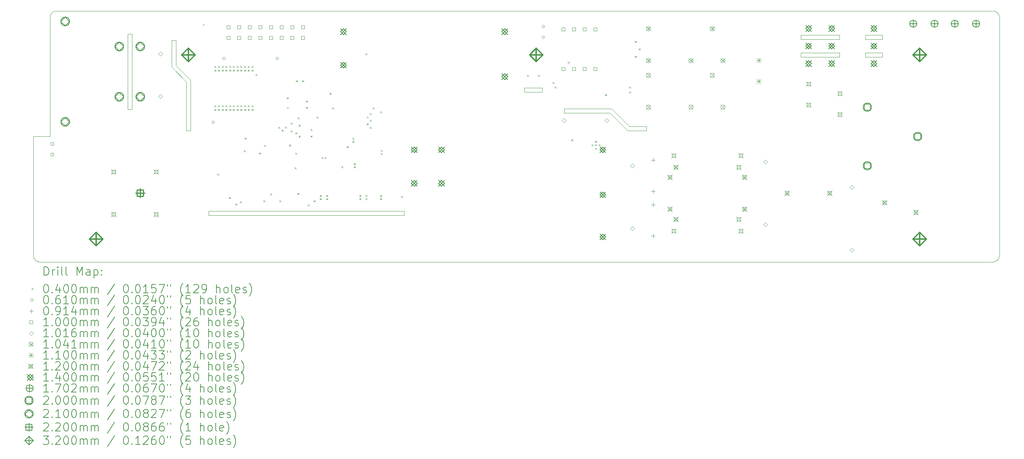
<source format=gbr>
%TF.GenerationSoftware,KiCad,Pcbnew,7.0.10-7.0.10~ubuntu22.04.1*%
%TF.CreationDate,2024-01-02T16:00:06+01:00*%
%TF.ProjectId,EEZ DIB AUX-PS,45455a20-4449-4422-9041-55582d50532e,r3B7*%
%TF.SameCoordinates,Original*%
%TF.FileFunction,Drillmap*%
%TF.FilePolarity,Positive*%
%FSLAX45Y45*%
G04 Gerber Fmt 4.5, Leading zero omitted, Abs format (unit mm)*
G04 Created by KiCad (PCBNEW 7.0.10-7.0.10~ubuntu22.04.1) date 2024-01-02 16:00:06*
%MOMM*%
%LPD*%
G01*
G04 APERTURE LIST*
%ADD10C,0.101600*%
%ADD11C,0.100000*%
%ADD12C,0.200000*%
%ADD13C,0.104140*%
%ADD14C,0.110000*%
%ADD15C,0.120000*%
%ADD16C,0.140000*%
%ADD17C,0.170180*%
%ADD18C,0.210000*%
%ADD19C,0.220000*%
%ADD20C,0.320000*%
G04 APERTURE END LIST*
D10*
X7509760Y-12281160D02*
X12170660Y-12281160D01*
X6725110Y-8800360D02*
X6725110Y-8200360D01*
X17955510Y-10363460D02*
X17504660Y-10363460D01*
D11*
X26375110Y-13350360D02*
X26375110Y-7650360D01*
D10*
X15039975Y-9334500D02*
X15465425Y-9334500D01*
X7075110Y-10358410D02*
X7075110Y-9150360D01*
D11*
X3325110Y-13350360D02*
G75*
G03*
X3475110Y-13500360I150000J0D01*
G01*
X3475110Y-13500360D02*
X26225110Y-13500360D01*
D10*
X7075110Y-9150360D02*
X6725110Y-8800360D01*
X15039975Y-9334500D02*
X15039975Y-9436100D01*
X7509760Y-12382760D02*
X12170660Y-12382760D01*
X17549110Y-10261860D02*
X17955510Y-10261860D01*
X6975110Y-10358410D02*
X7075110Y-10358410D01*
D11*
X3725110Y-10500360D02*
X3725110Y-7650360D01*
D10*
X15993360Y-9938010D02*
X15993360Y-9836410D01*
D11*
X26225110Y-13500360D02*
G75*
G03*
X26375110Y-13350360I0J150000D01*
G01*
D10*
X17955510Y-10261860D02*
X17955510Y-10363460D01*
X6625110Y-8840360D02*
X6625110Y-8200360D01*
X6975110Y-10358410D02*
X6975110Y-9190360D01*
X17079210Y-9938010D02*
X15993360Y-9938010D01*
D11*
X3875110Y-7500360D02*
G75*
G03*
X3725110Y-7650360I0J-150000D01*
G01*
D10*
X15465425Y-9436100D02*
X15039975Y-9436100D01*
X17123660Y-9836410D02*
X17549110Y-10261860D01*
X15465425Y-9334500D02*
X15465425Y-9436100D01*
D11*
X26225110Y-7500360D02*
X3875110Y-7500360D01*
X3325110Y-13350360D02*
X3325110Y-10500360D01*
D10*
X15993360Y-9836410D02*
X17123660Y-9836410D01*
X6625110Y-8200360D02*
X6725110Y-8200360D01*
X7509760Y-12382760D02*
X7509760Y-12281160D01*
D11*
X26375110Y-7650360D02*
G75*
G03*
X26225110Y-7500360I-150000J0D01*
G01*
D10*
X6975110Y-9190360D02*
X6625110Y-8840360D01*
X12170660Y-12382760D02*
X12170660Y-12281160D01*
X17504660Y-10363460D02*
X17079210Y-9938010D01*
D11*
X3325110Y-10500360D02*
X3725110Y-10500360D01*
X5575110Y-8050360D02*
X5675110Y-8050360D01*
X5575110Y-9850360D02*
X5575110Y-8050360D01*
X5675110Y-8050360D02*
X5675110Y-9850360D01*
X5675110Y-9850360D02*
X5575110Y-9850360D01*
X23180700Y-8078312D02*
X23580700Y-8078312D01*
X23180700Y-8178312D02*
X23180700Y-8078312D01*
X23180700Y-8498312D02*
X23580700Y-8498312D01*
X23180700Y-8598312D02*
X23180700Y-8498312D01*
X23580700Y-8078312D02*
X23580700Y-8178312D01*
X23580700Y-8178312D02*
X23180700Y-8178312D01*
X23580700Y-8498312D02*
X23580700Y-8598312D01*
X23580700Y-8598312D02*
X23180700Y-8598312D01*
X22558000Y-8077550D02*
X22558000Y-8177550D01*
X21638000Y-8077550D02*
X22558000Y-8077550D01*
X22558000Y-8177550D02*
X21638000Y-8177550D01*
X21638000Y-8177550D02*
X21638000Y-8077550D01*
X22558000Y-8497550D02*
X22558000Y-8597550D01*
X21638000Y-8497550D02*
X22558000Y-8497550D01*
X22558000Y-8597550D02*
X21638000Y-8597550D01*
X21638000Y-8597550D02*
X21638000Y-8497550D01*
D12*
D11*
X7369110Y-7809810D02*
X7409110Y-7849810D01*
X7409110Y-7809810D02*
X7369110Y-7849810D01*
X7642160Y-8813110D02*
X7682160Y-8853110D01*
X7682160Y-8813110D02*
X7642160Y-8853110D01*
X7642160Y-8902010D02*
X7682160Y-8942010D01*
X7682160Y-8902010D02*
X7642160Y-8942010D01*
X7642160Y-9752910D02*
X7682160Y-9792910D01*
X7682160Y-9752910D02*
X7642160Y-9792910D01*
X7642160Y-9841810D02*
X7682160Y-9881810D01*
X7682160Y-9841810D02*
X7642160Y-9881810D01*
X7712010Y-11384860D02*
X7752010Y-11424860D01*
X7752010Y-11384860D02*
X7712010Y-11424860D01*
X7731060Y-8813110D02*
X7771060Y-8853110D01*
X7771060Y-8813110D02*
X7731060Y-8853110D01*
X7731060Y-8902010D02*
X7771060Y-8942010D01*
X7771060Y-8902010D02*
X7731060Y-8942010D01*
X7731060Y-9752910D02*
X7771060Y-9792910D01*
X7771060Y-9752910D02*
X7731060Y-9792910D01*
X7731060Y-9841810D02*
X7771060Y-9881810D01*
X7771060Y-9841810D02*
X7731060Y-9881810D01*
X7819960Y-8813110D02*
X7859960Y-8853110D01*
X7859960Y-8813110D02*
X7819960Y-8853110D01*
X7819960Y-8902010D02*
X7859960Y-8942010D01*
X7859960Y-8902010D02*
X7819960Y-8942010D01*
X7819960Y-9752910D02*
X7859960Y-9792910D01*
X7859960Y-9752910D02*
X7819960Y-9792910D01*
X7819960Y-9841810D02*
X7859960Y-9881810D01*
X7859960Y-9841810D02*
X7819960Y-9881810D01*
X7908860Y-8813110D02*
X7948860Y-8853110D01*
X7948860Y-8813110D02*
X7908860Y-8853110D01*
X7908860Y-8902010D02*
X7948860Y-8942010D01*
X7948860Y-8902010D02*
X7908860Y-8942010D01*
X7908860Y-9752910D02*
X7948860Y-9792910D01*
X7948860Y-9752910D02*
X7908860Y-9792910D01*
X7908860Y-9841810D02*
X7948860Y-9881810D01*
X7948860Y-9841810D02*
X7908860Y-9881810D01*
X7991410Y-11950010D02*
X8031410Y-11990010D01*
X8031410Y-11950010D02*
X7991410Y-11990010D01*
X7997760Y-8813110D02*
X8037760Y-8853110D01*
X8037760Y-8813110D02*
X7997760Y-8853110D01*
X7997760Y-8902010D02*
X8037760Y-8942010D01*
X8037760Y-8902010D02*
X7997760Y-8942010D01*
X7997760Y-9752910D02*
X8037760Y-9792910D01*
X8037760Y-9752910D02*
X7997760Y-9792910D01*
X7997760Y-9841810D02*
X8037760Y-9881810D01*
X8037760Y-9841810D02*
X7997760Y-9881810D01*
X8086660Y-8813110D02*
X8126660Y-8853110D01*
X8126660Y-8813110D02*
X8086660Y-8853110D01*
X8086660Y-8902010D02*
X8126660Y-8942010D01*
X8126660Y-8902010D02*
X8086660Y-8942010D01*
X8086660Y-9752910D02*
X8126660Y-9792910D01*
X8126660Y-9752910D02*
X8086660Y-9792910D01*
X8086660Y-9841810D02*
X8126660Y-9881810D01*
X8126660Y-9841810D02*
X8086660Y-9881810D01*
X8143810Y-12102410D02*
X8183810Y-12142410D01*
X8183810Y-12102410D02*
X8143810Y-12142410D01*
X8175560Y-8813110D02*
X8215560Y-8853110D01*
X8215560Y-8813110D02*
X8175560Y-8853110D01*
X8175560Y-8902010D02*
X8215560Y-8942010D01*
X8215560Y-8902010D02*
X8175560Y-8942010D01*
X8175560Y-9752910D02*
X8215560Y-9792910D01*
X8215560Y-9752910D02*
X8175560Y-9792910D01*
X8175560Y-9841810D02*
X8215560Y-9881810D01*
X8215560Y-9841810D02*
X8175560Y-9881810D01*
X8251760Y-12045260D02*
X8291760Y-12085260D01*
X8291760Y-12045260D02*
X8251760Y-12085260D01*
X8264460Y-8813110D02*
X8304460Y-8853110D01*
X8304460Y-8813110D02*
X8264460Y-8853110D01*
X8264460Y-8902010D02*
X8304460Y-8942010D01*
X8304460Y-8902010D02*
X8264460Y-8942010D01*
X8264460Y-9752910D02*
X8304460Y-9792910D01*
X8304460Y-9752910D02*
X8264460Y-9792910D01*
X8264460Y-9841810D02*
X8304460Y-9881810D01*
X8304460Y-9841810D02*
X8264460Y-9881810D01*
X8347010Y-10826060D02*
X8387010Y-10866060D01*
X8387010Y-10826060D02*
X8347010Y-10866060D01*
X8353360Y-8813110D02*
X8393360Y-8853110D01*
X8393360Y-8813110D02*
X8353360Y-8853110D01*
X8353360Y-8902010D02*
X8393360Y-8942010D01*
X8393360Y-8902010D02*
X8353360Y-8942010D01*
X8353360Y-9752910D02*
X8393360Y-9792910D01*
X8393360Y-9752910D02*
X8353360Y-9792910D01*
X8353360Y-9841810D02*
X8393360Y-9881810D01*
X8393360Y-9841810D02*
X8353360Y-9881810D01*
X8366060Y-10527610D02*
X8406060Y-10567610D01*
X8406060Y-10527610D02*
X8366060Y-10567610D01*
X8442260Y-8813110D02*
X8482260Y-8853110D01*
X8482260Y-8813110D02*
X8442260Y-8853110D01*
X8442260Y-8902010D02*
X8482260Y-8942010D01*
X8482260Y-8902010D02*
X8442260Y-8942010D01*
X8442260Y-9752910D02*
X8482260Y-9792910D01*
X8482260Y-9752910D02*
X8442260Y-9792910D01*
X8442260Y-9841810D02*
X8482260Y-9881810D01*
X8482260Y-9841810D02*
X8442260Y-9881810D01*
X8531160Y-8813110D02*
X8571160Y-8853110D01*
X8571160Y-8813110D02*
X8531160Y-8853110D01*
X8531160Y-8902010D02*
X8571160Y-8942010D01*
X8571160Y-8902010D02*
X8531160Y-8942010D01*
X8531160Y-9752910D02*
X8571160Y-9792910D01*
X8571160Y-9752910D02*
X8531160Y-9792910D01*
X8531160Y-9841810D02*
X8571160Y-9881810D01*
X8571160Y-9841810D02*
X8531160Y-9881810D01*
X8626410Y-9009960D02*
X8666410Y-9049960D01*
X8666410Y-9009960D02*
X8626410Y-9049960D01*
X8711250Y-10883210D02*
X8751250Y-10923210D01*
X8751250Y-10883210D02*
X8711250Y-10923210D01*
X8810560Y-12019860D02*
X8850560Y-12059860D01*
X8850560Y-12019860D02*
X8810560Y-12059860D01*
X8829610Y-10699060D02*
X8869610Y-10739060D01*
X8869610Y-10699060D02*
X8829610Y-10739060D01*
X8975660Y-11861110D02*
X9015660Y-11901110D01*
X9015660Y-11861110D02*
X8975660Y-11901110D01*
X9166160Y-10267260D02*
X9206160Y-10307260D01*
X9206160Y-10267260D02*
X9166160Y-10307260D01*
X9191560Y-12019860D02*
X9231560Y-12059860D01*
X9231560Y-12019860D02*
X9191560Y-12059860D01*
X9248710Y-10337110D02*
X9288710Y-10377110D01*
X9288710Y-10337110D02*
X9248710Y-10377110D01*
X9331260Y-10260910D02*
X9371260Y-10300910D01*
X9371260Y-10260910D02*
X9331260Y-10300910D01*
X9369360Y-9562410D02*
X9409360Y-9602410D01*
X9409360Y-9562410D02*
X9369360Y-9602410D01*
X9375710Y-9791010D02*
X9415710Y-9831010D01*
X9415710Y-9791010D02*
X9375710Y-9831010D01*
X9426510Y-10692710D02*
X9466510Y-10732710D01*
X9466510Y-10692710D02*
X9426510Y-10732710D01*
X9464610Y-10165660D02*
X9504610Y-10205660D01*
X9504610Y-10165660D02*
X9464610Y-10205660D01*
X9464610Y-10356160D02*
X9504610Y-10396160D01*
X9504610Y-10356160D02*
X9464610Y-10396160D01*
X9559860Y-11232460D02*
X9599860Y-11272460D01*
X9599860Y-11232460D02*
X9559860Y-11272460D01*
X9572560Y-10400610D02*
X9612560Y-10440610D01*
X9612560Y-10400610D02*
X9572560Y-10440610D01*
X9572560Y-10889560D02*
X9612560Y-10929560D01*
X9612560Y-10889560D02*
X9572560Y-10929560D01*
X9591610Y-9156010D02*
X9631610Y-9196010D01*
X9631610Y-9156010D02*
X9591610Y-9196010D01*
X9623360Y-11848410D02*
X9663360Y-11888410D01*
X9663360Y-11848410D02*
X9623360Y-11888410D01*
X9636060Y-10038660D02*
X9676060Y-10078660D01*
X9676060Y-10038660D02*
X9636060Y-10078660D01*
X9655110Y-10216460D02*
X9695110Y-10256460D01*
X9695110Y-10216460D02*
X9655110Y-10256460D01*
X9655110Y-10483160D02*
X9695110Y-10523160D01*
X9695110Y-10483160D02*
X9655110Y-10523160D01*
X9737660Y-9156010D02*
X9777660Y-9196010D01*
X9777660Y-9156010D02*
X9737660Y-9196010D01*
X9826560Y-9638610D02*
X9866560Y-9678610D01*
X9866560Y-9638610D02*
X9826560Y-9678610D01*
X9826560Y-9791010D02*
X9866560Y-9831010D01*
X9866560Y-9791010D02*
X9826560Y-9831010D01*
X9871010Y-12121460D02*
X9911010Y-12161460D01*
X9911010Y-12121460D02*
X9871010Y-12161460D01*
X9940860Y-10318060D02*
X9980860Y-10358060D01*
X9980860Y-10318060D02*
X9940860Y-10358060D01*
X9940860Y-10476810D02*
X9980860Y-10516810D01*
X9980860Y-10476810D02*
X9940860Y-10516810D01*
X10017060Y-12026210D02*
X10057060Y-12066210D01*
X10057060Y-12026210D02*
X10017060Y-12066210D01*
X10080560Y-10025960D02*
X10120560Y-10065960D01*
X10120560Y-10025960D02*
X10080560Y-10065960D01*
X10156760Y-11899210D02*
X10196760Y-11939210D01*
X10196760Y-11899210D02*
X10156760Y-11939210D01*
X10156760Y-11975410D02*
X10196760Y-12015410D01*
X10196760Y-11975410D02*
X10156760Y-12015410D01*
X10199660Y-10992710D02*
X10239660Y-11032710D01*
X10239660Y-10992710D02*
X10199660Y-11032710D01*
X10269510Y-10992710D02*
X10309510Y-11032710D01*
X10309510Y-10992710D02*
X10269510Y-11032710D01*
X10309160Y-11899210D02*
X10349160Y-11939210D01*
X10349160Y-11899210D02*
X10309160Y-11939210D01*
X10309160Y-11975410D02*
X10349160Y-12015410D01*
X10349160Y-11975410D02*
X10309160Y-12015410D01*
X10391710Y-9454460D02*
X10431710Y-9494460D01*
X10431710Y-9454460D02*
X10391710Y-9494460D01*
X10455210Y-9803710D02*
X10495210Y-9843710D01*
X10495210Y-9803710D02*
X10455210Y-9843710D01*
X10677460Y-11207060D02*
X10717460Y-11247060D01*
X10717460Y-11207060D02*
X10677460Y-11247060D01*
X10798360Y-10730810D02*
X10838360Y-10770810D01*
X10838360Y-10730810D02*
X10798360Y-10770810D01*
X10937810Y-10533960D02*
X10977810Y-10573960D01*
X10977810Y-10533960D02*
X10937810Y-10573960D01*
X10937810Y-10603810D02*
X10977810Y-10643810D01*
X10977810Y-10603810D02*
X10937810Y-10643810D01*
X10969560Y-11137210D02*
X11009560Y-11177210D01*
X11009560Y-11137210D02*
X10969560Y-11177210D01*
X10969560Y-11213410D02*
X11009560Y-11253410D01*
X11009560Y-11213410D02*
X10969560Y-11253410D01*
X11102910Y-11892860D02*
X11142910Y-11932860D01*
X11142910Y-11892860D02*
X11102910Y-11932860D01*
X11102910Y-11969060D02*
X11142910Y-12009060D01*
X11142910Y-11969060D02*
X11102910Y-12009060D01*
X11248960Y-8508310D02*
X11288960Y-8548310D01*
X11288960Y-8508310D02*
X11248960Y-8548310D01*
X11248960Y-11892860D02*
X11288960Y-11932860D01*
X11288960Y-11892860D02*
X11248960Y-11932860D01*
X11248960Y-11969060D02*
X11288960Y-12009060D01*
X11288960Y-11969060D02*
X11248960Y-12009060D01*
X11280710Y-10019610D02*
X11320710Y-10059610D01*
X11320710Y-10019610D02*
X11280710Y-10059610D01*
X11280710Y-10184710D02*
X11320710Y-10224710D01*
X11320710Y-10184710D02*
X11280710Y-10224710D01*
X11350560Y-9937060D02*
X11390560Y-9977060D01*
X11390560Y-9937060D02*
X11350560Y-9977060D01*
X11350560Y-10102160D02*
X11390560Y-10142160D01*
X11390560Y-10102160D02*
X11350560Y-10142160D01*
X11350560Y-10267260D02*
X11390560Y-10307260D01*
X11390560Y-10267260D02*
X11350560Y-10307260D01*
X11420410Y-9803710D02*
X11460410Y-9843710D01*
X11460410Y-9803710D02*
X11420410Y-9843710D01*
X11598210Y-9898960D02*
X11638210Y-9938960D01*
X11638210Y-9898960D02*
X11598210Y-9938960D01*
X11598210Y-11899210D02*
X11638210Y-11939210D01*
X11638210Y-11899210D02*
X11598210Y-11939210D01*
X11598210Y-11975410D02*
X11638210Y-12015410D01*
X11638210Y-11975410D02*
X11598210Y-12015410D01*
X11617260Y-10819710D02*
X11657260Y-10859710D01*
X11657260Y-10819710D02*
X11617260Y-10859710D01*
X11617260Y-10895910D02*
X11657260Y-10935910D01*
X11657260Y-10895910D02*
X11617260Y-10935910D01*
X12099860Y-11922070D02*
X12139860Y-11962070D01*
X12139860Y-11922070D02*
X12099860Y-11962070D01*
X15102845Y-9022400D02*
X15142845Y-9062400D01*
X15142845Y-9022400D02*
X15102845Y-9062400D01*
X15362875Y-9022400D02*
X15402875Y-9062400D01*
X15402875Y-9022400D02*
X15362875Y-9062400D01*
X15713010Y-9194110D02*
X15753010Y-9234110D01*
X15753010Y-9194110D02*
X15713010Y-9234110D01*
X15763810Y-9302060D02*
X15803810Y-9342060D01*
X15803810Y-9302060D02*
X15763810Y-9342060D01*
X16074960Y-8711510D02*
X16114960Y-8751510D01*
X16114960Y-8711510D02*
X16074960Y-8751510D01*
X16157510Y-10565710D02*
X16197510Y-10605710D01*
X16197510Y-10565710D02*
X16157510Y-10605710D01*
X16646460Y-10686360D02*
X16686460Y-10726360D01*
X16686460Y-10686360D02*
X16646460Y-10726360D01*
X16729010Y-10603810D02*
X16769010Y-10643810D01*
X16769010Y-10603810D02*
X16729010Y-10643810D01*
X16729010Y-10686360D02*
X16769010Y-10726360D01*
X16769010Y-10686360D02*
X16729010Y-10726360D01*
X16729010Y-10768910D02*
X16769010Y-10808910D01*
X16769010Y-10768910D02*
X16729010Y-10808910D01*
X16811560Y-10686360D02*
X16851560Y-10726360D01*
X16851560Y-10686360D02*
X16811560Y-10726360D01*
X16963960Y-9486210D02*
X17003960Y-9526210D01*
X17003960Y-9486210D02*
X16963960Y-9526210D01*
X17541810Y-9302060D02*
X17581810Y-9342060D01*
X17581810Y-9302060D02*
X17541810Y-9342060D01*
X17541810Y-9422710D02*
X17581810Y-9462710D01*
X17581810Y-9422710D02*
X17541810Y-9462710D01*
X17675160Y-8216210D02*
X17715160Y-8256210D01*
X17715160Y-8216210D02*
X17675160Y-8256210D01*
X17675160Y-8571810D02*
X17715160Y-8611810D01*
X17715160Y-8571810D02*
X17675160Y-8611810D01*
X17770410Y-8394010D02*
X17810410Y-8434010D01*
X17810410Y-8394010D02*
X17770410Y-8434010D01*
X7650480Y-10160000D02*
G75*
G03*
X7589520Y-10160000I-30480J0D01*
G01*
X7589520Y-10160000D02*
G75*
G03*
X7650480Y-10160000I30480J0D01*
G01*
X7904480Y-8636000D02*
G75*
G03*
X7843520Y-8636000I-30480J0D01*
G01*
X7843520Y-8636000D02*
G75*
G03*
X7904480Y-8636000I30480J0D01*
G01*
X9174480Y-8636000D02*
G75*
G03*
X9113520Y-8636000I-30480J0D01*
G01*
X9113520Y-8636000D02*
G75*
G03*
X9174480Y-8636000I30480J0D01*
G01*
X15524480Y-7874000D02*
G75*
G03*
X15463520Y-7874000I-30480J0D01*
G01*
X15463520Y-7874000D02*
G75*
G03*
X15524480Y-7874000I30480J0D01*
G01*
X15524480Y-8128000D02*
G75*
G03*
X15463520Y-8128000I-30480J0D01*
G01*
X15463520Y-8128000D02*
G75*
G03*
X15524480Y-8128000I30480J0D01*
G01*
X18114260Y-11015890D02*
X18114260Y-11107330D01*
X18068540Y-11061610D02*
X18159980Y-11061610D01*
X18114260Y-11765890D02*
X18114260Y-11857330D01*
X18068540Y-11811610D02*
X18159980Y-11811610D01*
X18114260Y-12082690D02*
X18114260Y-12174130D01*
X18068540Y-12128410D02*
X18159980Y-12128410D01*
X18114260Y-12832690D02*
X18114260Y-12924130D01*
X18068540Y-12878410D02*
X18159980Y-12878410D01*
X3810466Y-10708716D02*
X3810466Y-10638004D01*
X3739754Y-10638004D01*
X3739754Y-10708716D01*
X3810466Y-10708716D01*
X3810466Y-10962716D02*
X3810466Y-10892004D01*
X3739754Y-10892004D01*
X3739754Y-10962716D01*
X3810466Y-10962716D01*
X8010956Y-7922056D02*
X8010956Y-7851344D01*
X7940244Y-7851344D01*
X7940244Y-7922056D01*
X8010956Y-7922056D01*
X8010956Y-8176056D02*
X8010956Y-8105344D01*
X7940244Y-8105344D01*
X7940244Y-8176056D01*
X8010956Y-8176056D01*
X8264956Y-7922056D02*
X8264956Y-7851344D01*
X8194244Y-7851344D01*
X8194244Y-7922056D01*
X8264956Y-7922056D01*
X8264956Y-8176056D02*
X8264956Y-8105344D01*
X8194244Y-8105344D01*
X8194244Y-8176056D01*
X8264956Y-8176056D01*
X8518956Y-7922056D02*
X8518956Y-7851344D01*
X8448244Y-7851344D01*
X8448244Y-7922056D01*
X8518956Y-7922056D01*
X8518956Y-8176056D02*
X8518956Y-8105344D01*
X8448244Y-8105344D01*
X8448244Y-8176056D01*
X8518956Y-8176056D01*
X8772956Y-7922056D02*
X8772956Y-7851344D01*
X8702244Y-7851344D01*
X8702244Y-7922056D01*
X8772956Y-7922056D01*
X8772956Y-8176056D02*
X8772956Y-8105344D01*
X8702244Y-8105344D01*
X8702244Y-8176056D01*
X8772956Y-8176056D01*
X9026956Y-7922056D02*
X9026956Y-7851344D01*
X8956244Y-7851344D01*
X8956244Y-7922056D01*
X9026956Y-7922056D01*
X9026956Y-8176056D02*
X9026956Y-8105344D01*
X8956244Y-8105344D01*
X8956244Y-8176056D01*
X9026956Y-8176056D01*
X9280956Y-7922056D02*
X9280956Y-7851344D01*
X9210244Y-7851344D01*
X9210244Y-7922056D01*
X9280956Y-7922056D01*
X9280956Y-8176056D02*
X9280956Y-8105344D01*
X9210244Y-8105344D01*
X9210244Y-8176056D01*
X9280956Y-8176056D01*
X9534956Y-7922056D02*
X9534956Y-7851344D01*
X9464244Y-7851344D01*
X9464244Y-7922056D01*
X9534956Y-7922056D01*
X9534956Y-8176056D02*
X9534956Y-8105344D01*
X9464244Y-8105344D01*
X9464244Y-8176056D01*
X9534956Y-8176056D01*
X9788956Y-7922056D02*
X9788956Y-7851344D01*
X9718244Y-7851344D01*
X9718244Y-7922056D01*
X9788956Y-7922056D01*
X9788956Y-8176056D02*
X9788956Y-8105344D01*
X9718244Y-8105344D01*
X9718244Y-8176056D01*
X9788956Y-8176056D01*
X16005606Y-7972856D02*
X16005606Y-7902144D01*
X15934894Y-7902144D01*
X15934894Y-7972856D01*
X16005606Y-7972856D01*
X16005606Y-8919006D02*
X16005606Y-8848294D01*
X15934894Y-8848294D01*
X15934894Y-8919006D01*
X16005606Y-8919006D01*
X16259606Y-7972856D02*
X16259606Y-7902144D01*
X16188894Y-7902144D01*
X16188894Y-7972856D01*
X16259606Y-7972856D01*
X16259606Y-8919006D02*
X16259606Y-8848294D01*
X16188894Y-8848294D01*
X16188894Y-8919006D01*
X16259606Y-8919006D01*
X16513606Y-7972856D02*
X16513606Y-7902144D01*
X16442894Y-7902144D01*
X16442894Y-7972856D01*
X16513606Y-7972856D01*
X16513606Y-8919006D02*
X16513606Y-8848294D01*
X16442894Y-8848294D01*
X16442894Y-8919006D01*
X16513606Y-8919006D01*
X16767606Y-7972856D02*
X16767606Y-7902144D01*
X16696894Y-7902144D01*
X16696894Y-7972856D01*
X16767606Y-7972856D01*
X16767606Y-8919006D02*
X16767606Y-8848294D01*
X16696894Y-8848294D01*
X16696894Y-8919006D01*
X16767606Y-8919006D01*
D10*
X6353260Y-8578310D02*
X6404060Y-8527510D01*
X6353260Y-8476710D01*
X6302460Y-8527510D01*
X6353260Y-8578310D01*
X6353260Y-9594310D02*
X6404060Y-9543510D01*
X6353260Y-9492710D01*
X6302460Y-9543510D01*
X6353260Y-9594310D01*
X15987010Y-10166610D02*
X16037810Y-10115810D01*
X15987010Y-10065010D01*
X15936210Y-10115810D01*
X15987010Y-10166610D01*
X17003010Y-10166610D02*
X17053810Y-10115810D01*
X17003010Y-10065010D01*
X16952210Y-10115810D01*
X17003010Y-10166610D01*
X17618960Y-11252460D02*
X17669760Y-11201660D01*
X17618960Y-11150860D01*
X17568160Y-11201660D01*
X17618960Y-11252460D01*
X17618960Y-12751060D02*
X17669760Y-12700260D01*
X17618960Y-12649460D01*
X17568160Y-12700260D01*
X17618960Y-12751060D01*
X20787610Y-11157210D02*
X20838410Y-11106410D01*
X20787610Y-11055610D01*
X20736810Y-11106410D01*
X20787610Y-11157210D01*
X20787610Y-12655810D02*
X20838410Y-12605010D01*
X20787610Y-12554210D01*
X20736810Y-12605010D01*
X20787610Y-12655810D01*
X22857710Y-11766810D02*
X22908510Y-11716010D01*
X22857710Y-11665210D01*
X22806910Y-11716010D01*
X22857710Y-11766810D01*
X22857710Y-13265410D02*
X22908510Y-13214610D01*
X22857710Y-13163810D01*
X22806910Y-13214610D01*
X22857710Y-13265410D01*
D13*
X17947890Y-7872990D02*
X18052030Y-7977130D01*
X18052030Y-7872990D02*
X17947890Y-7977130D01*
X18052030Y-7925060D02*
G75*
G03*
X17947890Y-7925060I-52070J0D01*
G01*
X17947890Y-7925060D02*
G75*
G03*
X18052030Y-7925060I52070J0D01*
G01*
X17947890Y-8634990D02*
X18052030Y-8739130D01*
X18052030Y-8634990D02*
X17947890Y-8739130D01*
X18052030Y-8687060D02*
G75*
G03*
X17947890Y-8687060I-52070J0D01*
G01*
X17947890Y-8687060D02*
G75*
G03*
X18052030Y-8687060I52070J0D01*
G01*
X17947890Y-8984240D02*
X18052030Y-9088380D01*
X18052030Y-8984240D02*
X17947890Y-9088380D01*
X18052030Y-9036310D02*
G75*
G03*
X17947890Y-9036310I-52070J0D01*
G01*
X17947890Y-9036310D02*
G75*
G03*
X18052030Y-9036310I52070J0D01*
G01*
X17947890Y-9746240D02*
X18052030Y-9850380D01*
X18052030Y-9746240D02*
X17947890Y-9850380D01*
X18052030Y-9798310D02*
G75*
G03*
X17947890Y-9798310I-52070J0D01*
G01*
X17947890Y-9798310D02*
G75*
G03*
X18052030Y-9798310I52070J0D01*
G01*
X18963890Y-8634990D02*
X19068030Y-8739130D01*
X19068030Y-8634990D02*
X18963890Y-8739130D01*
X19068030Y-8687060D02*
G75*
G03*
X18963890Y-8687060I-52070J0D01*
G01*
X18963890Y-8687060D02*
G75*
G03*
X19068030Y-8687060I52070J0D01*
G01*
X18963890Y-9746240D02*
X19068030Y-9850380D01*
X19068030Y-9746240D02*
X18963890Y-9850380D01*
X19068030Y-9798310D02*
G75*
G03*
X18963890Y-9798310I-52070J0D01*
G01*
X18963890Y-9798310D02*
G75*
G03*
X19068030Y-9798310I52070J0D01*
G01*
X19471890Y-7872990D02*
X19576030Y-7977130D01*
X19576030Y-7872990D02*
X19471890Y-7977130D01*
X19576030Y-7925060D02*
G75*
G03*
X19471890Y-7925060I-52070J0D01*
G01*
X19471890Y-7925060D02*
G75*
G03*
X19576030Y-7925060I52070J0D01*
G01*
X19471890Y-8984240D02*
X19576030Y-9088380D01*
X19576030Y-8984240D02*
X19471890Y-9088380D01*
X19576030Y-9036310D02*
G75*
G03*
X19471890Y-9036310I-52070J0D01*
G01*
X19471890Y-9036310D02*
G75*
G03*
X19576030Y-9036310I52070J0D01*
G01*
X19725890Y-8634990D02*
X19830030Y-8739130D01*
X19830030Y-8634990D02*
X19725890Y-8739130D01*
X19830030Y-8687060D02*
G75*
G03*
X19725890Y-8687060I-52070J0D01*
G01*
X19725890Y-8687060D02*
G75*
G03*
X19830030Y-8687060I52070J0D01*
G01*
X19725890Y-9746240D02*
X19830030Y-9850380D01*
X19830030Y-9746240D02*
X19725890Y-9850380D01*
X19830030Y-9798310D02*
G75*
G03*
X19725890Y-9798310I-52070J0D01*
G01*
X19725890Y-9798310D02*
G75*
G03*
X19830030Y-9798310I52070J0D01*
G01*
D14*
X20580210Y-8623360D02*
X20690210Y-8733360D01*
X20690210Y-8623360D02*
X20580210Y-8733360D01*
X20635210Y-8623360D02*
X20635210Y-8733360D01*
X20580210Y-8678360D02*
X20690210Y-8678360D01*
X20580210Y-9123360D02*
X20690210Y-9233360D01*
X20690210Y-9123360D02*
X20580210Y-9233360D01*
X20635210Y-9123360D02*
X20635210Y-9233360D01*
X20580210Y-9178360D02*
X20690210Y-9178360D01*
D15*
X5179110Y-11282360D02*
X5299110Y-11402360D01*
X5299110Y-11282360D02*
X5179110Y-11402360D01*
X5281537Y-11384787D02*
X5281537Y-11299933D01*
X5196683Y-11299933D01*
X5196683Y-11384787D01*
X5281537Y-11384787D01*
X5179110Y-12298360D02*
X5299110Y-12418360D01*
X5299110Y-12298360D02*
X5179110Y-12418360D01*
X5281537Y-12400787D02*
X5281537Y-12315933D01*
X5196683Y-12315933D01*
X5196683Y-12400787D01*
X5281537Y-12400787D01*
X6195110Y-11282360D02*
X6315110Y-11402360D01*
X6315110Y-11282360D02*
X6195110Y-11402360D01*
X6297537Y-11384787D02*
X6297537Y-11299933D01*
X6212683Y-11299933D01*
X6212683Y-11384787D01*
X6297537Y-11384787D01*
X6195110Y-12298360D02*
X6315110Y-12418360D01*
X6315110Y-12298360D02*
X6195110Y-12418360D01*
X6297537Y-12400787D02*
X6297537Y-12315933D01*
X6212683Y-12315933D01*
X6212683Y-12400787D01*
X6297537Y-12400787D01*
X18454310Y-11414710D02*
X18574310Y-11534710D01*
X18574310Y-11414710D02*
X18454310Y-11534710D01*
X18556737Y-11517137D02*
X18556737Y-11432283D01*
X18471883Y-11432283D01*
X18471883Y-11517137D01*
X18556737Y-11517137D01*
X18454310Y-12176710D02*
X18574310Y-12296710D01*
X18574310Y-12176710D02*
X18454310Y-12296710D01*
X18556737Y-12279137D02*
X18556737Y-12194283D01*
X18471883Y-12194283D01*
X18471883Y-12279137D01*
X18556737Y-12279137D01*
X18543310Y-10895710D02*
X18663310Y-11015710D01*
X18663310Y-10895710D02*
X18543310Y-11015710D01*
X18645737Y-10998137D02*
X18645737Y-10913283D01*
X18560883Y-10913283D01*
X18560883Y-10998137D01*
X18645737Y-10998137D01*
X18543310Y-12695710D02*
X18663310Y-12815710D01*
X18663310Y-12695710D02*
X18543310Y-12815710D01*
X18645737Y-12798137D02*
X18645737Y-12713283D01*
X18560883Y-12713283D01*
X18560883Y-12798137D01*
X18645737Y-12798137D01*
X18593310Y-11170710D02*
X18713310Y-11290710D01*
X18713310Y-11170710D02*
X18593310Y-11290710D01*
X18695737Y-11273137D02*
X18695737Y-11188283D01*
X18610883Y-11188283D01*
X18610883Y-11273137D01*
X18695737Y-11273137D01*
X18593310Y-12420710D02*
X18713310Y-12540710D01*
X18713310Y-12420710D02*
X18593310Y-12540710D01*
X18695737Y-12523137D02*
X18695737Y-12438283D01*
X18610883Y-12438283D01*
X18610883Y-12523137D01*
X18695737Y-12523137D01*
X20093310Y-11170710D02*
X20213310Y-11290710D01*
X20213310Y-11170710D02*
X20093310Y-11290710D01*
X20195737Y-11273137D02*
X20195737Y-11188283D01*
X20110883Y-11188283D01*
X20110883Y-11273137D01*
X20195737Y-11273137D01*
X20093310Y-12420710D02*
X20213310Y-12540710D01*
X20213310Y-12420710D02*
X20093310Y-12540710D01*
X20195737Y-12523137D02*
X20195737Y-12438283D01*
X20110883Y-12438283D01*
X20110883Y-12523137D01*
X20195737Y-12523137D01*
X20143310Y-10895710D02*
X20263310Y-11015710D01*
X20263310Y-10895710D02*
X20143310Y-11015710D01*
X20245737Y-10998137D02*
X20245737Y-10913283D01*
X20160883Y-10913283D01*
X20160883Y-10998137D01*
X20245737Y-10998137D01*
X20143310Y-12695710D02*
X20263310Y-12815710D01*
X20263310Y-12695710D02*
X20143310Y-12815710D01*
X20245737Y-12798137D02*
X20245737Y-12713283D01*
X20160883Y-12713283D01*
X20160883Y-12798137D01*
X20245737Y-12798137D01*
X20232310Y-11414710D02*
X20352310Y-11534710D01*
X20352310Y-11414710D02*
X20232310Y-11534710D01*
X20334737Y-11517137D02*
X20334737Y-11432283D01*
X20249883Y-11432283D01*
X20249883Y-11517137D01*
X20334737Y-11517137D01*
X20232310Y-12176710D02*
X20352310Y-12296710D01*
X20352310Y-12176710D02*
X20232310Y-12296710D01*
X20334737Y-12279137D02*
X20334737Y-12194283D01*
X20249883Y-12194283D01*
X20249883Y-12279137D01*
X20334737Y-12279137D01*
X21248310Y-11795710D02*
X21368310Y-11915710D01*
X21368310Y-11795710D02*
X21248310Y-11915710D01*
X21350737Y-11898137D02*
X21350737Y-11813283D01*
X21265883Y-11813283D01*
X21265883Y-11898137D01*
X21350737Y-11898137D01*
X21762310Y-9185160D02*
X21882310Y-9305160D01*
X21882310Y-9185160D02*
X21762310Y-9305160D01*
X21864737Y-9287587D02*
X21864737Y-9202733D01*
X21779883Y-9202733D01*
X21779883Y-9287587D01*
X21864737Y-9287587D01*
X21762310Y-9680460D02*
X21882310Y-9800460D01*
X21882310Y-9680460D02*
X21762310Y-9800460D01*
X21864737Y-9782887D02*
X21864737Y-9698033D01*
X21779883Y-9698033D01*
X21779883Y-9782887D01*
X21864737Y-9782887D01*
X22264310Y-11795710D02*
X22384310Y-11915710D01*
X22384310Y-11795710D02*
X22264310Y-11915710D01*
X22366737Y-11898137D02*
X22366737Y-11813283D01*
X22281883Y-11813283D01*
X22281883Y-11898137D01*
X22366737Y-11898137D01*
X22512310Y-9415160D02*
X22632310Y-9535160D01*
X22632310Y-9415160D02*
X22512310Y-9535160D01*
X22614737Y-9517587D02*
X22614737Y-9432733D01*
X22529883Y-9432733D01*
X22529883Y-9517587D01*
X22614737Y-9517587D01*
X22512310Y-9910460D02*
X22632310Y-10030460D01*
X22632310Y-9910460D02*
X22512310Y-10030460D01*
X22614737Y-10012887D02*
X22614737Y-9928033D01*
X22529883Y-9928033D01*
X22529883Y-10012887D01*
X22614737Y-10012887D01*
X23572060Y-12023610D02*
X23692060Y-12143610D01*
X23692060Y-12023610D02*
X23572060Y-12143610D01*
X23674487Y-12126037D02*
X23674487Y-12041183D01*
X23589633Y-12041183D01*
X23589633Y-12126037D01*
X23674487Y-12126037D01*
X24322060Y-12253610D02*
X24442060Y-12373610D01*
X24442060Y-12253610D02*
X24322060Y-12373610D01*
X24424487Y-12356037D02*
X24424487Y-12271183D01*
X24339633Y-12271183D01*
X24339633Y-12356037D01*
X24424487Y-12356037D01*
D16*
X10652900Y-7925000D02*
X10792900Y-8065000D01*
X10792900Y-7925000D02*
X10652900Y-8065000D01*
X10722900Y-8065000D02*
X10792900Y-7995000D01*
X10722900Y-7925000D01*
X10652900Y-7995000D01*
X10722900Y-8065000D01*
X10652900Y-8725000D02*
X10792900Y-8865000D01*
X10792900Y-8725000D02*
X10652900Y-8865000D01*
X10722900Y-8865000D02*
X10792900Y-8795000D01*
X10722900Y-8725000D01*
X10652900Y-8795000D01*
X10722900Y-8865000D01*
X12343760Y-10751010D02*
X12483760Y-10891010D01*
X12483760Y-10751010D02*
X12343760Y-10891010D01*
X12413760Y-10891010D02*
X12483760Y-10821010D01*
X12413760Y-10751010D01*
X12343760Y-10821010D01*
X12413760Y-10891010D01*
X12343760Y-11551010D02*
X12483760Y-11691010D01*
X12483760Y-11551010D02*
X12343760Y-11691010D01*
X12413760Y-11691010D02*
X12483760Y-11621010D01*
X12413760Y-11551010D01*
X12343760Y-11621010D01*
X12413760Y-11691010D01*
X12993760Y-10751010D02*
X13133760Y-10891010D01*
X13133760Y-10751010D02*
X12993760Y-10891010D01*
X13063760Y-10891010D02*
X13133760Y-10821010D01*
X13063760Y-10751010D01*
X12993760Y-10821010D01*
X13063760Y-10891010D01*
X12993760Y-11551010D02*
X13133760Y-11691010D01*
X13133760Y-11551010D02*
X12993760Y-11691010D01*
X13063760Y-11691010D02*
X13133760Y-11621010D01*
X13063760Y-11551010D01*
X12993760Y-11621010D01*
X13063760Y-11691010D01*
X14502900Y-7925000D02*
X14642900Y-8065000D01*
X14642900Y-7925000D02*
X14502900Y-8065000D01*
X14572900Y-8065000D02*
X14642900Y-7995000D01*
X14572900Y-7925000D01*
X14502900Y-7995000D01*
X14572900Y-8065000D01*
X14502900Y-9000000D02*
X14642900Y-9140000D01*
X14642900Y-9000000D02*
X14502900Y-9140000D01*
X14572900Y-9140000D02*
X14642900Y-9070000D01*
X14572900Y-9000000D01*
X14502900Y-9070000D01*
X14572900Y-9140000D01*
X16843760Y-10751010D02*
X16983760Y-10891010D01*
X16983760Y-10751010D02*
X16843760Y-10891010D01*
X16913760Y-10891010D02*
X16983760Y-10821010D01*
X16913760Y-10751010D01*
X16843760Y-10821010D01*
X16913760Y-10891010D01*
X16843760Y-11826010D02*
X16983760Y-11966010D01*
X16983760Y-11826010D02*
X16843760Y-11966010D01*
X16913760Y-11966010D02*
X16983760Y-11896010D01*
X16913760Y-11826010D01*
X16843760Y-11896010D01*
X16913760Y-11966010D01*
X16843760Y-12831010D02*
X16983760Y-12971010D01*
X16983760Y-12831010D02*
X16843760Y-12971010D01*
X16913760Y-12971010D02*
X16983760Y-12901010D01*
X16913760Y-12831010D01*
X16843760Y-12901010D01*
X16913760Y-12971010D01*
X21753000Y-7847550D02*
X21893000Y-7987550D01*
X21893000Y-7847550D02*
X21753000Y-7987550D01*
X21823000Y-7987550D02*
X21893000Y-7917550D01*
X21823000Y-7847550D01*
X21753000Y-7917550D01*
X21823000Y-7987550D01*
X21753000Y-8267550D02*
X21893000Y-8407550D01*
X21893000Y-8267550D02*
X21753000Y-8407550D01*
X21823000Y-8407550D02*
X21893000Y-8337550D01*
X21823000Y-8267550D01*
X21753000Y-8337550D01*
X21823000Y-8407550D01*
X21753000Y-8687550D02*
X21893000Y-8827550D01*
X21893000Y-8687550D02*
X21753000Y-8827550D01*
X21823000Y-8827550D02*
X21893000Y-8757550D01*
X21823000Y-8687550D01*
X21753000Y-8757550D01*
X21823000Y-8827550D01*
X22303000Y-7847550D02*
X22443000Y-7987550D01*
X22443000Y-7847550D02*
X22303000Y-7987550D01*
X22373000Y-7987550D02*
X22443000Y-7917550D01*
X22373000Y-7847550D01*
X22303000Y-7917550D01*
X22373000Y-7987550D01*
X22303000Y-8267550D02*
X22443000Y-8407550D01*
X22443000Y-8267550D02*
X22303000Y-8407550D01*
X22373000Y-8407550D02*
X22443000Y-8337550D01*
X22373000Y-8267550D01*
X22303000Y-8337550D01*
X22373000Y-8407550D01*
X22303000Y-8687550D02*
X22443000Y-8827550D01*
X22443000Y-8687550D02*
X22303000Y-8827550D01*
X22373000Y-8827550D02*
X22443000Y-8757550D01*
X22373000Y-8687550D01*
X22303000Y-8757550D01*
X22373000Y-8827550D01*
X23310700Y-7848312D02*
X23450700Y-7988312D01*
X23450700Y-7848312D02*
X23310700Y-7988312D01*
X23380700Y-7988312D02*
X23450700Y-7918312D01*
X23380700Y-7848312D01*
X23310700Y-7918312D01*
X23380700Y-7988312D01*
X23310700Y-8268312D02*
X23450700Y-8408312D01*
X23450700Y-8268312D02*
X23310700Y-8408312D01*
X23380700Y-8408312D02*
X23450700Y-8338312D01*
X23380700Y-8268312D01*
X23310700Y-8338312D01*
X23380700Y-8408312D01*
X23310700Y-8688312D02*
X23450700Y-8828312D01*
X23450700Y-8688312D02*
X23310700Y-8828312D01*
X23380700Y-8828312D02*
X23450700Y-8758312D01*
X23380700Y-8688312D01*
X23310700Y-8758312D01*
X23380700Y-8828312D01*
D17*
X24320500Y-7719060D02*
X24320500Y-7889240D01*
X24235410Y-7804150D02*
X24405590Y-7804150D01*
X24405590Y-7804150D02*
G75*
G03*
X24235410Y-7804150I-85090J0D01*
G01*
X24235410Y-7804150D02*
G75*
G03*
X24405590Y-7804150I85090J0D01*
G01*
X24828500Y-7719060D02*
X24828500Y-7889240D01*
X24743410Y-7804150D02*
X24913590Y-7804150D01*
X24913590Y-7804150D02*
G75*
G03*
X24743410Y-7804150I-85090J0D01*
G01*
X24743410Y-7804150D02*
G75*
G03*
X24913590Y-7804150I85090J0D01*
G01*
X25311100Y-7719060D02*
X25311100Y-7889240D01*
X25226010Y-7804150D02*
X25396190Y-7804150D01*
X25396190Y-7804150D02*
G75*
G03*
X25226010Y-7804150I-85090J0D01*
G01*
X25226010Y-7804150D02*
G75*
G03*
X25396190Y-7804150I85090J0D01*
G01*
X25819100Y-7719060D02*
X25819100Y-7889240D01*
X25734010Y-7804150D02*
X25904190Y-7804150D01*
X25904190Y-7804150D02*
G75*
G03*
X25734010Y-7804150I-85090J0D01*
G01*
X25734010Y-7804150D02*
G75*
G03*
X25904190Y-7804150I85090J0D01*
G01*
D12*
X23295821Y-9871071D02*
X23295821Y-9729649D01*
X23154399Y-9729649D01*
X23154399Y-9871071D01*
X23295821Y-9871071D01*
X23325110Y-9800360D02*
G75*
G03*
X23125110Y-9800360I-100000J0D01*
G01*
X23125110Y-9800360D02*
G75*
G03*
X23325110Y-9800360I100000J0D01*
G01*
X23295821Y-11271071D02*
X23295821Y-11129649D01*
X23154399Y-11129649D01*
X23154399Y-11271071D01*
X23295821Y-11271071D01*
X23325110Y-11200360D02*
G75*
G03*
X23125110Y-11200360I-100000J0D01*
G01*
X23125110Y-11200360D02*
G75*
G03*
X23325110Y-11200360I100000J0D01*
G01*
X24495821Y-10571071D02*
X24495821Y-10429649D01*
X24354399Y-10429649D01*
X24354399Y-10571071D01*
X24495821Y-10571071D01*
X24525110Y-10500360D02*
G75*
G03*
X24325110Y-10500360I-100000J0D01*
G01*
X24325110Y-10500360D02*
G75*
G03*
X24525110Y-10500360I100000J0D01*
G01*
D18*
X4085110Y-7855360D02*
X4190110Y-7750360D01*
X4085110Y-7645360D01*
X3980110Y-7750360D01*
X4085110Y-7855360D01*
X4190110Y-7750360D02*
G75*
G03*
X3980110Y-7750360I-105000J0D01*
G01*
X3980110Y-7750360D02*
G75*
G03*
X4190110Y-7750360I105000J0D01*
G01*
X4085110Y-10255360D02*
X4190110Y-10150360D01*
X4085110Y-10045360D01*
X3980110Y-10150360D01*
X4085110Y-10255360D01*
X4190110Y-10150360D02*
G75*
G03*
X3980110Y-10150360I-105000J0D01*
G01*
X3980110Y-10150360D02*
G75*
G03*
X4190110Y-10150360I105000J0D01*
G01*
X5375110Y-8455360D02*
X5480110Y-8350360D01*
X5375110Y-8245360D01*
X5270110Y-8350360D01*
X5375110Y-8455360D01*
X5480110Y-8350360D02*
G75*
G03*
X5270110Y-8350360I-105000J0D01*
G01*
X5270110Y-8350360D02*
G75*
G03*
X5480110Y-8350360I105000J0D01*
G01*
X5375110Y-9655360D02*
X5480110Y-9550360D01*
X5375110Y-9445360D01*
X5270110Y-9550360D01*
X5375110Y-9655360D01*
X5480110Y-9550360D02*
G75*
G03*
X5270110Y-9550360I-105000J0D01*
G01*
X5270110Y-9550360D02*
G75*
G03*
X5480110Y-9550360I105000J0D01*
G01*
X5875110Y-8455360D02*
X5980110Y-8350360D01*
X5875110Y-8245360D01*
X5770110Y-8350360D01*
X5875110Y-8455360D01*
X5980110Y-8350360D02*
G75*
G03*
X5770110Y-8350360I-105000J0D01*
G01*
X5770110Y-8350360D02*
G75*
G03*
X5980110Y-8350360I105000J0D01*
G01*
X5875110Y-9655360D02*
X5980110Y-9550360D01*
X5875110Y-9445360D01*
X5770110Y-9550360D01*
X5875110Y-9655360D01*
X5980110Y-9550360D02*
G75*
G03*
X5770110Y-9550360I-105000J0D01*
G01*
X5770110Y-9550360D02*
G75*
G03*
X5980110Y-9550360I105000J0D01*
G01*
D19*
X5875110Y-11740360D02*
X5875110Y-11960360D01*
X5765110Y-11850360D02*
X5985110Y-11850360D01*
X5952892Y-11928142D02*
X5952892Y-11772577D01*
X5797327Y-11772577D01*
X5797327Y-11928142D01*
X5952892Y-11928142D01*
D20*
X4825000Y-12790000D02*
X4825000Y-13110000D01*
X4665000Y-12950000D02*
X4985000Y-12950000D01*
X4825000Y-13110000D02*
X4985000Y-12950000D01*
X4825000Y-12790000D01*
X4665000Y-12950000D01*
X4825000Y-13110000D01*
X7025000Y-8390000D02*
X7025000Y-8710000D01*
X6865000Y-8550000D02*
X7185000Y-8550000D01*
X7025000Y-8710000D02*
X7185000Y-8550000D01*
X7025000Y-8390000D01*
X6865000Y-8550000D01*
X7025000Y-8710000D01*
X15325000Y-8390000D02*
X15325000Y-8710000D01*
X15165000Y-8550000D02*
X15485000Y-8550000D01*
X15325000Y-8710000D02*
X15485000Y-8550000D01*
X15325000Y-8390000D01*
X15165000Y-8550000D01*
X15325000Y-8710000D01*
X24475000Y-8390000D02*
X24475000Y-8710000D01*
X24315000Y-8550000D02*
X24635000Y-8550000D01*
X24475000Y-8710000D02*
X24635000Y-8550000D01*
X24475000Y-8390000D01*
X24315000Y-8550000D01*
X24475000Y-8710000D01*
X24475000Y-12790000D02*
X24475000Y-13110000D01*
X24315000Y-12950000D02*
X24635000Y-12950000D01*
X24475000Y-13110000D02*
X24635000Y-12950000D01*
X24475000Y-12790000D01*
X24315000Y-12950000D01*
X24475000Y-13110000D01*
D12*
X3580887Y-13816844D02*
X3580887Y-13616844D01*
X3580887Y-13616844D02*
X3628506Y-13616844D01*
X3628506Y-13616844D02*
X3657077Y-13626368D01*
X3657077Y-13626368D02*
X3676125Y-13645415D01*
X3676125Y-13645415D02*
X3685649Y-13664463D01*
X3685649Y-13664463D02*
X3695172Y-13702558D01*
X3695172Y-13702558D02*
X3695172Y-13731129D01*
X3695172Y-13731129D02*
X3685649Y-13769225D01*
X3685649Y-13769225D02*
X3676125Y-13788272D01*
X3676125Y-13788272D02*
X3657077Y-13807320D01*
X3657077Y-13807320D02*
X3628506Y-13816844D01*
X3628506Y-13816844D02*
X3580887Y-13816844D01*
X3780887Y-13816844D02*
X3780887Y-13683510D01*
X3780887Y-13721606D02*
X3790411Y-13702558D01*
X3790411Y-13702558D02*
X3799934Y-13693034D01*
X3799934Y-13693034D02*
X3818982Y-13683510D01*
X3818982Y-13683510D02*
X3838030Y-13683510D01*
X3904696Y-13816844D02*
X3904696Y-13683510D01*
X3904696Y-13616844D02*
X3895172Y-13626368D01*
X3895172Y-13626368D02*
X3904696Y-13635891D01*
X3904696Y-13635891D02*
X3914220Y-13626368D01*
X3914220Y-13626368D02*
X3904696Y-13616844D01*
X3904696Y-13616844D02*
X3904696Y-13635891D01*
X4028506Y-13816844D02*
X4009458Y-13807320D01*
X4009458Y-13807320D02*
X3999934Y-13788272D01*
X3999934Y-13788272D02*
X3999934Y-13616844D01*
X4133268Y-13816844D02*
X4114220Y-13807320D01*
X4114220Y-13807320D02*
X4104696Y-13788272D01*
X4104696Y-13788272D02*
X4104696Y-13616844D01*
X4361839Y-13816844D02*
X4361839Y-13616844D01*
X4361839Y-13616844D02*
X4428506Y-13759701D01*
X4428506Y-13759701D02*
X4495173Y-13616844D01*
X4495173Y-13616844D02*
X4495173Y-13816844D01*
X4676125Y-13816844D02*
X4676125Y-13712082D01*
X4676125Y-13712082D02*
X4666601Y-13693034D01*
X4666601Y-13693034D02*
X4647554Y-13683510D01*
X4647554Y-13683510D02*
X4609458Y-13683510D01*
X4609458Y-13683510D02*
X4590411Y-13693034D01*
X4676125Y-13807320D02*
X4657077Y-13816844D01*
X4657077Y-13816844D02*
X4609458Y-13816844D01*
X4609458Y-13816844D02*
X4590411Y-13807320D01*
X4590411Y-13807320D02*
X4580887Y-13788272D01*
X4580887Y-13788272D02*
X4580887Y-13769225D01*
X4580887Y-13769225D02*
X4590411Y-13750177D01*
X4590411Y-13750177D02*
X4609458Y-13740653D01*
X4609458Y-13740653D02*
X4657077Y-13740653D01*
X4657077Y-13740653D02*
X4676125Y-13731129D01*
X4771363Y-13683510D02*
X4771363Y-13883510D01*
X4771363Y-13693034D02*
X4790411Y-13683510D01*
X4790411Y-13683510D02*
X4828506Y-13683510D01*
X4828506Y-13683510D02*
X4847554Y-13693034D01*
X4847554Y-13693034D02*
X4857077Y-13702558D01*
X4857077Y-13702558D02*
X4866601Y-13721606D01*
X4866601Y-13721606D02*
X4866601Y-13778748D01*
X4866601Y-13778748D02*
X4857077Y-13797796D01*
X4857077Y-13797796D02*
X4847554Y-13807320D01*
X4847554Y-13807320D02*
X4828506Y-13816844D01*
X4828506Y-13816844D02*
X4790411Y-13816844D01*
X4790411Y-13816844D02*
X4771363Y-13807320D01*
X4952315Y-13797796D02*
X4961839Y-13807320D01*
X4961839Y-13807320D02*
X4952315Y-13816844D01*
X4952315Y-13816844D02*
X4942792Y-13807320D01*
X4942792Y-13807320D02*
X4952315Y-13797796D01*
X4952315Y-13797796D02*
X4952315Y-13816844D01*
X4952315Y-13693034D02*
X4961839Y-13702558D01*
X4961839Y-13702558D02*
X4952315Y-13712082D01*
X4952315Y-13712082D02*
X4942792Y-13702558D01*
X4942792Y-13702558D02*
X4952315Y-13693034D01*
X4952315Y-13693034D02*
X4952315Y-13712082D01*
D11*
X3280110Y-14125360D02*
X3320110Y-14165360D01*
X3320110Y-14125360D02*
X3280110Y-14165360D01*
D12*
X3618982Y-14036844D02*
X3638030Y-14036844D01*
X3638030Y-14036844D02*
X3657077Y-14046368D01*
X3657077Y-14046368D02*
X3666601Y-14055891D01*
X3666601Y-14055891D02*
X3676125Y-14074939D01*
X3676125Y-14074939D02*
X3685649Y-14113034D01*
X3685649Y-14113034D02*
X3685649Y-14160653D01*
X3685649Y-14160653D02*
X3676125Y-14198748D01*
X3676125Y-14198748D02*
X3666601Y-14217796D01*
X3666601Y-14217796D02*
X3657077Y-14227320D01*
X3657077Y-14227320D02*
X3638030Y-14236844D01*
X3638030Y-14236844D02*
X3618982Y-14236844D01*
X3618982Y-14236844D02*
X3599934Y-14227320D01*
X3599934Y-14227320D02*
X3590411Y-14217796D01*
X3590411Y-14217796D02*
X3580887Y-14198748D01*
X3580887Y-14198748D02*
X3571363Y-14160653D01*
X3571363Y-14160653D02*
X3571363Y-14113034D01*
X3571363Y-14113034D02*
X3580887Y-14074939D01*
X3580887Y-14074939D02*
X3590411Y-14055891D01*
X3590411Y-14055891D02*
X3599934Y-14046368D01*
X3599934Y-14046368D02*
X3618982Y-14036844D01*
X3771363Y-14217796D02*
X3780887Y-14227320D01*
X3780887Y-14227320D02*
X3771363Y-14236844D01*
X3771363Y-14236844D02*
X3761839Y-14227320D01*
X3761839Y-14227320D02*
X3771363Y-14217796D01*
X3771363Y-14217796D02*
X3771363Y-14236844D01*
X3952315Y-14103510D02*
X3952315Y-14236844D01*
X3904696Y-14027320D02*
X3857077Y-14170177D01*
X3857077Y-14170177D02*
X3980887Y-14170177D01*
X4095172Y-14036844D02*
X4114220Y-14036844D01*
X4114220Y-14036844D02*
X4133268Y-14046368D01*
X4133268Y-14046368D02*
X4142792Y-14055891D01*
X4142792Y-14055891D02*
X4152315Y-14074939D01*
X4152315Y-14074939D02*
X4161839Y-14113034D01*
X4161839Y-14113034D02*
X4161839Y-14160653D01*
X4161839Y-14160653D02*
X4152315Y-14198748D01*
X4152315Y-14198748D02*
X4142792Y-14217796D01*
X4142792Y-14217796D02*
X4133268Y-14227320D01*
X4133268Y-14227320D02*
X4114220Y-14236844D01*
X4114220Y-14236844D02*
X4095172Y-14236844D01*
X4095172Y-14236844D02*
X4076125Y-14227320D01*
X4076125Y-14227320D02*
X4066601Y-14217796D01*
X4066601Y-14217796D02*
X4057077Y-14198748D01*
X4057077Y-14198748D02*
X4047553Y-14160653D01*
X4047553Y-14160653D02*
X4047553Y-14113034D01*
X4047553Y-14113034D02*
X4057077Y-14074939D01*
X4057077Y-14074939D02*
X4066601Y-14055891D01*
X4066601Y-14055891D02*
X4076125Y-14046368D01*
X4076125Y-14046368D02*
X4095172Y-14036844D01*
X4285649Y-14036844D02*
X4304696Y-14036844D01*
X4304696Y-14036844D02*
X4323744Y-14046368D01*
X4323744Y-14046368D02*
X4333268Y-14055891D01*
X4333268Y-14055891D02*
X4342792Y-14074939D01*
X4342792Y-14074939D02*
X4352315Y-14113034D01*
X4352315Y-14113034D02*
X4352315Y-14160653D01*
X4352315Y-14160653D02*
X4342792Y-14198748D01*
X4342792Y-14198748D02*
X4333268Y-14217796D01*
X4333268Y-14217796D02*
X4323744Y-14227320D01*
X4323744Y-14227320D02*
X4304696Y-14236844D01*
X4304696Y-14236844D02*
X4285649Y-14236844D01*
X4285649Y-14236844D02*
X4266601Y-14227320D01*
X4266601Y-14227320D02*
X4257077Y-14217796D01*
X4257077Y-14217796D02*
X4247554Y-14198748D01*
X4247554Y-14198748D02*
X4238030Y-14160653D01*
X4238030Y-14160653D02*
X4238030Y-14113034D01*
X4238030Y-14113034D02*
X4247554Y-14074939D01*
X4247554Y-14074939D02*
X4257077Y-14055891D01*
X4257077Y-14055891D02*
X4266601Y-14046368D01*
X4266601Y-14046368D02*
X4285649Y-14036844D01*
X4438030Y-14236844D02*
X4438030Y-14103510D01*
X4438030Y-14122558D02*
X4447554Y-14113034D01*
X4447554Y-14113034D02*
X4466601Y-14103510D01*
X4466601Y-14103510D02*
X4495173Y-14103510D01*
X4495173Y-14103510D02*
X4514220Y-14113034D01*
X4514220Y-14113034D02*
X4523744Y-14132082D01*
X4523744Y-14132082D02*
X4523744Y-14236844D01*
X4523744Y-14132082D02*
X4533268Y-14113034D01*
X4533268Y-14113034D02*
X4552315Y-14103510D01*
X4552315Y-14103510D02*
X4580887Y-14103510D01*
X4580887Y-14103510D02*
X4599935Y-14113034D01*
X4599935Y-14113034D02*
X4609458Y-14132082D01*
X4609458Y-14132082D02*
X4609458Y-14236844D01*
X4704696Y-14236844D02*
X4704696Y-14103510D01*
X4704696Y-14122558D02*
X4714220Y-14113034D01*
X4714220Y-14113034D02*
X4733268Y-14103510D01*
X4733268Y-14103510D02*
X4761839Y-14103510D01*
X4761839Y-14103510D02*
X4780887Y-14113034D01*
X4780887Y-14113034D02*
X4790411Y-14132082D01*
X4790411Y-14132082D02*
X4790411Y-14236844D01*
X4790411Y-14132082D02*
X4799935Y-14113034D01*
X4799935Y-14113034D02*
X4818982Y-14103510D01*
X4818982Y-14103510D02*
X4847554Y-14103510D01*
X4847554Y-14103510D02*
X4866601Y-14113034D01*
X4866601Y-14113034D02*
X4876125Y-14132082D01*
X4876125Y-14132082D02*
X4876125Y-14236844D01*
X5266601Y-14027320D02*
X5095173Y-14284463D01*
X5523744Y-14036844D02*
X5542792Y-14036844D01*
X5542792Y-14036844D02*
X5561839Y-14046368D01*
X5561839Y-14046368D02*
X5571363Y-14055891D01*
X5571363Y-14055891D02*
X5580887Y-14074939D01*
X5580887Y-14074939D02*
X5590411Y-14113034D01*
X5590411Y-14113034D02*
X5590411Y-14160653D01*
X5590411Y-14160653D02*
X5580887Y-14198748D01*
X5580887Y-14198748D02*
X5571363Y-14217796D01*
X5571363Y-14217796D02*
X5561839Y-14227320D01*
X5561839Y-14227320D02*
X5542792Y-14236844D01*
X5542792Y-14236844D02*
X5523744Y-14236844D01*
X5523744Y-14236844D02*
X5504697Y-14227320D01*
X5504697Y-14227320D02*
X5495173Y-14217796D01*
X5495173Y-14217796D02*
X5485649Y-14198748D01*
X5485649Y-14198748D02*
X5476125Y-14160653D01*
X5476125Y-14160653D02*
X5476125Y-14113034D01*
X5476125Y-14113034D02*
X5485649Y-14074939D01*
X5485649Y-14074939D02*
X5495173Y-14055891D01*
X5495173Y-14055891D02*
X5504697Y-14046368D01*
X5504697Y-14046368D02*
X5523744Y-14036844D01*
X5676125Y-14217796D02*
X5685649Y-14227320D01*
X5685649Y-14227320D02*
X5676125Y-14236844D01*
X5676125Y-14236844D02*
X5666601Y-14227320D01*
X5666601Y-14227320D02*
X5676125Y-14217796D01*
X5676125Y-14217796D02*
X5676125Y-14236844D01*
X5809458Y-14036844D02*
X5828506Y-14036844D01*
X5828506Y-14036844D02*
X5847554Y-14046368D01*
X5847554Y-14046368D02*
X5857077Y-14055891D01*
X5857077Y-14055891D02*
X5866601Y-14074939D01*
X5866601Y-14074939D02*
X5876125Y-14113034D01*
X5876125Y-14113034D02*
X5876125Y-14160653D01*
X5876125Y-14160653D02*
X5866601Y-14198748D01*
X5866601Y-14198748D02*
X5857077Y-14217796D01*
X5857077Y-14217796D02*
X5847554Y-14227320D01*
X5847554Y-14227320D02*
X5828506Y-14236844D01*
X5828506Y-14236844D02*
X5809458Y-14236844D01*
X5809458Y-14236844D02*
X5790411Y-14227320D01*
X5790411Y-14227320D02*
X5780887Y-14217796D01*
X5780887Y-14217796D02*
X5771363Y-14198748D01*
X5771363Y-14198748D02*
X5761839Y-14160653D01*
X5761839Y-14160653D02*
X5761839Y-14113034D01*
X5761839Y-14113034D02*
X5771363Y-14074939D01*
X5771363Y-14074939D02*
X5780887Y-14055891D01*
X5780887Y-14055891D02*
X5790411Y-14046368D01*
X5790411Y-14046368D02*
X5809458Y-14036844D01*
X6066601Y-14236844D02*
X5952316Y-14236844D01*
X6009458Y-14236844D02*
X6009458Y-14036844D01*
X6009458Y-14036844D02*
X5990411Y-14065415D01*
X5990411Y-14065415D02*
X5971363Y-14084463D01*
X5971363Y-14084463D02*
X5952316Y-14093987D01*
X6247554Y-14036844D02*
X6152316Y-14036844D01*
X6152316Y-14036844D02*
X6142792Y-14132082D01*
X6142792Y-14132082D02*
X6152316Y-14122558D01*
X6152316Y-14122558D02*
X6171363Y-14113034D01*
X6171363Y-14113034D02*
X6218982Y-14113034D01*
X6218982Y-14113034D02*
X6238030Y-14122558D01*
X6238030Y-14122558D02*
X6247554Y-14132082D01*
X6247554Y-14132082D02*
X6257077Y-14151129D01*
X6257077Y-14151129D02*
X6257077Y-14198748D01*
X6257077Y-14198748D02*
X6247554Y-14217796D01*
X6247554Y-14217796D02*
X6238030Y-14227320D01*
X6238030Y-14227320D02*
X6218982Y-14236844D01*
X6218982Y-14236844D02*
X6171363Y-14236844D01*
X6171363Y-14236844D02*
X6152316Y-14227320D01*
X6152316Y-14227320D02*
X6142792Y-14217796D01*
X6323744Y-14036844D02*
X6457077Y-14036844D01*
X6457077Y-14036844D02*
X6371363Y-14236844D01*
X6523744Y-14036844D02*
X6523744Y-14074939D01*
X6599935Y-14036844D02*
X6599935Y-14074939D01*
X6895173Y-14313034D02*
X6885649Y-14303510D01*
X6885649Y-14303510D02*
X6866601Y-14274939D01*
X6866601Y-14274939D02*
X6857078Y-14255891D01*
X6857078Y-14255891D02*
X6847554Y-14227320D01*
X6847554Y-14227320D02*
X6838030Y-14179701D01*
X6838030Y-14179701D02*
X6838030Y-14141606D01*
X6838030Y-14141606D02*
X6847554Y-14093987D01*
X6847554Y-14093987D02*
X6857078Y-14065415D01*
X6857078Y-14065415D02*
X6866601Y-14046368D01*
X6866601Y-14046368D02*
X6885649Y-14017796D01*
X6885649Y-14017796D02*
X6895173Y-14008272D01*
X7076125Y-14236844D02*
X6961839Y-14236844D01*
X7018982Y-14236844D02*
X7018982Y-14036844D01*
X7018982Y-14036844D02*
X6999935Y-14065415D01*
X6999935Y-14065415D02*
X6980887Y-14084463D01*
X6980887Y-14084463D02*
X6961839Y-14093987D01*
X7152316Y-14055891D02*
X7161839Y-14046368D01*
X7161839Y-14046368D02*
X7180887Y-14036844D01*
X7180887Y-14036844D02*
X7228506Y-14036844D01*
X7228506Y-14036844D02*
X7247554Y-14046368D01*
X7247554Y-14046368D02*
X7257078Y-14055891D01*
X7257078Y-14055891D02*
X7266601Y-14074939D01*
X7266601Y-14074939D02*
X7266601Y-14093987D01*
X7266601Y-14093987D02*
X7257078Y-14122558D01*
X7257078Y-14122558D02*
X7142792Y-14236844D01*
X7142792Y-14236844D02*
X7266601Y-14236844D01*
X7361839Y-14236844D02*
X7399935Y-14236844D01*
X7399935Y-14236844D02*
X7418982Y-14227320D01*
X7418982Y-14227320D02*
X7428506Y-14217796D01*
X7428506Y-14217796D02*
X7447554Y-14189225D01*
X7447554Y-14189225D02*
X7457078Y-14151129D01*
X7457078Y-14151129D02*
X7457078Y-14074939D01*
X7457078Y-14074939D02*
X7447554Y-14055891D01*
X7447554Y-14055891D02*
X7438030Y-14046368D01*
X7438030Y-14046368D02*
X7418982Y-14036844D01*
X7418982Y-14036844D02*
X7380887Y-14036844D01*
X7380887Y-14036844D02*
X7361839Y-14046368D01*
X7361839Y-14046368D02*
X7352316Y-14055891D01*
X7352316Y-14055891D02*
X7342792Y-14074939D01*
X7342792Y-14074939D02*
X7342792Y-14122558D01*
X7342792Y-14122558D02*
X7352316Y-14141606D01*
X7352316Y-14141606D02*
X7361839Y-14151129D01*
X7361839Y-14151129D02*
X7380887Y-14160653D01*
X7380887Y-14160653D02*
X7418982Y-14160653D01*
X7418982Y-14160653D02*
X7438030Y-14151129D01*
X7438030Y-14151129D02*
X7447554Y-14141606D01*
X7447554Y-14141606D02*
X7457078Y-14122558D01*
X7695173Y-14236844D02*
X7695173Y-14036844D01*
X7780887Y-14236844D02*
X7780887Y-14132082D01*
X7780887Y-14132082D02*
X7771363Y-14113034D01*
X7771363Y-14113034D02*
X7752316Y-14103510D01*
X7752316Y-14103510D02*
X7723744Y-14103510D01*
X7723744Y-14103510D02*
X7704697Y-14113034D01*
X7704697Y-14113034D02*
X7695173Y-14122558D01*
X7904697Y-14236844D02*
X7885649Y-14227320D01*
X7885649Y-14227320D02*
X7876125Y-14217796D01*
X7876125Y-14217796D02*
X7866601Y-14198748D01*
X7866601Y-14198748D02*
X7866601Y-14141606D01*
X7866601Y-14141606D02*
X7876125Y-14122558D01*
X7876125Y-14122558D02*
X7885649Y-14113034D01*
X7885649Y-14113034D02*
X7904697Y-14103510D01*
X7904697Y-14103510D02*
X7933268Y-14103510D01*
X7933268Y-14103510D02*
X7952316Y-14113034D01*
X7952316Y-14113034D02*
X7961840Y-14122558D01*
X7961840Y-14122558D02*
X7971363Y-14141606D01*
X7971363Y-14141606D02*
X7971363Y-14198748D01*
X7971363Y-14198748D02*
X7961840Y-14217796D01*
X7961840Y-14217796D02*
X7952316Y-14227320D01*
X7952316Y-14227320D02*
X7933268Y-14236844D01*
X7933268Y-14236844D02*
X7904697Y-14236844D01*
X8085649Y-14236844D02*
X8066601Y-14227320D01*
X8066601Y-14227320D02*
X8057078Y-14208272D01*
X8057078Y-14208272D02*
X8057078Y-14036844D01*
X8238030Y-14227320D02*
X8218982Y-14236844D01*
X8218982Y-14236844D02*
X8180887Y-14236844D01*
X8180887Y-14236844D02*
X8161840Y-14227320D01*
X8161840Y-14227320D02*
X8152316Y-14208272D01*
X8152316Y-14208272D02*
X8152316Y-14132082D01*
X8152316Y-14132082D02*
X8161840Y-14113034D01*
X8161840Y-14113034D02*
X8180887Y-14103510D01*
X8180887Y-14103510D02*
X8218982Y-14103510D01*
X8218982Y-14103510D02*
X8238030Y-14113034D01*
X8238030Y-14113034D02*
X8247554Y-14132082D01*
X8247554Y-14132082D02*
X8247554Y-14151129D01*
X8247554Y-14151129D02*
X8152316Y-14170177D01*
X8323744Y-14227320D02*
X8342792Y-14236844D01*
X8342792Y-14236844D02*
X8380887Y-14236844D01*
X8380887Y-14236844D02*
X8399935Y-14227320D01*
X8399935Y-14227320D02*
X8409459Y-14208272D01*
X8409459Y-14208272D02*
X8409459Y-14198748D01*
X8409459Y-14198748D02*
X8399935Y-14179701D01*
X8399935Y-14179701D02*
X8380887Y-14170177D01*
X8380887Y-14170177D02*
X8352316Y-14170177D01*
X8352316Y-14170177D02*
X8333268Y-14160653D01*
X8333268Y-14160653D02*
X8323744Y-14141606D01*
X8323744Y-14141606D02*
X8323744Y-14132082D01*
X8323744Y-14132082D02*
X8333268Y-14113034D01*
X8333268Y-14113034D02*
X8352316Y-14103510D01*
X8352316Y-14103510D02*
X8380887Y-14103510D01*
X8380887Y-14103510D02*
X8399935Y-14113034D01*
X8476125Y-14313034D02*
X8485649Y-14303510D01*
X8485649Y-14303510D02*
X8504697Y-14274939D01*
X8504697Y-14274939D02*
X8514221Y-14255891D01*
X8514221Y-14255891D02*
X8523744Y-14227320D01*
X8523744Y-14227320D02*
X8533268Y-14179701D01*
X8533268Y-14179701D02*
X8533268Y-14141606D01*
X8533268Y-14141606D02*
X8523744Y-14093987D01*
X8523744Y-14093987D02*
X8514221Y-14065415D01*
X8514221Y-14065415D02*
X8504697Y-14046368D01*
X8504697Y-14046368D02*
X8485649Y-14017796D01*
X8485649Y-14017796D02*
X8476125Y-14008272D01*
D11*
X3320110Y-14409360D02*
G75*
G03*
X3259150Y-14409360I-30480J0D01*
G01*
X3259150Y-14409360D02*
G75*
G03*
X3320110Y-14409360I30480J0D01*
G01*
D12*
X3618982Y-14300844D02*
X3638030Y-14300844D01*
X3638030Y-14300844D02*
X3657077Y-14310368D01*
X3657077Y-14310368D02*
X3666601Y-14319891D01*
X3666601Y-14319891D02*
X3676125Y-14338939D01*
X3676125Y-14338939D02*
X3685649Y-14377034D01*
X3685649Y-14377034D02*
X3685649Y-14424653D01*
X3685649Y-14424653D02*
X3676125Y-14462748D01*
X3676125Y-14462748D02*
X3666601Y-14481796D01*
X3666601Y-14481796D02*
X3657077Y-14491320D01*
X3657077Y-14491320D02*
X3638030Y-14500844D01*
X3638030Y-14500844D02*
X3618982Y-14500844D01*
X3618982Y-14500844D02*
X3599934Y-14491320D01*
X3599934Y-14491320D02*
X3590411Y-14481796D01*
X3590411Y-14481796D02*
X3580887Y-14462748D01*
X3580887Y-14462748D02*
X3571363Y-14424653D01*
X3571363Y-14424653D02*
X3571363Y-14377034D01*
X3571363Y-14377034D02*
X3580887Y-14338939D01*
X3580887Y-14338939D02*
X3590411Y-14319891D01*
X3590411Y-14319891D02*
X3599934Y-14310368D01*
X3599934Y-14310368D02*
X3618982Y-14300844D01*
X3771363Y-14481796D02*
X3780887Y-14491320D01*
X3780887Y-14491320D02*
X3771363Y-14500844D01*
X3771363Y-14500844D02*
X3761839Y-14491320D01*
X3761839Y-14491320D02*
X3771363Y-14481796D01*
X3771363Y-14481796D02*
X3771363Y-14500844D01*
X3952315Y-14300844D02*
X3914220Y-14300844D01*
X3914220Y-14300844D02*
X3895172Y-14310368D01*
X3895172Y-14310368D02*
X3885649Y-14319891D01*
X3885649Y-14319891D02*
X3866601Y-14348463D01*
X3866601Y-14348463D02*
X3857077Y-14386558D01*
X3857077Y-14386558D02*
X3857077Y-14462748D01*
X3857077Y-14462748D02*
X3866601Y-14481796D01*
X3866601Y-14481796D02*
X3876125Y-14491320D01*
X3876125Y-14491320D02*
X3895172Y-14500844D01*
X3895172Y-14500844D02*
X3933268Y-14500844D01*
X3933268Y-14500844D02*
X3952315Y-14491320D01*
X3952315Y-14491320D02*
X3961839Y-14481796D01*
X3961839Y-14481796D02*
X3971363Y-14462748D01*
X3971363Y-14462748D02*
X3971363Y-14415129D01*
X3971363Y-14415129D02*
X3961839Y-14396082D01*
X3961839Y-14396082D02*
X3952315Y-14386558D01*
X3952315Y-14386558D02*
X3933268Y-14377034D01*
X3933268Y-14377034D02*
X3895172Y-14377034D01*
X3895172Y-14377034D02*
X3876125Y-14386558D01*
X3876125Y-14386558D02*
X3866601Y-14396082D01*
X3866601Y-14396082D02*
X3857077Y-14415129D01*
X4161839Y-14500844D02*
X4047553Y-14500844D01*
X4104696Y-14500844D02*
X4104696Y-14300844D01*
X4104696Y-14300844D02*
X4085649Y-14329415D01*
X4085649Y-14329415D02*
X4066601Y-14348463D01*
X4066601Y-14348463D02*
X4047553Y-14357987D01*
X4285649Y-14300844D02*
X4304696Y-14300844D01*
X4304696Y-14300844D02*
X4323744Y-14310368D01*
X4323744Y-14310368D02*
X4333268Y-14319891D01*
X4333268Y-14319891D02*
X4342792Y-14338939D01*
X4342792Y-14338939D02*
X4352315Y-14377034D01*
X4352315Y-14377034D02*
X4352315Y-14424653D01*
X4352315Y-14424653D02*
X4342792Y-14462748D01*
X4342792Y-14462748D02*
X4333268Y-14481796D01*
X4333268Y-14481796D02*
X4323744Y-14491320D01*
X4323744Y-14491320D02*
X4304696Y-14500844D01*
X4304696Y-14500844D02*
X4285649Y-14500844D01*
X4285649Y-14500844D02*
X4266601Y-14491320D01*
X4266601Y-14491320D02*
X4257077Y-14481796D01*
X4257077Y-14481796D02*
X4247554Y-14462748D01*
X4247554Y-14462748D02*
X4238030Y-14424653D01*
X4238030Y-14424653D02*
X4238030Y-14377034D01*
X4238030Y-14377034D02*
X4247554Y-14338939D01*
X4247554Y-14338939D02*
X4257077Y-14319891D01*
X4257077Y-14319891D02*
X4266601Y-14310368D01*
X4266601Y-14310368D02*
X4285649Y-14300844D01*
X4438030Y-14500844D02*
X4438030Y-14367510D01*
X4438030Y-14386558D02*
X4447554Y-14377034D01*
X4447554Y-14377034D02*
X4466601Y-14367510D01*
X4466601Y-14367510D02*
X4495173Y-14367510D01*
X4495173Y-14367510D02*
X4514220Y-14377034D01*
X4514220Y-14377034D02*
X4523744Y-14396082D01*
X4523744Y-14396082D02*
X4523744Y-14500844D01*
X4523744Y-14396082D02*
X4533268Y-14377034D01*
X4533268Y-14377034D02*
X4552315Y-14367510D01*
X4552315Y-14367510D02*
X4580887Y-14367510D01*
X4580887Y-14367510D02*
X4599935Y-14377034D01*
X4599935Y-14377034D02*
X4609458Y-14396082D01*
X4609458Y-14396082D02*
X4609458Y-14500844D01*
X4704696Y-14500844D02*
X4704696Y-14367510D01*
X4704696Y-14386558D02*
X4714220Y-14377034D01*
X4714220Y-14377034D02*
X4733268Y-14367510D01*
X4733268Y-14367510D02*
X4761839Y-14367510D01*
X4761839Y-14367510D02*
X4780887Y-14377034D01*
X4780887Y-14377034D02*
X4790411Y-14396082D01*
X4790411Y-14396082D02*
X4790411Y-14500844D01*
X4790411Y-14396082D02*
X4799935Y-14377034D01*
X4799935Y-14377034D02*
X4818982Y-14367510D01*
X4818982Y-14367510D02*
X4847554Y-14367510D01*
X4847554Y-14367510D02*
X4866601Y-14377034D01*
X4866601Y-14377034D02*
X4876125Y-14396082D01*
X4876125Y-14396082D02*
X4876125Y-14500844D01*
X5266601Y-14291320D02*
X5095173Y-14548463D01*
X5523744Y-14300844D02*
X5542792Y-14300844D01*
X5542792Y-14300844D02*
X5561839Y-14310368D01*
X5561839Y-14310368D02*
X5571363Y-14319891D01*
X5571363Y-14319891D02*
X5580887Y-14338939D01*
X5580887Y-14338939D02*
X5590411Y-14377034D01*
X5590411Y-14377034D02*
X5590411Y-14424653D01*
X5590411Y-14424653D02*
X5580887Y-14462748D01*
X5580887Y-14462748D02*
X5571363Y-14481796D01*
X5571363Y-14481796D02*
X5561839Y-14491320D01*
X5561839Y-14491320D02*
X5542792Y-14500844D01*
X5542792Y-14500844D02*
X5523744Y-14500844D01*
X5523744Y-14500844D02*
X5504697Y-14491320D01*
X5504697Y-14491320D02*
X5495173Y-14481796D01*
X5495173Y-14481796D02*
X5485649Y-14462748D01*
X5485649Y-14462748D02*
X5476125Y-14424653D01*
X5476125Y-14424653D02*
X5476125Y-14377034D01*
X5476125Y-14377034D02*
X5485649Y-14338939D01*
X5485649Y-14338939D02*
X5495173Y-14319891D01*
X5495173Y-14319891D02*
X5504697Y-14310368D01*
X5504697Y-14310368D02*
X5523744Y-14300844D01*
X5676125Y-14481796D02*
X5685649Y-14491320D01*
X5685649Y-14491320D02*
X5676125Y-14500844D01*
X5676125Y-14500844D02*
X5666601Y-14491320D01*
X5666601Y-14491320D02*
X5676125Y-14481796D01*
X5676125Y-14481796D02*
X5676125Y-14500844D01*
X5809458Y-14300844D02*
X5828506Y-14300844D01*
X5828506Y-14300844D02*
X5847554Y-14310368D01*
X5847554Y-14310368D02*
X5857077Y-14319891D01*
X5857077Y-14319891D02*
X5866601Y-14338939D01*
X5866601Y-14338939D02*
X5876125Y-14377034D01*
X5876125Y-14377034D02*
X5876125Y-14424653D01*
X5876125Y-14424653D02*
X5866601Y-14462748D01*
X5866601Y-14462748D02*
X5857077Y-14481796D01*
X5857077Y-14481796D02*
X5847554Y-14491320D01*
X5847554Y-14491320D02*
X5828506Y-14500844D01*
X5828506Y-14500844D02*
X5809458Y-14500844D01*
X5809458Y-14500844D02*
X5790411Y-14491320D01*
X5790411Y-14491320D02*
X5780887Y-14481796D01*
X5780887Y-14481796D02*
X5771363Y-14462748D01*
X5771363Y-14462748D02*
X5761839Y-14424653D01*
X5761839Y-14424653D02*
X5761839Y-14377034D01*
X5761839Y-14377034D02*
X5771363Y-14338939D01*
X5771363Y-14338939D02*
X5780887Y-14319891D01*
X5780887Y-14319891D02*
X5790411Y-14310368D01*
X5790411Y-14310368D02*
X5809458Y-14300844D01*
X5952316Y-14319891D02*
X5961839Y-14310368D01*
X5961839Y-14310368D02*
X5980887Y-14300844D01*
X5980887Y-14300844D02*
X6028506Y-14300844D01*
X6028506Y-14300844D02*
X6047554Y-14310368D01*
X6047554Y-14310368D02*
X6057077Y-14319891D01*
X6057077Y-14319891D02*
X6066601Y-14338939D01*
X6066601Y-14338939D02*
X6066601Y-14357987D01*
X6066601Y-14357987D02*
X6057077Y-14386558D01*
X6057077Y-14386558D02*
X5942792Y-14500844D01*
X5942792Y-14500844D02*
X6066601Y-14500844D01*
X6238030Y-14367510D02*
X6238030Y-14500844D01*
X6190411Y-14291320D02*
X6142792Y-14434177D01*
X6142792Y-14434177D02*
X6266601Y-14434177D01*
X6380887Y-14300844D02*
X6399935Y-14300844D01*
X6399935Y-14300844D02*
X6418982Y-14310368D01*
X6418982Y-14310368D02*
X6428506Y-14319891D01*
X6428506Y-14319891D02*
X6438030Y-14338939D01*
X6438030Y-14338939D02*
X6447554Y-14377034D01*
X6447554Y-14377034D02*
X6447554Y-14424653D01*
X6447554Y-14424653D02*
X6438030Y-14462748D01*
X6438030Y-14462748D02*
X6428506Y-14481796D01*
X6428506Y-14481796D02*
X6418982Y-14491320D01*
X6418982Y-14491320D02*
X6399935Y-14500844D01*
X6399935Y-14500844D02*
X6380887Y-14500844D01*
X6380887Y-14500844D02*
X6361839Y-14491320D01*
X6361839Y-14491320D02*
X6352316Y-14481796D01*
X6352316Y-14481796D02*
X6342792Y-14462748D01*
X6342792Y-14462748D02*
X6333268Y-14424653D01*
X6333268Y-14424653D02*
X6333268Y-14377034D01*
X6333268Y-14377034D02*
X6342792Y-14338939D01*
X6342792Y-14338939D02*
X6352316Y-14319891D01*
X6352316Y-14319891D02*
X6361839Y-14310368D01*
X6361839Y-14310368D02*
X6380887Y-14300844D01*
X6523744Y-14300844D02*
X6523744Y-14338939D01*
X6599935Y-14300844D02*
X6599935Y-14338939D01*
X6895173Y-14577034D02*
X6885649Y-14567510D01*
X6885649Y-14567510D02*
X6866601Y-14538939D01*
X6866601Y-14538939D02*
X6857078Y-14519891D01*
X6857078Y-14519891D02*
X6847554Y-14491320D01*
X6847554Y-14491320D02*
X6838030Y-14443701D01*
X6838030Y-14443701D02*
X6838030Y-14405606D01*
X6838030Y-14405606D02*
X6847554Y-14357987D01*
X6847554Y-14357987D02*
X6857078Y-14329415D01*
X6857078Y-14329415D02*
X6866601Y-14310368D01*
X6866601Y-14310368D02*
X6885649Y-14281796D01*
X6885649Y-14281796D02*
X6895173Y-14272272D01*
X7066601Y-14300844D02*
X6971363Y-14300844D01*
X6971363Y-14300844D02*
X6961839Y-14396082D01*
X6961839Y-14396082D02*
X6971363Y-14386558D01*
X6971363Y-14386558D02*
X6990411Y-14377034D01*
X6990411Y-14377034D02*
X7038030Y-14377034D01*
X7038030Y-14377034D02*
X7057078Y-14386558D01*
X7057078Y-14386558D02*
X7066601Y-14396082D01*
X7066601Y-14396082D02*
X7076125Y-14415129D01*
X7076125Y-14415129D02*
X7076125Y-14462748D01*
X7076125Y-14462748D02*
X7066601Y-14481796D01*
X7066601Y-14481796D02*
X7057078Y-14491320D01*
X7057078Y-14491320D02*
X7038030Y-14500844D01*
X7038030Y-14500844D02*
X6990411Y-14500844D01*
X6990411Y-14500844D02*
X6971363Y-14491320D01*
X6971363Y-14491320D02*
X6961839Y-14481796D01*
X7314220Y-14500844D02*
X7314220Y-14300844D01*
X7399935Y-14500844D02*
X7399935Y-14396082D01*
X7399935Y-14396082D02*
X7390411Y-14377034D01*
X7390411Y-14377034D02*
X7371363Y-14367510D01*
X7371363Y-14367510D02*
X7342792Y-14367510D01*
X7342792Y-14367510D02*
X7323744Y-14377034D01*
X7323744Y-14377034D02*
X7314220Y-14386558D01*
X7523744Y-14500844D02*
X7504697Y-14491320D01*
X7504697Y-14491320D02*
X7495173Y-14481796D01*
X7495173Y-14481796D02*
X7485649Y-14462748D01*
X7485649Y-14462748D02*
X7485649Y-14405606D01*
X7485649Y-14405606D02*
X7495173Y-14386558D01*
X7495173Y-14386558D02*
X7504697Y-14377034D01*
X7504697Y-14377034D02*
X7523744Y-14367510D01*
X7523744Y-14367510D02*
X7552316Y-14367510D01*
X7552316Y-14367510D02*
X7571363Y-14377034D01*
X7571363Y-14377034D02*
X7580887Y-14386558D01*
X7580887Y-14386558D02*
X7590411Y-14405606D01*
X7590411Y-14405606D02*
X7590411Y-14462748D01*
X7590411Y-14462748D02*
X7580887Y-14481796D01*
X7580887Y-14481796D02*
X7571363Y-14491320D01*
X7571363Y-14491320D02*
X7552316Y-14500844D01*
X7552316Y-14500844D02*
X7523744Y-14500844D01*
X7704697Y-14500844D02*
X7685649Y-14491320D01*
X7685649Y-14491320D02*
X7676125Y-14472272D01*
X7676125Y-14472272D02*
X7676125Y-14300844D01*
X7857078Y-14491320D02*
X7838030Y-14500844D01*
X7838030Y-14500844D02*
X7799935Y-14500844D01*
X7799935Y-14500844D02*
X7780887Y-14491320D01*
X7780887Y-14491320D02*
X7771363Y-14472272D01*
X7771363Y-14472272D02*
X7771363Y-14396082D01*
X7771363Y-14396082D02*
X7780887Y-14377034D01*
X7780887Y-14377034D02*
X7799935Y-14367510D01*
X7799935Y-14367510D02*
X7838030Y-14367510D01*
X7838030Y-14367510D02*
X7857078Y-14377034D01*
X7857078Y-14377034D02*
X7866601Y-14396082D01*
X7866601Y-14396082D02*
X7866601Y-14415129D01*
X7866601Y-14415129D02*
X7771363Y-14434177D01*
X7942792Y-14491320D02*
X7961840Y-14500844D01*
X7961840Y-14500844D02*
X7999935Y-14500844D01*
X7999935Y-14500844D02*
X8018982Y-14491320D01*
X8018982Y-14491320D02*
X8028506Y-14472272D01*
X8028506Y-14472272D02*
X8028506Y-14462748D01*
X8028506Y-14462748D02*
X8018982Y-14443701D01*
X8018982Y-14443701D02*
X7999935Y-14434177D01*
X7999935Y-14434177D02*
X7971363Y-14434177D01*
X7971363Y-14434177D02*
X7952316Y-14424653D01*
X7952316Y-14424653D02*
X7942792Y-14405606D01*
X7942792Y-14405606D02*
X7942792Y-14396082D01*
X7942792Y-14396082D02*
X7952316Y-14377034D01*
X7952316Y-14377034D02*
X7971363Y-14367510D01*
X7971363Y-14367510D02*
X7999935Y-14367510D01*
X7999935Y-14367510D02*
X8018982Y-14377034D01*
X8095173Y-14577034D02*
X8104697Y-14567510D01*
X8104697Y-14567510D02*
X8123744Y-14538939D01*
X8123744Y-14538939D02*
X8133268Y-14519891D01*
X8133268Y-14519891D02*
X8142792Y-14491320D01*
X8142792Y-14491320D02*
X8152316Y-14443701D01*
X8152316Y-14443701D02*
X8152316Y-14405606D01*
X8152316Y-14405606D02*
X8142792Y-14357987D01*
X8142792Y-14357987D02*
X8133268Y-14329415D01*
X8133268Y-14329415D02*
X8123744Y-14310368D01*
X8123744Y-14310368D02*
X8104697Y-14281796D01*
X8104697Y-14281796D02*
X8095173Y-14272272D01*
D11*
X3274390Y-14627640D02*
X3274390Y-14719080D01*
X3228670Y-14673360D02*
X3320110Y-14673360D01*
D12*
X3618982Y-14564844D02*
X3638030Y-14564844D01*
X3638030Y-14564844D02*
X3657077Y-14574368D01*
X3657077Y-14574368D02*
X3666601Y-14583891D01*
X3666601Y-14583891D02*
X3676125Y-14602939D01*
X3676125Y-14602939D02*
X3685649Y-14641034D01*
X3685649Y-14641034D02*
X3685649Y-14688653D01*
X3685649Y-14688653D02*
X3676125Y-14726748D01*
X3676125Y-14726748D02*
X3666601Y-14745796D01*
X3666601Y-14745796D02*
X3657077Y-14755320D01*
X3657077Y-14755320D02*
X3638030Y-14764844D01*
X3638030Y-14764844D02*
X3618982Y-14764844D01*
X3618982Y-14764844D02*
X3599934Y-14755320D01*
X3599934Y-14755320D02*
X3590411Y-14745796D01*
X3590411Y-14745796D02*
X3580887Y-14726748D01*
X3580887Y-14726748D02*
X3571363Y-14688653D01*
X3571363Y-14688653D02*
X3571363Y-14641034D01*
X3571363Y-14641034D02*
X3580887Y-14602939D01*
X3580887Y-14602939D02*
X3590411Y-14583891D01*
X3590411Y-14583891D02*
X3599934Y-14574368D01*
X3599934Y-14574368D02*
X3618982Y-14564844D01*
X3771363Y-14745796D02*
X3780887Y-14755320D01*
X3780887Y-14755320D02*
X3771363Y-14764844D01*
X3771363Y-14764844D02*
X3761839Y-14755320D01*
X3761839Y-14755320D02*
X3771363Y-14745796D01*
X3771363Y-14745796D02*
X3771363Y-14764844D01*
X3876125Y-14764844D02*
X3914220Y-14764844D01*
X3914220Y-14764844D02*
X3933268Y-14755320D01*
X3933268Y-14755320D02*
X3942792Y-14745796D01*
X3942792Y-14745796D02*
X3961839Y-14717225D01*
X3961839Y-14717225D02*
X3971363Y-14679129D01*
X3971363Y-14679129D02*
X3971363Y-14602939D01*
X3971363Y-14602939D02*
X3961839Y-14583891D01*
X3961839Y-14583891D02*
X3952315Y-14574368D01*
X3952315Y-14574368D02*
X3933268Y-14564844D01*
X3933268Y-14564844D02*
X3895172Y-14564844D01*
X3895172Y-14564844D02*
X3876125Y-14574368D01*
X3876125Y-14574368D02*
X3866601Y-14583891D01*
X3866601Y-14583891D02*
X3857077Y-14602939D01*
X3857077Y-14602939D02*
X3857077Y-14650558D01*
X3857077Y-14650558D02*
X3866601Y-14669606D01*
X3866601Y-14669606D02*
X3876125Y-14679129D01*
X3876125Y-14679129D02*
X3895172Y-14688653D01*
X3895172Y-14688653D02*
X3933268Y-14688653D01*
X3933268Y-14688653D02*
X3952315Y-14679129D01*
X3952315Y-14679129D02*
X3961839Y-14669606D01*
X3961839Y-14669606D02*
X3971363Y-14650558D01*
X4161839Y-14764844D02*
X4047553Y-14764844D01*
X4104696Y-14764844D02*
X4104696Y-14564844D01*
X4104696Y-14564844D02*
X4085649Y-14593415D01*
X4085649Y-14593415D02*
X4066601Y-14612463D01*
X4066601Y-14612463D02*
X4047553Y-14621987D01*
X4333268Y-14631510D02*
X4333268Y-14764844D01*
X4285649Y-14555320D02*
X4238030Y-14698177D01*
X4238030Y-14698177D02*
X4361839Y-14698177D01*
X4438030Y-14764844D02*
X4438030Y-14631510D01*
X4438030Y-14650558D02*
X4447554Y-14641034D01*
X4447554Y-14641034D02*
X4466601Y-14631510D01*
X4466601Y-14631510D02*
X4495173Y-14631510D01*
X4495173Y-14631510D02*
X4514220Y-14641034D01*
X4514220Y-14641034D02*
X4523744Y-14660082D01*
X4523744Y-14660082D02*
X4523744Y-14764844D01*
X4523744Y-14660082D02*
X4533268Y-14641034D01*
X4533268Y-14641034D02*
X4552315Y-14631510D01*
X4552315Y-14631510D02*
X4580887Y-14631510D01*
X4580887Y-14631510D02*
X4599935Y-14641034D01*
X4599935Y-14641034D02*
X4609458Y-14660082D01*
X4609458Y-14660082D02*
X4609458Y-14764844D01*
X4704696Y-14764844D02*
X4704696Y-14631510D01*
X4704696Y-14650558D02*
X4714220Y-14641034D01*
X4714220Y-14641034D02*
X4733268Y-14631510D01*
X4733268Y-14631510D02*
X4761839Y-14631510D01*
X4761839Y-14631510D02*
X4780887Y-14641034D01*
X4780887Y-14641034D02*
X4790411Y-14660082D01*
X4790411Y-14660082D02*
X4790411Y-14764844D01*
X4790411Y-14660082D02*
X4799935Y-14641034D01*
X4799935Y-14641034D02*
X4818982Y-14631510D01*
X4818982Y-14631510D02*
X4847554Y-14631510D01*
X4847554Y-14631510D02*
X4866601Y-14641034D01*
X4866601Y-14641034D02*
X4876125Y-14660082D01*
X4876125Y-14660082D02*
X4876125Y-14764844D01*
X5266601Y-14555320D02*
X5095173Y-14812463D01*
X5523744Y-14564844D02*
X5542792Y-14564844D01*
X5542792Y-14564844D02*
X5561839Y-14574368D01*
X5561839Y-14574368D02*
X5571363Y-14583891D01*
X5571363Y-14583891D02*
X5580887Y-14602939D01*
X5580887Y-14602939D02*
X5590411Y-14641034D01*
X5590411Y-14641034D02*
X5590411Y-14688653D01*
X5590411Y-14688653D02*
X5580887Y-14726748D01*
X5580887Y-14726748D02*
X5571363Y-14745796D01*
X5571363Y-14745796D02*
X5561839Y-14755320D01*
X5561839Y-14755320D02*
X5542792Y-14764844D01*
X5542792Y-14764844D02*
X5523744Y-14764844D01*
X5523744Y-14764844D02*
X5504697Y-14755320D01*
X5504697Y-14755320D02*
X5495173Y-14745796D01*
X5495173Y-14745796D02*
X5485649Y-14726748D01*
X5485649Y-14726748D02*
X5476125Y-14688653D01*
X5476125Y-14688653D02*
X5476125Y-14641034D01*
X5476125Y-14641034D02*
X5485649Y-14602939D01*
X5485649Y-14602939D02*
X5495173Y-14583891D01*
X5495173Y-14583891D02*
X5504697Y-14574368D01*
X5504697Y-14574368D02*
X5523744Y-14564844D01*
X5676125Y-14745796D02*
X5685649Y-14755320D01*
X5685649Y-14755320D02*
X5676125Y-14764844D01*
X5676125Y-14764844D02*
X5666601Y-14755320D01*
X5666601Y-14755320D02*
X5676125Y-14745796D01*
X5676125Y-14745796D02*
X5676125Y-14764844D01*
X5809458Y-14564844D02*
X5828506Y-14564844D01*
X5828506Y-14564844D02*
X5847554Y-14574368D01*
X5847554Y-14574368D02*
X5857077Y-14583891D01*
X5857077Y-14583891D02*
X5866601Y-14602939D01*
X5866601Y-14602939D02*
X5876125Y-14641034D01*
X5876125Y-14641034D02*
X5876125Y-14688653D01*
X5876125Y-14688653D02*
X5866601Y-14726748D01*
X5866601Y-14726748D02*
X5857077Y-14745796D01*
X5857077Y-14745796D02*
X5847554Y-14755320D01*
X5847554Y-14755320D02*
X5828506Y-14764844D01*
X5828506Y-14764844D02*
X5809458Y-14764844D01*
X5809458Y-14764844D02*
X5790411Y-14755320D01*
X5790411Y-14755320D02*
X5780887Y-14745796D01*
X5780887Y-14745796D02*
X5771363Y-14726748D01*
X5771363Y-14726748D02*
X5761839Y-14688653D01*
X5761839Y-14688653D02*
X5761839Y-14641034D01*
X5761839Y-14641034D02*
X5771363Y-14602939D01*
X5771363Y-14602939D02*
X5780887Y-14583891D01*
X5780887Y-14583891D02*
X5790411Y-14574368D01*
X5790411Y-14574368D02*
X5809458Y-14564844D01*
X5942792Y-14564844D02*
X6066601Y-14564844D01*
X6066601Y-14564844D02*
X5999935Y-14641034D01*
X5999935Y-14641034D02*
X6028506Y-14641034D01*
X6028506Y-14641034D02*
X6047554Y-14650558D01*
X6047554Y-14650558D02*
X6057077Y-14660082D01*
X6057077Y-14660082D02*
X6066601Y-14679129D01*
X6066601Y-14679129D02*
X6066601Y-14726748D01*
X6066601Y-14726748D02*
X6057077Y-14745796D01*
X6057077Y-14745796D02*
X6047554Y-14755320D01*
X6047554Y-14755320D02*
X6028506Y-14764844D01*
X6028506Y-14764844D02*
X5971363Y-14764844D01*
X5971363Y-14764844D02*
X5952316Y-14755320D01*
X5952316Y-14755320D02*
X5942792Y-14745796D01*
X6238030Y-14564844D02*
X6199935Y-14564844D01*
X6199935Y-14564844D02*
X6180887Y-14574368D01*
X6180887Y-14574368D02*
X6171363Y-14583891D01*
X6171363Y-14583891D02*
X6152316Y-14612463D01*
X6152316Y-14612463D02*
X6142792Y-14650558D01*
X6142792Y-14650558D02*
X6142792Y-14726748D01*
X6142792Y-14726748D02*
X6152316Y-14745796D01*
X6152316Y-14745796D02*
X6161839Y-14755320D01*
X6161839Y-14755320D02*
X6180887Y-14764844D01*
X6180887Y-14764844D02*
X6218982Y-14764844D01*
X6218982Y-14764844D02*
X6238030Y-14755320D01*
X6238030Y-14755320D02*
X6247554Y-14745796D01*
X6247554Y-14745796D02*
X6257077Y-14726748D01*
X6257077Y-14726748D02*
X6257077Y-14679129D01*
X6257077Y-14679129D02*
X6247554Y-14660082D01*
X6247554Y-14660082D02*
X6238030Y-14650558D01*
X6238030Y-14650558D02*
X6218982Y-14641034D01*
X6218982Y-14641034D02*
X6180887Y-14641034D01*
X6180887Y-14641034D02*
X6161839Y-14650558D01*
X6161839Y-14650558D02*
X6152316Y-14660082D01*
X6152316Y-14660082D02*
X6142792Y-14679129D01*
X6380887Y-14564844D02*
X6399935Y-14564844D01*
X6399935Y-14564844D02*
X6418982Y-14574368D01*
X6418982Y-14574368D02*
X6428506Y-14583891D01*
X6428506Y-14583891D02*
X6438030Y-14602939D01*
X6438030Y-14602939D02*
X6447554Y-14641034D01*
X6447554Y-14641034D02*
X6447554Y-14688653D01*
X6447554Y-14688653D02*
X6438030Y-14726748D01*
X6438030Y-14726748D02*
X6428506Y-14745796D01*
X6428506Y-14745796D02*
X6418982Y-14755320D01*
X6418982Y-14755320D02*
X6399935Y-14764844D01*
X6399935Y-14764844D02*
X6380887Y-14764844D01*
X6380887Y-14764844D02*
X6361839Y-14755320D01*
X6361839Y-14755320D02*
X6352316Y-14745796D01*
X6352316Y-14745796D02*
X6342792Y-14726748D01*
X6342792Y-14726748D02*
X6333268Y-14688653D01*
X6333268Y-14688653D02*
X6333268Y-14641034D01*
X6333268Y-14641034D02*
X6342792Y-14602939D01*
X6342792Y-14602939D02*
X6352316Y-14583891D01*
X6352316Y-14583891D02*
X6361839Y-14574368D01*
X6361839Y-14574368D02*
X6380887Y-14564844D01*
X6523744Y-14564844D02*
X6523744Y-14602939D01*
X6599935Y-14564844D02*
X6599935Y-14602939D01*
X6895173Y-14841034D02*
X6885649Y-14831510D01*
X6885649Y-14831510D02*
X6866601Y-14802939D01*
X6866601Y-14802939D02*
X6857078Y-14783891D01*
X6857078Y-14783891D02*
X6847554Y-14755320D01*
X6847554Y-14755320D02*
X6838030Y-14707701D01*
X6838030Y-14707701D02*
X6838030Y-14669606D01*
X6838030Y-14669606D02*
X6847554Y-14621987D01*
X6847554Y-14621987D02*
X6857078Y-14593415D01*
X6857078Y-14593415D02*
X6866601Y-14574368D01*
X6866601Y-14574368D02*
X6885649Y-14545796D01*
X6885649Y-14545796D02*
X6895173Y-14536272D01*
X7057078Y-14631510D02*
X7057078Y-14764844D01*
X7009458Y-14555320D02*
X6961839Y-14698177D01*
X6961839Y-14698177D02*
X7085649Y-14698177D01*
X7314220Y-14764844D02*
X7314220Y-14564844D01*
X7399935Y-14764844D02*
X7399935Y-14660082D01*
X7399935Y-14660082D02*
X7390411Y-14641034D01*
X7390411Y-14641034D02*
X7371363Y-14631510D01*
X7371363Y-14631510D02*
X7342792Y-14631510D01*
X7342792Y-14631510D02*
X7323744Y-14641034D01*
X7323744Y-14641034D02*
X7314220Y-14650558D01*
X7523744Y-14764844D02*
X7504697Y-14755320D01*
X7504697Y-14755320D02*
X7495173Y-14745796D01*
X7495173Y-14745796D02*
X7485649Y-14726748D01*
X7485649Y-14726748D02*
X7485649Y-14669606D01*
X7485649Y-14669606D02*
X7495173Y-14650558D01*
X7495173Y-14650558D02*
X7504697Y-14641034D01*
X7504697Y-14641034D02*
X7523744Y-14631510D01*
X7523744Y-14631510D02*
X7552316Y-14631510D01*
X7552316Y-14631510D02*
X7571363Y-14641034D01*
X7571363Y-14641034D02*
X7580887Y-14650558D01*
X7580887Y-14650558D02*
X7590411Y-14669606D01*
X7590411Y-14669606D02*
X7590411Y-14726748D01*
X7590411Y-14726748D02*
X7580887Y-14745796D01*
X7580887Y-14745796D02*
X7571363Y-14755320D01*
X7571363Y-14755320D02*
X7552316Y-14764844D01*
X7552316Y-14764844D02*
X7523744Y-14764844D01*
X7704697Y-14764844D02*
X7685649Y-14755320D01*
X7685649Y-14755320D02*
X7676125Y-14736272D01*
X7676125Y-14736272D02*
X7676125Y-14564844D01*
X7857078Y-14755320D02*
X7838030Y-14764844D01*
X7838030Y-14764844D02*
X7799935Y-14764844D01*
X7799935Y-14764844D02*
X7780887Y-14755320D01*
X7780887Y-14755320D02*
X7771363Y-14736272D01*
X7771363Y-14736272D02*
X7771363Y-14660082D01*
X7771363Y-14660082D02*
X7780887Y-14641034D01*
X7780887Y-14641034D02*
X7799935Y-14631510D01*
X7799935Y-14631510D02*
X7838030Y-14631510D01*
X7838030Y-14631510D02*
X7857078Y-14641034D01*
X7857078Y-14641034D02*
X7866601Y-14660082D01*
X7866601Y-14660082D02*
X7866601Y-14679129D01*
X7866601Y-14679129D02*
X7771363Y-14698177D01*
X7942792Y-14755320D02*
X7961840Y-14764844D01*
X7961840Y-14764844D02*
X7999935Y-14764844D01*
X7999935Y-14764844D02*
X8018982Y-14755320D01*
X8018982Y-14755320D02*
X8028506Y-14736272D01*
X8028506Y-14736272D02*
X8028506Y-14726748D01*
X8028506Y-14726748D02*
X8018982Y-14707701D01*
X8018982Y-14707701D02*
X7999935Y-14698177D01*
X7999935Y-14698177D02*
X7971363Y-14698177D01*
X7971363Y-14698177D02*
X7952316Y-14688653D01*
X7952316Y-14688653D02*
X7942792Y-14669606D01*
X7942792Y-14669606D02*
X7942792Y-14660082D01*
X7942792Y-14660082D02*
X7952316Y-14641034D01*
X7952316Y-14641034D02*
X7971363Y-14631510D01*
X7971363Y-14631510D02*
X7999935Y-14631510D01*
X7999935Y-14631510D02*
X8018982Y-14641034D01*
X8095173Y-14841034D02*
X8104697Y-14831510D01*
X8104697Y-14831510D02*
X8123744Y-14802939D01*
X8123744Y-14802939D02*
X8133268Y-14783891D01*
X8133268Y-14783891D02*
X8142792Y-14755320D01*
X8142792Y-14755320D02*
X8152316Y-14707701D01*
X8152316Y-14707701D02*
X8152316Y-14669606D01*
X8152316Y-14669606D02*
X8142792Y-14621987D01*
X8142792Y-14621987D02*
X8133268Y-14593415D01*
X8133268Y-14593415D02*
X8123744Y-14574368D01*
X8123744Y-14574368D02*
X8104697Y-14545796D01*
X8104697Y-14545796D02*
X8095173Y-14536272D01*
D11*
X3305466Y-14972716D02*
X3305466Y-14902004D01*
X3234754Y-14902004D01*
X3234754Y-14972716D01*
X3305466Y-14972716D01*
D12*
X3685649Y-15028844D02*
X3571363Y-15028844D01*
X3628506Y-15028844D02*
X3628506Y-14828844D01*
X3628506Y-14828844D02*
X3609458Y-14857415D01*
X3609458Y-14857415D02*
X3590411Y-14876463D01*
X3590411Y-14876463D02*
X3571363Y-14885987D01*
X3771363Y-15009796D02*
X3780887Y-15019320D01*
X3780887Y-15019320D02*
X3771363Y-15028844D01*
X3771363Y-15028844D02*
X3761839Y-15019320D01*
X3761839Y-15019320D02*
X3771363Y-15009796D01*
X3771363Y-15009796D02*
X3771363Y-15028844D01*
X3904696Y-14828844D02*
X3923744Y-14828844D01*
X3923744Y-14828844D02*
X3942792Y-14838368D01*
X3942792Y-14838368D02*
X3952315Y-14847891D01*
X3952315Y-14847891D02*
X3961839Y-14866939D01*
X3961839Y-14866939D02*
X3971363Y-14905034D01*
X3971363Y-14905034D02*
X3971363Y-14952653D01*
X3971363Y-14952653D02*
X3961839Y-14990748D01*
X3961839Y-14990748D02*
X3952315Y-15009796D01*
X3952315Y-15009796D02*
X3942792Y-15019320D01*
X3942792Y-15019320D02*
X3923744Y-15028844D01*
X3923744Y-15028844D02*
X3904696Y-15028844D01*
X3904696Y-15028844D02*
X3885649Y-15019320D01*
X3885649Y-15019320D02*
X3876125Y-15009796D01*
X3876125Y-15009796D02*
X3866601Y-14990748D01*
X3866601Y-14990748D02*
X3857077Y-14952653D01*
X3857077Y-14952653D02*
X3857077Y-14905034D01*
X3857077Y-14905034D02*
X3866601Y-14866939D01*
X3866601Y-14866939D02*
X3876125Y-14847891D01*
X3876125Y-14847891D02*
X3885649Y-14838368D01*
X3885649Y-14838368D02*
X3904696Y-14828844D01*
X4095172Y-14828844D02*
X4114220Y-14828844D01*
X4114220Y-14828844D02*
X4133268Y-14838368D01*
X4133268Y-14838368D02*
X4142792Y-14847891D01*
X4142792Y-14847891D02*
X4152315Y-14866939D01*
X4152315Y-14866939D02*
X4161839Y-14905034D01*
X4161839Y-14905034D02*
X4161839Y-14952653D01*
X4161839Y-14952653D02*
X4152315Y-14990748D01*
X4152315Y-14990748D02*
X4142792Y-15009796D01*
X4142792Y-15009796D02*
X4133268Y-15019320D01*
X4133268Y-15019320D02*
X4114220Y-15028844D01*
X4114220Y-15028844D02*
X4095172Y-15028844D01*
X4095172Y-15028844D02*
X4076125Y-15019320D01*
X4076125Y-15019320D02*
X4066601Y-15009796D01*
X4066601Y-15009796D02*
X4057077Y-14990748D01*
X4057077Y-14990748D02*
X4047553Y-14952653D01*
X4047553Y-14952653D02*
X4047553Y-14905034D01*
X4047553Y-14905034D02*
X4057077Y-14866939D01*
X4057077Y-14866939D02*
X4066601Y-14847891D01*
X4066601Y-14847891D02*
X4076125Y-14838368D01*
X4076125Y-14838368D02*
X4095172Y-14828844D01*
X4285649Y-14828844D02*
X4304696Y-14828844D01*
X4304696Y-14828844D02*
X4323744Y-14838368D01*
X4323744Y-14838368D02*
X4333268Y-14847891D01*
X4333268Y-14847891D02*
X4342792Y-14866939D01*
X4342792Y-14866939D02*
X4352315Y-14905034D01*
X4352315Y-14905034D02*
X4352315Y-14952653D01*
X4352315Y-14952653D02*
X4342792Y-14990748D01*
X4342792Y-14990748D02*
X4333268Y-15009796D01*
X4333268Y-15009796D02*
X4323744Y-15019320D01*
X4323744Y-15019320D02*
X4304696Y-15028844D01*
X4304696Y-15028844D02*
X4285649Y-15028844D01*
X4285649Y-15028844D02*
X4266601Y-15019320D01*
X4266601Y-15019320D02*
X4257077Y-15009796D01*
X4257077Y-15009796D02*
X4247554Y-14990748D01*
X4247554Y-14990748D02*
X4238030Y-14952653D01*
X4238030Y-14952653D02*
X4238030Y-14905034D01*
X4238030Y-14905034D02*
X4247554Y-14866939D01*
X4247554Y-14866939D02*
X4257077Y-14847891D01*
X4257077Y-14847891D02*
X4266601Y-14838368D01*
X4266601Y-14838368D02*
X4285649Y-14828844D01*
X4438030Y-15028844D02*
X4438030Y-14895510D01*
X4438030Y-14914558D02*
X4447554Y-14905034D01*
X4447554Y-14905034D02*
X4466601Y-14895510D01*
X4466601Y-14895510D02*
X4495173Y-14895510D01*
X4495173Y-14895510D02*
X4514220Y-14905034D01*
X4514220Y-14905034D02*
X4523744Y-14924082D01*
X4523744Y-14924082D02*
X4523744Y-15028844D01*
X4523744Y-14924082D02*
X4533268Y-14905034D01*
X4533268Y-14905034D02*
X4552315Y-14895510D01*
X4552315Y-14895510D02*
X4580887Y-14895510D01*
X4580887Y-14895510D02*
X4599935Y-14905034D01*
X4599935Y-14905034D02*
X4609458Y-14924082D01*
X4609458Y-14924082D02*
X4609458Y-15028844D01*
X4704696Y-15028844D02*
X4704696Y-14895510D01*
X4704696Y-14914558D02*
X4714220Y-14905034D01*
X4714220Y-14905034D02*
X4733268Y-14895510D01*
X4733268Y-14895510D02*
X4761839Y-14895510D01*
X4761839Y-14895510D02*
X4780887Y-14905034D01*
X4780887Y-14905034D02*
X4790411Y-14924082D01*
X4790411Y-14924082D02*
X4790411Y-15028844D01*
X4790411Y-14924082D02*
X4799935Y-14905034D01*
X4799935Y-14905034D02*
X4818982Y-14895510D01*
X4818982Y-14895510D02*
X4847554Y-14895510D01*
X4847554Y-14895510D02*
X4866601Y-14905034D01*
X4866601Y-14905034D02*
X4876125Y-14924082D01*
X4876125Y-14924082D02*
X4876125Y-15028844D01*
X5266601Y-14819320D02*
X5095173Y-15076463D01*
X5523744Y-14828844D02*
X5542792Y-14828844D01*
X5542792Y-14828844D02*
X5561839Y-14838368D01*
X5561839Y-14838368D02*
X5571363Y-14847891D01*
X5571363Y-14847891D02*
X5580887Y-14866939D01*
X5580887Y-14866939D02*
X5590411Y-14905034D01*
X5590411Y-14905034D02*
X5590411Y-14952653D01*
X5590411Y-14952653D02*
X5580887Y-14990748D01*
X5580887Y-14990748D02*
X5571363Y-15009796D01*
X5571363Y-15009796D02*
X5561839Y-15019320D01*
X5561839Y-15019320D02*
X5542792Y-15028844D01*
X5542792Y-15028844D02*
X5523744Y-15028844D01*
X5523744Y-15028844D02*
X5504697Y-15019320D01*
X5504697Y-15019320D02*
X5495173Y-15009796D01*
X5495173Y-15009796D02*
X5485649Y-14990748D01*
X5485649Y-14990748D02*
X5476125Y-14952653D01*
X5476125Y-14952653D02*
X5476125Y-14905034D01*
X5476125Y-14905034D02*
X5485649Y-14866939D01*
X5485649Y-14866939D02*
X5495173Y-14847891D01*
X5495173Y-14847891D02*
X5504697Y-14838368D01*
X5504697Y-14838368D02*
X5523744Y-14828844D01*
X5676125Y-15009796D02*
X5685649Y-15019320D01*
X5685649Y-15019320D02*
X5676125Y-15028844D01*
X5676125Y-15028844D02*
X5666601Y-15019320D01*
X5666601Y-15019320D02*
X5676125Y-15009796D01*
X5676125Y-15009796D02*
X5676125Y-15028844D01*
X5809458Y-14828844D02*
X5828506Y-14828844D01*
X5828506Y-14828844D02*
X5847554Y-14838368D01*
X5847554Y-14838368D02*
X5857077Y-14847891D01*
X5857077Y-14847891D02*
X5866601Y-14866939D01*
X5866601Y-14866939D02*
X5876125Y-14905034D01*
X5876125Y-14905034D02*
X5876125Y-14952653D01*
X5876125Y-14952653D02*
X5866601Y-14990748D01*
X5866601Y-14990748D02*
X5857077Y-15009796D01*
X5857077Y-15009796D02*
X5847554Y-15019320D01*
X5847554Y-15019320D02*
X5828506Y-15028844D01*
X5828506Y-15028844D02*
X5809458Y-15028844D01*
X5809458Y-15028844D02*
X5790411Y-15019320D01*
X5790411Y-15019320D02*
X5780887Y-15009796D01*
X5780887Y-15009796D02*
X5771363Y-14990748D01*
X5771363Y-14990748D02*
X5761839Y-14952653D01*
X5761839Y-14952653D02*
X5761839Y-14905034D01*
X5761839Y-14905034D02*
X5771363Y-14866939D01*
X5771363Y-14866939D02*
X5780887Y-14847891D01*
X5780887Y-14847891D02*
X5790411Y-14838368D01*
X5790411Y-14838368D02*
X5809458Y-14828844D01*
X5942792Y-14828844D02*
X6066601Y-14828844D01*
X6066601Y-14828844D02*
X5999935Y-14905034D01*
X5999935Y-14905034D02*
X6028506Y-14905034D01*
X6028506Y-14905034D02*
X6047554Y-14914558D01*
X6047554Y-14914558D02*
X6057077Y-14924082D01*
X6057077Y-14924082D02*
X6066601Y-14943129D01*
X6066601Y-14943129D02*
X6066601Y-14990748D01*
X6066601Y-14990748D02*
X6057077Y-15009796D01*
X6057077Y-15009796D02*
X6047554Y-15019320D01*
X6047554Y-15019320D02*
X6028506Y-15028844D01*
X6028506Y-15028844D02*
X5971363Y-15028844D01*
X5971363Y-15028844D02*
X5952316Y-15019320D01*
X5952316Y-15019320D02*
X5942792Y-15009796D01*
X6161839Y-15028844D02*
X6199935Y-15028844D01*
X6199935Y-15028844D02*
X6218982Y-15019320D01*
X6218982Y-15019320D02*
X6228506Y-15009796D01*
X6228506Y-15009796D02*
X6247554Y-14981225D01*
X6247554Y-14981225D02*
X6257077Y-14943129D01*
X6257077Y-14943129D02*
X6257077Y-14866939D01*
X6257077Y-14866939D02*
X6247554Y-14847891D01*
X6247554Y-14847891D02*
X6238030Y-14838368D01*
X6238030Y-14838368D02*
X6218982Y-14828844D01*
X6218982Y-14828844D02*
X6180887Y-14828844D01*
X6180887Y-14828844D02*
X6161839Y-14838368D01*
X6161839Y-14838368D02*
X6152316Y-14847891D01*
X6152316Y-14847891D02*
X6142792Y-14866939D01*
X6142792Y-14866939D02*
X6142792Y-14914558D01*
X6142792Y-14914558D02*
X6152316Y-14933606D01*
X6152316Y-14933606D02*
X6161839Y-14943129D01*
X6161839Y-14943129D02*
X6180887Y-14952653D01*
X6180887Y-14952653D02*
X6218982Y-14952653D01*
X6218982Y-14952653D02*
X6238030Y-14943129D01*
X6238030Y-14943129D02*
X6247554Y-14933606D01*
X6247554Y-14933606D02*
X6257077Y-14914558D01*
X6428506Y-14895510D02*
X6428506Y-15028844D01*
X6380887Y-14819320D02*
X6333268Y-14962177D01*
X6333268Y-14962177D02*
X6457077Y-14962177D01*
X6523744Y-14828844D02*
X6523744Y-14866939D01*
X6599935Y-14828844D02*
X6599935Y-14866939D01*
X6895173Y-15105034D02*
X6885649Y-15095510D01*
X6885649Y-15095510D02*
X6866601Y-15066939D01*
X6866601Y-15066939D02*
X6857078Y-15047891D01*
X6857078Y-15047891D02*
X6847554Y-15019320D01*
X6847554Y-15019320D02*
X6838030Y-14971701D01*
X6838030Y-14971701D02*
X6838030Y-14933606D01*
X6838030Y-14933606D02*
X6847554Y-14885987D01*
X6847554Y-14885987D02*
X6857078Y-14857415D01*
X6857078Y-14857415D02*
X6866601Y-14838368D01*
X6866601Y-14838368D02*
X6885649Y-14809796D01*
X6885649Y-14809796D02*
X6895173Y-14800272D01*
X6961839Y-14847891D02*
X6971363Y-14838368D01*
X6971363Y-14838368D02*
X6990411Y-14828844D01*
X6990411Y-14828844D02*
X7038030Y-14828844D01*
X7038030Y-14828844D02*
X7057078Y-14838368D01*
X7057078Y-14838368D02*
X7066601Y-14847891D01*
X7066601Y-14847891D02*
X7076125Y-14866939D01*
X7076125Y-14866939D02*
X7076125Y-14885987D01*
X7076125Y-14885987D02*
X7066601Y-14914558D01*
X7066601Y-14914558D02*
X6952316Y-15028844D01*
X6952316Y-15028844D02*
X7076125Y-15028844D01*
X7247554Y-14828844D02*
X7209458Y-14828844D01*
X7209458Y-14828844D02*
X7190411Y-14838368D01*
X7190411Y-14838368D02*
X7180887Y-14847891D01*
X7180887Y-14847891D02*
X7161839Y-14876463D01*
X7161839Y-14876463D02*
X7152316Y-14914558D01*
X7152316Y-14914558D02*
X7152316Y-14990748D01*
X7152316Y-14990748D02*
X7161839Y-15009796D01*
X7161839Y-15009796D02*
X7171363Y-15019320D01*
X7171363Y-15019320D02*
X7190411Y-15028844D01*
X7190411Y-15028844D02*
X7228506Y-15028844D01*
X7228506Y-15028844D02*
X7247554Y-15019320D01*
X7247554Y-15019320D02*
X7257078Y-15009796D01*
X7257078Y-15009796D02*
X7266601Y-14990748D01*
X7266601Y-14990748D02*
X7266601Y-14943129D01*
X7266601Y-14943129D02*
X7257078Y-14924082D01*
X7257078Y-14924082D02*
X7247554Y-14914558D01*
X7247554Y-14914558D02*
X7228506Y-14905034D01*
X7228506Y-14905034D02*
X7190411Y-14905034D01*
X7190411Y-14905034D02*
X7171363Y-14914558D01*
X7171363Y-14914558D02*
X7161839Y-14924082D01*
X7161839Y-14924082D02*
X7152316Y-14943129D01*
X7504697Y-15028844D02*
X7504697Y-14828844D01*
X7590411Y-15028844D02*
X7590411Y-14924082D01*
X7590411Y-14924082D02*
X7580887Y-14905034D01*
X7580887Y-14905034D02*
X7561840Y-14895510D01*
X7561840Y-14895510D02*
X7533268Y-14895510D01*
X7533268Y-14895510D02*
X7514220Y-14905034D01*
X7514220Y-14905034D02*
X7504697Y-14914558D01*
X7714220Y-15028844D02*
X7695173Y-15019320D01*
X7695173Y-15019320D02*
X7685649Y-15009796D01*
X7685649Y-15009796D02*
X7676125Y-14990748D01*
X7676125Y-14990748D02*
X7676125Y-14933606D01*
X7676125Y-14933606D02*
X7685649Y-14914558D01*
X7685649Y-14914558D02*
X7695173Y-14905034D01*
X7695173Y-14905034D02*
X7714220Y-14895510D01*
X7714220Y-14895510D02*
X7742792Y-14895510D01*
X7742792Y-14895510D02*
X7761840Y-14905034D01*
X7761840Y-14905034D02*
X7771363Y-14914558D01*
X7771363Y-14914558D02*
X7780887Y-14933606D01*
X7780887Y-14933606D02*
X7780887Y-14990748D01*
X7780887Y-14990748D02*
X7771363Y-15009796D01*
X7771363Y-15009796D02*
X7761840Y-15019320D01*
X7761840Y-15019320D02*
X7742792Y-15028844D01*
X7742792Y-15028844D02*
X7714220Y-15028844D01*
X7895173Y-15028844D02*
X7876125Y-15019320D01*
X7876125Y-15019320D02*
X7866601Y-15000272D01*
X7866601Y-15000272D02*
X7866601Y-14828844D01*
X8047554Y-15019320D02*
X8028506Y-15028844D01*
X8028506Y-15028844D02*
X7990411Y-15028844D01*
X7990411Y-15028844D02*
X7971363Y-15019320D01*
X7971363Y-15019320D02*
X7961840Y-15000272D01*
X7961840Y-15000272D02*
X7961840Y-14924082D01*
X7961840Y-14924082D02*
X7971363Y-14905034D01*
X7971363Y-14905034D02*
X7990411Y-14895510D01*
X7990411Y-14895510D02*
X8028506Y-14895510D01*
X8028506Y-14895510D02*
X8047554Y-14905034D01*
X8047554Y-14905034D02*
X8057078Y-14924082D01*
X8057078Y-14924082D02*
X8057078Y-14943129D01*
X8057078Y-14943129D02*
X7961840Y-14962177D01*
X8133268Y-15019320D02*
X8152316Y-15028844D01*
X8152316Y-15028844D02*
X8190411Y-15028844D01*
X8190411Y-15028844D02*
X8209459Y-15019320D01*
X8209459Y-15019320D02*
X8218982Y-15000272D01*
X8218982Y-15000272D02*
X8218982Y-14990748D01*
X8218982Y-14990748D02*
X8209459Y-14971701D01*
X8209459Y-14971701D02*
X8190411Y-14962177D01*
X8190411Y-14962177D02*
X8161840Y-14962177D01*
X8161840Y-14962177D02*
X8142792Y-14952653D01*
X8142792Y-14952653D02*
X8133268Y-14933606D01*
X8133268Y-14933606D02*
X8133268Y-14924082D01*
X8133268Y-14924082D02*
X8142792Y-14905034D01*
X8142792Y-14905034D02*
X8161840Y-14895510D01*
X8161840Y-14895510D02*
X8190411Y-14895510D01*
X8190411Y-14895510D02*
X8209459Y-14905034D01*
X8285649Y-15105034D02*
X8295173Y-15095510D01*
X8295173Y-15095510D02*
X8314221Y-15066939D01*
X8314221Y-15066939D02*
X8323744Y-15047891D01*
X8323744Y-15047891D02*
X8333268Y-15019320D01*
X8333268Y-15019320D02*
X8342792Y-14971701D01*
X8342792Y-14971701D02*
X8342792Y-14933606D01*
X8342792Y-14933606D02*
X8333268Y-14885987D01*
X8333268Y-14885987D02*
X8323744Y-14857415D01*
X8323744Y-14857415D02*
X8314221Y-14838368D01*
X8314221Y-14838368D02*
X8295173Y-14809796D01*
X8295173Y-14809796D02*
X8285649Y-14800272D01*
D10*
X3269310Y-15252160D02*
X3320110Y-15201360D01*
X3269310Y-15150560D01*
X3218510Y-15201360D01*
X3269310Y-15252160D01*
D12*
X3685649Y-15292844D02*
X3571363Y-15292844D01*
X3628506Y-15292844D02*
X3628506Y-15092844D01*
X3628506Y-15092844D02*
X3609458Y-15121415D01*
X3609458Y-15121415D02*
X3590411Y-15140463D01*
X3590411Y-15140463D02*
X3571363Y-15149987D01*
X3771363Y-15273796D02*
X3780887Y-15283320D01*
X3780887Y-15283320D02*
X3771363Y-15292844D01*
X3771363Y-15292844D02*
X3761839Y-15283320D01*
X3761839Y-15283320D02*
X3771363Y-15273796D01*
X3771363Y-15273796D02*
X3771363Y-15292844D01*
X3904696Y-15092844D02*
X3923744Y-15092844D01*
X3923744Y-15092844D02*
X3942792Y-15102368D01*
X3942792Y-15102368D02*
X3952315Y-15111891D01*
X3952315Y-15111891D02*
X3961839Y-15130939D01*
X3961839Y-15130939D02*
X3971363Y-15169034D01*
X3971363Y-15169034D02*
X3971363Y-15216653D01*
X3971363Y-15216653D02*
X3961839Y-15254748D01*
X3961839Y-15254748D02*
X3952315Y-15273796D01*
X3952315Y-15273796D02*
X3942792Y-15283320D01*
X3942792Y-15283320D02*
X3923744Y-15292844D01*
X3923744Y-15292844D02*
X3904696Y-15292844D01*
X3904696Y-15292844D02*
X3885649Y-15283320D01*
X3885649Y-15283320D02*
X3876125Y-15273796D01*
X3876125Y-15273796D02*
X3866601Y-15254748D01*
X3866601Y-15254748D02*
X3857077Y-15216653D01*
X3857077Y-15216653D02*
X3857077Y-15169034D01*
X3857077Y-15169034D02*
X3866601Y-15130939D01*
X3866601Y-15130939D02*
X3876125Y-15111891D01*
X3876125Y-15111891D02*
X3885649Y-15102368D01*
X3885649Y-15102368D02*
X3904696Y-15092844D01*
X4161839Y-15292844D02*
X4047553Y-15292844D01*
X4104696Y-15292844D02*
X4104696Y-15092844D01*
X4104696Y-15092844D02*
X4085649Y-15121415D01*
X4085649Y-15121415D02*
X4066601Y-15140463D01*
X4066601Y-15140463D02*
X4047553Y-15149987D01*
X4333268Y-15092844D02*
X4295173Y-15092844D01*
X4295173Y-15092844D02*
X4276125Y-15102368D01*
X4276125Y-15102368D02*
X4266601Y-15111891D01*
X4266601Y-15111891D02*
X4247554Y-15140463D01*
X4247554Y-15140463D02*
X4238030Y-15178558D01*
X4238030Y-15178558D02*
X4238030Y-15254748D01*
X4238030Y-15254748D02*
X4247554Y-15273796D01*
X4247554Y-15273796D02*
X4257077Y-15283320D01*
X4257077Y-15283320D02*
X4276125Y-15292844D01*
X4276125Y-15292844D02*
X4314220Y-15292844D01*
X4314220Y-15292844D02*
X4333268Y-15283320D01*
X4333268Y-15283320D02*
X4342792Y-15273796D01*
X4342792Y-15273796D02*
X4352315Y-15254748D01*
X4352315Y-15254748D02*
X4352315Y-15207129D01*
X4352315Y-15207129D02*
X4342792Y-15188082D01*
X4342792Y-15188082D02*
X4333268Y-15178558D01*
X4333268Y-15178558D02*
X4314220Y-15169034D01*
X4314220Y-15169034D02*
X4276125Y-15169034D01*
X4276125Y-15169034D02*
X4257077Y-15178558D01*
X4257077Y-15178558D02*
X4247554Y-15188082D01*
X4247554Y-15188082D02*
X4238030Y-15207129D01*
X4438030Y-15292844D02*
X4438030Y-15159510D01*
X4438030Y-15178558D02*
X4447554Y-15169034D01*
X4447554Y-15169034D02*
X4466601Y-15159510D01*
X4466601Y-15159510D02*
X4495173Y-15159510D01*
X4495173Y-15159510D02*
X4514220Y-15169034D01*
X4514220Y-15169034D02*
X4523744Y-15188082D01*
X4523744Y-15188082D02*
X4523744Y-15292844D01*
X4523744Y-15188082D02*
X4533268Y-15169034D01*
X4533268Y-15169034D02*
X4552315Y-15159510D01*
X4552315Y-15159510D02*
X4580887Y-15159510D01*
X4580887Y-15159510D02*
X4599935Y-15169034D01*
X4599935Y-15169034D02*
X4609458Y-15188082D01*
X4609458Y-15188082D02*
X4609458Y-15292844D01*
X4704696Y-15292844D02*
X4704696Y-15159510D01*
X4704696Y-15178558D02*
X4714220Y-15169034D01*
X4714220Y-15169034D02*
X4733268Y-15159510D01*
X4733268Y-15159510D02*
X4761839Y-15159510D01*
X4761839Y-15159510D02*
X4780887Y-15169034D01*
X4780887Y-15169034D02*
X4790411Y-15188082D01*
X4790411Y-15188082D02*
X4790411Y-15292844D01*
X4790411Y-15188082D02*
X4799935Y-15169034D01*
X4799935Y-15169034D02*
X4818982Y-15159510D01*
X4818982Y-15159510D02*
X4847554Y-15159510D01*
X4847554Y-15159510D02*
X4866601Y-15169034D01*
X4866601Y-15169034D02*
X4876125Y-15188082D01*
X4876125Y-15188082D02*
X4876125Y-15292844D01*
X5266601Y-15083320D02*
X5095173Y-15340463D01*
X5523744Y-15092844D02*
X5542792Y-15092844D01*
X5542792Y-15092844D02*
X5561839Y-15102368D01*
X5561839Y-15102368D02*
X5571363Y-15111891D01*
X5571363Y-15111891D02*
X5580887Y-15130939D01*
X5580887Y-15130939D02*
X5590411Y-15169034D01*
X5590411Y-15169034D02*
X5590411Y-15216653D01*
X5590411Y-15216653D02*
X5580887Y-15254748D01*
X5580887Y-15254748D02*
X5571363Y-15273796D01*
X5571363Y-15273796D02*
X5561839Y-15283320D01*
X5561839Y-15283320D02*
X5542792Y-15292844D01*
X5542792Y-15292844D02*
X5523744Y-15292844D01*
X5523744Y-15292844D02*
X5504697Y-15283320D01*
X5504697Y-15283320D02*
X5495173Y-15273796D01*
X5495173Y-15273796D02*
X5485649Y-15254748D01*
X5485649Y-15254748D02*
X5476125Y-15216653D01*
X5476125Y-15216653D02*
X5476125Y-15169034D01*
X5476125Y-15169034D02*
X5485649Y-15130939D01*
X5485649Y-15130939D02*
X5495173Y-15111891D01*
X5495173Y-15111891D02*
X5504697Y-15102368D01*
X5504697Y-15102368D02*
X5523744Y-15092844D01*
X5676125Y-15273796D02*
X5685649Y-15283320D01*
X5685649Y-15283320D02*
X5676125Y-15292844D01*
X5676125Y-15292844D02*
X5666601Y-15283320D01*
X5666601Y-15283320D02*
X5676125Y-15273796D01*
X5676125Y-15273796D02*
X5676125Y-15292844D01*
X5809458Y-15092844D02*
X5828506Y-15092844D01*
X5828506Y-15092844D02*
X5847554Y-15102368D01*
X5847554Y-15102368D02*
X5857077Y-15111891D01*
X5857077Y-15111891D02*
X5866601Y-15130939D01*
X5866601Y-15130939D02*
X5876125Y-15169034D01*
X5876125Y-15169034D02*
X5876125Y-15216653D01*
X5876125Y-15216653D02*
X5866601Y-15254748D01*
X5866601Y-15254748D02*
X5857077Y-15273796D01*
X5857077Y-15273796D02*
X5847554Y-15283320D01*
X5847554Y-15283320D02*
X5828506Y-15292844D01*
X5828506Y-15292844D02*
X5809458Y-15292844D01*
X5809458Y-15292844D02*
X5790411Y-15283320D01*
X5790411Y-15283320D02*
X5780887Y-15273796D01*
X5780887Y-15273796D02*
X5771363Y-15254748D01*
X5771363Y-15254748D02*
X5761839Y-15216653D01*
X5761839Y-15216653D02*
X5761839Y-15169034D01*
X5761839Y-15169034D02*
X5771363Y-15130939D01*
X5771363Y-15130939D02*
X5780887Y-15111891D01*
X5780887Y-15111891D02*
X5790411Y-15102368D01*
X5790411Y-15102368D02*
X5809458Y-15092844D01*
X6047554Y-15159510D02*
X6047554Y-15292844D01*
X5999935Y-15083320D02*
X5952316Y-15226177D01*
X5952316Y-15226177D02*
X6076125Y-15226177D01*
X6190411Y-15092844D02*
X6209458Y-15092844D01*
X6209458Y-15092844D02*
X6228506Y-15102368D01*
X6228506Y-15102368D02*
X6238030Y-15111891D01*
X6238030Y-15111891D02*
X6247554Y-15130939D01*
X6247554Y-15130939D02*
X6257077Y-15169034D01*
X6257077Y-15169034D02*
X6257077Y-15216653D01*
X6257077Y-15216653D02*
X6247554Y-15254748D01*
X6247554Y-15254748D02*
X6238030Y-15273796D01*
X6238030Y-15273796D02*
X6228506Y-15283320D01*
X6228506Y-15283320D02*
X6209458Y-15292844D01*
X6209458Y-15292844D02*
X6190411Y-15292844D01*
X6190411Y-15292844D02*
X6171363Y-15283320D01*
X6171363Y-15283320D02*
X6161839Y-15273796D01*
X6161839Y-15273796D02*
X6152316Y-15254748D01*
X6152316Y-15254748D02*
X6142792Y-15216653D01*
X6142792Y-15216653D02*
X6142792Y-15169034D01*
X6142792Y-15169034D02*
X6152316Y-15130939D01*
X6152316Y-15130939D02*
X6161839Y-15111891D01*
X6161839Y-15111891D02*
X6171363Y-15102368D01*
X6171363Y-15102368D02*
X6190411Y-15092844D01*
X6380887Y-15092844D02*
X6399935Y-15092844D01*
X6399935Y-15092844D02*
X6418982Y-15102368D01*
X6418982Y-15102368D02*
X6428506Y-15111891D01*
X6428506Y-15111891D02*
X6438030Y-15130939D01*
X6438030Y-15130939D02*
X6447554Y-15169034D01*
X6447554Y-15169034D02*
X6447554Y-15216653D01*
X6447554Y-15216653D02*
X6438030Y-15254748D01*
X6438030Y-15254748D02*
X6428506Y-15273796D01*
X6428506Y-15273796D02*
X6418982Y-15283320D01*
X6418982Y-15283320D02*
X6399935Y-15292844D01*
X6399935Y-15292844D02*
X6380887Y-15292844D01*
X6380887Y-15292844D02*
X6361839Y-15283320D01*
X6361839Y-15283320D02*
X6352316Y-15273796D01*
X6352316Y-15273796D02*
X6342792Y-15254748D01*
X6342792Y-15254748D02*
X6333268Y-15216653D01*
X6333268Y-15216653D02*
X6333268Y-15169034D01*
X6333268Y-15169034D02*
X6342792Y-15130939D01*
X6342792Y-15130939D02*
X6352316Y-15111891D01*
X6352316Y-15111891D02*
X6361839Y-15102368D01*
X6361839Y-15102368D02*
X6380887Y-15092844D01*
X6523744Y-15092844D02*
X6523744Y-15130939D01*
X6599935Y-15092844D02*
X6599935Y-15130939D01*
X6895173Y-15369034D02*
X6885649Y-15359510D01*
X6885649Y-15359510D02*
X6866601Y-15330939D01*
X6866601Y-15330939D02*
X6857078Y-15311891D01*
X6857078Y-15311891D02*
X6847554Y-15283320D01*
X6847554Y-15283320D02*
X6838030Y-15235701D01*
X6838030Y-15235701D02*
X6838030Y-15197606D01*
X6838030Y-15197606D02*
X6847554Y-15149987D01*
X6847554Y-15149987D02*
X6857078Y-15121415D01*
X6857078Y-15121415D02*
X6866601Y-15102368D01*
X6866601Y-15102368D02*
X6885649Y-15073796D01*
X6885649Y-15073796D02*
X6895173Y-15064272D01*
X7076125Y-15292844D02*
X6961839Y-15292844D01*
X7018982Y-15292844D02*
X7018982Y-15092844D01*
X7018982Y-15092844D02*
X6999935Y-15121415D01*
X6999935Y-15121415D02*
X6980887Y-15140463D01*
X6980887Y-15140463D02*
X6961839Y-15149987D01*
X7199935Y-15092844D02*
X7218982Y-15092844D01*
X7218982Y-15092844D02*
X7238030Y-15102368D01*
X7238030Y-15102368D02*
X7247554Y-15111891D01*
X7247554Y-15111891D02*
X7257078Y-15130939D01*
X7257078Y-15130939D02*
X7266601Y-15169034D01*
X7266601Y-15169034D02*
X7266601Y-15216653D01*
X7266601Y-15216653D02*
X7257078Y-15254748D01*
X7257078Y-15254748D02*
X7247554Y-15273796D01*
X7247554Y-15273796D02*
X7238030Y-15283320D01*
X7238030Y-15283320D02*
X7218982Y-15292844D01*
X7218982Y-15292844D02*
X7199935Y-15292844D01*
X7199935Y-15292844D02*
X7180887Y-15283320D01*
X7180887Y-15283320D02*
X7171363Y-15273796D01*
X7171363Y-15273796D02*
X7161839Y-15254748D01*
X7161839Y-15254748D02*
X7152316Y-15216653D01*
X7152316Y-15216653D02*
X7152316Y-15169034D01*
X7152316Y-15169034D02*
X7161839Y-15130939D01*
X7161839Y-15130939D02*
X7171363Y-15111891D01*
X7171363Y-15111891D02*
X7180887Y-15102368D01*
X7180887Y-15102368D02*
X7199935Y-15092844D01*
X7504697Y-15292844D02*
X7504697Y-15092844D01*
X7590411Y-15292844D02*
X7590411Y-15188082D01*
X7590411Y-15188082D02*
X7580887Y-15169034D01*
X7580887Y-15169034D02*
X7561840Y-15159510D01*
X7561840Y-15159510D02*
X7533268Y-15159510D01*
X7533268Y-15159510D02*
X7514220Y-15169034D01*
X7514220Y-15169034D02*
X7504697Y-15178558D01*
X7714220Y-15292844D02*
X7695173Y-15283320D01*
X7695173Y-15283320D02*
X7685649Y-15273796D01*
X7685649Y-15273796D02*
X7676125Y-15254748D01*
X7676125Y-15254748D02*
X7676125Y-15197606D01*
X7676125Y-15197606D02*
X7685649Y-15178558D01*
X7685649Y-15178558D02*
X7695173Y-15169034D01*
X7695173Y-15169034D02*
X7714220Y-15159510D01*
X7714220Y-15159510D02*
X7742792Y-15159510D01*
X7742792Y-15159510D02*
X7761840Y-15169034D01*
X7761840Y-15169034D02*
X7771363Y-15178558D01*
X7771363Y-15178558D02*
X7780887Y-15197606D01*
X7780887Y-15197606D02*
X7780887Y-15254748D01*
X7780887Y-15254748D02*
X7771363Y-15273796D01*
X7771363Y-15273796D02*
X7761840Y-15283320D01*
X7761840Y-15283320D02*
X7742792Y-15292844D01*
X7742792Y-15292844D02*
X7714220Y-15292844D01*
X7895173Y-15292844D02*
X7876125Y-15283320D01*
X7876125Y-15283320D02*
X7866601Y-15264272D01*
X7866601Y-15264272D02*
X7866601Y-15092844D01*
X8047554Y-15283320D02*
X8028506Y-15292844D01*
X8028506Y-15292844D02*
X7990411Y-15292844D01*
X7990411Y-15292844D02*
X7971363Y-15283320D01*
X7971363Y-15283320D02*
X7961840Y-15264272D01*
X7961840Y-15264272D02*
X7961840Y-15188082D01*
X7961840Y-15188082D02*
X7971363Y-15169034D01*
X7971363Y-15169034D02*
X7990411Y-15159510D01*
X7990411Y-15159510D02*
X8028506Y-15159510D01*
X8028506Y-15159510D02*
X8047554Y-15169034D01*
X8047554Y-15169034D02*
X8057078Y-15188082D01*
X8057078Y-15188082D02*
X8057078Y-15207129D01*
X8057078Y-15207129D02*
X7961840Y-15226177D01*
X8133268Y-15283320D02*
X8152316Y-15292844D01*
X8152316Y-15292844D02*
X8190411Y-15292844D01*
X8190411Y-15292844D02*
X8209459Y-15283320D01*
X8209459Y-15283320D02*
X8218982Y-15264272D01*
X8218982Y-15264272D02*
X8218982Y-15254748D01*
X8218982Y-15254748D02*
X8209459Y-15235701D01*
X8209459Y-15235701D02*
X8190411Y-15226177D01*
X8190411Y-15226177D02*
X8161840Y-15226177D01*
X8161840Y-15226177D02*
X8142792Y-15216653D01*
X8142792Y-15216653D02*
X8133268Y-15197606D01*
X8133268Y-15197606D02*
X8133268Y-15188082D01*
X8133268Y-15188082D02*
X8142792Y-15169034D01*
X8142792Y-15169034D02*
X8161840Y-15159510D01*
X8161840Y-15159510D02*
X8190411Y-15159510D01*
X8190411Y-15159510D02*
X8209459Y-15169034D01*
X8285649Y-15369034D02*
X8295173Y-15359510D01*
X8295173Y-15359510D02*
X8314221Y-15330939D01*
X8314221Y-15330939D02*
X8323744Y-15311891D01*
X8323744Y-15311891D02*
X8333268Y-15283320D01*
X8333268Y-15283320D02*
X8342792Y-15235701D01*
X8342792Y-15235701D02*
X8342792Y-15197606D01*
X8342792Y-15197606D02*
X8333268Y-15149987D01*
X8333268Y-15149987D02*
X8323744Y-15121415D01*
X8323744Y-15121415D02*
X8314221Y-15102368D01*
X8314221Y-15102368D02*
X8295173Y-15073796D01*
X8295173Y-15073796D02*
X8285649Y-15064272D01*
D13*
X3215970Y-15413290D02*
X3320110Y-15517430D01*
X3320110Y-15413290D02*
X3215970Y-15517430D01*
X3320110Y-15465360D02*
G75*
G03*
X3215970Y-15465360I-52070J0D01*
G01*
X3215970Y-15465360D02*
G75*
G03*
X3320110Y-15465360I52070J0D01*
G01*
D12*
X3685649Y-15556844D02*
X3571363Y-15556844D01*
X3628506Y-15556844D02*
X3628506Y-15356844D01*
X3628506Y-15356844D02*
X3609458Y-15385415D01*
X3609458Y-15385415D02*
X3590411Y-15404463D01*
X3590411Y-15404463D02*
X3571363Y-15413987D01*
X3771363Y-15537796D02*
X3780887Y-15547320D01*
X3780887Y-15547320D02*
X3771363Y-15556844D01*
X3771363Y-15556844D02*
X3761839Y-15547320D01*
X3761839Y-15547320D02*
X3771363Y-15537796D01*
X3771363Y-15537796D02*
X3771363Y-15556844D01*
X3904696Y-15356844D02*
X3923744Y-15356844D01*
X3923744Y-15356844D02*
X3942792Y-15366368D01*
X3942792Y-15366368D02*
X3952315Y-15375891D01*
X3952315Y-15375891D02*
X3961839Y-15394939D01*
X3961839Y-15394939D02*
X3971363Y-15433034D01*
X3971363Y-15433034D02*
X3971363Y-15480653D01*
X3971363Y-15480653D02*
X3961839Y-15518748D01*
X3961839Y-15518748D02*
X3952315Y-15537796D01*
X3952315Y-15537796D02*
X3942792Y-15547320D01*
X3942792Y-15547320D02*
X3923744Y-15556844D01*
X3923744Y-15556844D02*
X3904696Y-15556844D01*
X3904696Y-15556844D02*
X3885649Y-15547320D01*
X3885649Y-15547320D02*
X3876125Y-15537796D01*
X3876125Y-15537796D02*
X3866601Y-15518748D01*
X3866601Y-15518748D02*
X3857077Y-15480653D01*
X3857077Y-15480653D02*
X3857077Y-15433034D01*
X3857077Y-15433034D02*
X3866601Y-15394939D01*
X3866601Y-15394939D02*
X3876125Y-15375891D01*
X3876125Y-15375891D02*
X3885649Y-15366368D01*
X3885649Y-15366368D02*
X3904696Y-15356844D01*
X4142792Y-15423510D02*
X4142792Y-15556844D01*
X4095172Y-15347320D02*
X4047553Y-15490177D01*
X4047553Y-15490177D02*
X4171363Y-15490177D01*
X4352315Y-15556844D02*
X4238030Y-15556844D01*
X4295173Y-15556844D02*
X4295173Y-15356844D01*
X4295173Y-15356844D02*
X4276125Y-15385415D01*
X4276125Y-15385415D02*
X4257077Y-15404463D01*
X4257077Y-15404463D02*
X4238030Y-15413987D01*
X4438030Y-15556844D02*
X4438030Y-15423510D01*
X4438030Y-15442558D02*
X4447554Y-15433034D01*
X4447554Y-15433034D02*
X4466601Y-15423510D01*
X4466601Y-15423510D02*
X4495173Y-15423510D01*
X4495173Y-15423510D02*
X4514220Y-15433034D01*
X4514220Y-15433034D02*
X4523744Y-15452082D01*
X4523744Y-15452082D02*
X4523744Y-15556844D01*
X4523744Y-15452082D02*
X4533268Y-15433034D01*
X4533268Y-15433034D02*
X4552315Y-15423510D01*
X4552315Y-15423510D02*
X4580887Y-15423510D01*
X4580887Y-15423510D02*
X4599935Y-15433034D01*
X4599935Y-15433034D02*
X4609458Y-15452082D01*
X4609458Y-15452082D02*
X4609458Y-15556844D01*
X4704696Y-15556844D02*
X4704696Y-15423510D01*
X4704696Y-15442558D02*
X4714220Y-15433034D01*
X4714220Y-15433034D02*
X4733268Y-15423510D01*
X4733268Y-15423510D02*
X4761839Y-15423510D01*
X4761839Y-15423510D02*
X4780887Y-15433034D01*
X4780887Y-15433034D02*
X4790411Y-15452082D01*
X4790411Y-15452082D02*
X4790411Y-15556844D01*
X4790411Y-15452082D02*
X4799935Y-15433034D01*
X4799935Y-15433034D02*
X4818982Y-15423510D01*
X4818982Y-15423510D02*
X4847554Y-15423510D01*
X4847554Y-15423510D02*
X4866601Y-15433034D01*
X4866601Y-15433034D02*
X4876125Y-15452082D01*
X4876125Y-15452082D02*
X4876125Y-15556844D01*
X5266601Y-15347320D02*
X5095173Y-15604463D01*
X5523744Y-15356844D02*
X5542792Y-15356844D01*
X5542792Y-15356844D02*
X5561839Y-15366368D01*
X5561839Y-15366368D02*
X5571363Y-15375891D01*
X5571363Y-15375891D02*
X5580887Y-15394939D01*
X5580887Y-15394939D02*
X5590411Y-15433034D01*
X5590411Y-15433034D02*
X5590411Y-15480653D01*
X5590411Y-15480653D02*
X5580887Y-15518748D01*
X5580887Y-15518748D02*
X5571363Y-15537796D01*
X5571363Y-15537796D02*
X5561839Y-15547320D01*
X5561839Y-15547320D02*
X5542792Y-15556844D01*
X5542792Y-15556844D02*
X5523744Y-15556844D01*
X5523744Y-15556844D02*
X5504697Y-15547320D01*
X5504697Y-15547320D02*
X5495173Y-15537796D01*
X5495173Y-15537796D02*
X5485649Y-15518748D01*
X5485649Y-15518748D02*
X5476125Y-15480653D01*
X5476125Y-15480653D02*
X5476125Y-15433034D01*
X5476125Y-15433034D02*
X5485649Y-15394939D01*
X5485649Y-15394939D02*
X5495173Y-15375891D01*
X5495173Y-15375891D02*
X5504697Y-15366368D01*
X5504697Y-15366368D02*
X5523744Y-15356844D01*
X5676125Y-15537796D02*
X5685649Y-15547320D01*
X5685649Y-15547320D02*
X5676125Y-15556844D01*
X5676125Y-15556844D02*
X5666601Y-15547320D01*
X5666601Y-15547320D02*
X5676125Y-15537796D01*
X5676125Y-15537796D02*
X5676125Y-15556844D01*
X5809458Y-15356844D02*
X5828506Y-15356844D01*
X5828506Y-15356844D02*
X5847554Y-15366368D01*
X5847554Y-15366368D02*
X5857077Y-15375891D01*
X5857077Y-15375891D02*
X5866601Y-15394939D01*
X5866601Y-15394939D02*
X5876125Y-15433034D01*
X5876125Y-15433034D02*
X5876125Y-15480653D01*
X5876125Y-15480653D02*
X5866601Y-15518748D01*
X5866601Y-15518748D02*
X5857077Y-15537796D01*
X5857077Y-15537796D02*
X5847554Y-15547320D01*
X5847554Y-15547320D02*
X5828506Y-15556844D01*
X5828506Y-15556844D02*
X5809458Y-15556844D01*
X5809458Y-15556844D02*
X5790411Y-15547320D01*
X5790411Y-15547320D02*
X5780887Y-15537796D01*
X5780887Y-15537796D02*
X5771363Y-15518748D01*
X5771363Y-15518748D02*
X5761839Y-15480653D01*
X5761839Y-15480653D02*
X5761839Y-15433034D01*
X5761839Y-15433034D02*
X5771363Y-15394939D01*
X5771363Y-15394939D02*
X5780887Y-15375891D01*
X5780887Y-15375891D02*
X5790411Y-15366368D01*
X5790411Y-15366368D02*
X5809458Y-15356844D01*
X6047554Y-15423510D02*
X6047554Y-15556844D01*
X5999935Y-15347320D02*
X5952316Y-15490177D01*
X5952316Y-15490177D02*
X6076125Y-15490177D01*
X6257077Y-15556844D02*
X6142792Y-15556844D01*
X6199935Y-15556844D02*
X6199935Y-15356844D01*
X6199935Y-15356844D02*
X6180887Y-15385415D01*
X6180887Y-15385415D02*
X6161839Y-15404463D01*
X6161839Y-15404463D02*
X6142792Y-15413987D01*
X6380887Y-15356844D02*
X6399935Y-15356844D01*
X6399935Y-15356844D02*
X6418982Y-15366368D01*
X6418982Y-15366368D02*
X6428506Y-15375891D01*
X6428506Y-15375891D02*
X6438030Y-15394939D01*
X6438030Y-15394939D02*
X6447554Y-15433034D01*
X6447554Y-15433034D02*
X6447554Y-15480653D01*
X6447554Y-15480653D02*
X6438030Y-15518748D01*
X6438030Y-15518748D02*
X6428506Y-15537796D01*
X6428506Y-15537796D02*
X6418982Y-15547320D01*
X6418982Y-15547320D02*
X6399935Y-15556844D01*
X6399935Y-15556844D02*
X6380887Y-15556844D01*
X6380887Y-15556844D02*
X6361839Y-15547320D01*
X6361839Y-15547320D02*
X6352316Y-15537796D01*
X6352316Y-15537796D02*
X6342792Y-15518748D01*
X6342792Y-15518748D02*
X6333268Y-15480653D01*
X6333268Y-15480653D02*
X6333268Y-15433034D01*
X6333268Y-15433034D02*
X6342792Y-15394939D01*
X6342792Y-15394939D02*
X6352316Y-15375891D01*
X6352316Y-15375891D02*
X6361839Y-15366368D01*
X6361839Y-15366368D02*
X6380887Y-15356844D01*
X6523744Y-15356844D02*
X6523744Y-15394939D01*
X6599935Y-15356844D02*
X6599935Y-15394939D01*
X6895173Y-15633034D02*
X6885649Y-15623510D01*
X6885649Y-15623510D02*
X6866601Y-15594939D01*
X6866601Y-15594939D02*
X6857078Y-15575891D01*
X6857078Y-15575891D02*
X6847554Y-15547320D01*
X6847554Y-15547320D02*
X6838030Y-15499701D01*
X6838030Y-15499701D02*
X6838030Y-15461606D01*
X6838030Y-15461606D02*
X6847554Y-15413987D01*
X6847554Y-15413987D02*
X6857078Y-15385415D01*
X6857078Y-15385415D02*
X6866601Y-15366368D01*
X6866601Y-15366368D02*
X6885649Y-15337796D01*
X6885649Y-15337796D02*
X6895173Y-15328272D01*
X7076125Y-15556844D02*
X6961839Y-15556844D01*
X7018982Y-15556844D02*
X7018982Y-15356844D01*
X7018982Y-15356844D02*
X6999935Y-15385415D01*
X6999935Y-15385415D02*
X6980887Y-15404463D01*
X6980887Y-15404463D02*
X6961839Y-15413987D01*
X7199935Y-15356844D02*
X7218982Y-15356844D01*
X7218982Y-15356844D02*
X7238030Y-15366368D01*
X7238030Y-15366368D02*
X7247554Y-15375891D01*
X7247554Y-15375891D02*
X7257078Y-15394939D01*
X7257078Y-15394939D02*
X7266601Y-15433034D01*
X7266601Y-15433034D02*
X7266601Y-15480653D01*
X7266601Y-15480653D02*
X7257078Y-15518748D01*
X7257078Y-15518748D02*
X7247554Y-15537796D01*
X7247554Y-15537796D02*
X7238030Y-15547320D01*
X7238030Y-15547320D02*
X7218982Y-15556844D01*
X7218982Y-15556844D02*
X7199935Y-15556844D01*
X7199935Y-15556844D02*
X7180887Y-15547320D01*
X7180887Y-15547320D02*
X7171363Y-15537796D01*
X7171363Y-15537796D02*
X7161839Y-15518748D01*
X7161839Y-15518748D02*
X7152316Y-15480653D01*
X7152316Y-15480653D02*
X7152316Y-15433034D01*
X7152316Y-15433034D02*
X7161839Y-15394939D01*
X7161839Y-15394939D02*
X7171363Y-15375891D01*
X7171363Y-15375891D02*
X7180887Y-15366368D01*
X7180887Y-15366368D02*
X7199935Y-15356844D01*
X7504697Y-15556844D02*
X7504697Y-15356844D01*
X7590411Y-15556844D02*
X7590411Y-15452082D01*
X7590411Y-15452082D02*
X7580887Y-15433034D01*
X7580887Y-15433034D02*
X7561840Y-15423510D01*
X7561840Y-15423510D02*
X7533268Y-15423510D01*
X7533268Y-15423510D02*
X7514220Y-15433034D01*
X7514220Y-15433034D02*
X7504697Y-15442558D01*
X7714220Y-15556844D02*
X7695173Y-15547320D01*
X7695173Y-15547320D02*
X7685649Y-15537796D01*
X7685649Y-15537796D02*
X7676125Y-15518748D01*
X7676125Y-15518748D02*
X7676125Y-15461606D01*
X7676125Y-15461606D02*
X7685649Y-15442558D01*
X7685649Y-15442558D02*
X7695173Y-15433034D01*
X7695173Y-15433034D02*
X7714220Y-15423510D01*
X7714220Y-15423510D02*
X7742792Y-15423510D01*
X7742792Y-15423510D02*
X7761840Y-15433034D01*
X7761840Y-15433034D02*
X7771363Y-15442558D01*
X7771363Y-15442558D02*
X7780887Y-15461606D01*
X7780887Y-15461606D02*
X7780887Y-15518748D01*
X7780887Y-15518748D02*
X7771363Y-15537796D01*
X7771363Y-15537796D02*
X7761840Y-15547320D01*
X7761840Y-15547320D02*
X7742792Y-15556844D01*
X7742792Y-15556844D02*
X7714220Y-15556844D01*
X7895173Y-15556844D02*
X7876125Y-15547320D01*
X7876125Y-15547320D02*
X7866601Y-15528272D01*
X7866601Y-15528272D02*
X7866601Y-15356844D01*
X8047554Y-15547320D02*
X8028506Y-15556844D01*
X8028506Y-15556844D02*
X7990411Y-15556844D01*
X7990411Y-15556844D02*
X7971363Y-15547320D01*
X7971363Y-15547320D02*
X7961840Y-15528272D01*
X7961840Y-15528272D02*
X7961840Y-15452082D01*
X7961840Y-15452082D02*
X7971363Y-15433034D01*
X7971363Y-15433034D02*
X7990411Y-15423510D01*
X7990411Y-15423510D02*
X8028506Y-15423510D01*
X8028506Y-15423510D02*
X8047554Y-15433034D01*
X8047554Y-15433034D02*
X8057078Y-15452082D01*
X8057078Y-15452082D02*
X8057078Y-15471129D01*
X8057078Y-15471129D02*
X7961840Y-15490177D01*
X8133268Y-15547320D02*
X8152316Y-15556844D01*
X8152316Y-15556844D02*
X8190411Y-15556844D01*
X8190411Y-15556844D02*
X8209459Y-15547320D01*
X8209459Y-15547320D02*
X8218982Y-15528272D01*
X8218982Y-15528272D02*
X8218982Y-15518748D01*
X8218982Y-15518748D02*
X8209459Y-15499701D01*
X8209459Y-15499701D02*
X8190411Y-15490177D01*
X8190411Y-15490177D02*
X8161840Y-15490177D01*
X8161840Y-15490177D02*
X8142792Y-15480653D01*
X8142792Y-15480653D02*
X8133268Y-15461606D01*
X8133268Y-15461606D02*
X8133268Y-15452082D01*
X8133268Y-15452082D02*
X8142792Y-15433034D01*
X8142792Y-15433034D02*
X8161840Y-15423510D01*
X8161840Y-15423510D02*
X8190411Y-15423510D01*
X8190411Y-15423510D02*
X8209459Y-15433034D01*
X8285649Y-15633034D02*
X8295173Y-15623510D01*
X8295173Y-15623510D02*
X8314221Y-15594939D01*
X8314221Y-15594939D02*
X8323744Y-15575891D01*
X8323744Y-15575891D02*
X8333268Y-15547320D01*
X8333268Y-15547320D02*
X8342792Y-15499701D01*
X8342792Y-15499701D02*
X8342792Y-15461606D01*
X8342792Y-15461606D02*
X8333268Y-15413987D01*
X8333268Y-15413987D02*
X8323744Y-15385415D01*
X8323744Y-15385415D02*
X8314221Y-15366368D01*
X8314221Y-15366368D02*
X8295173Y-15337796D01*
X8295173Y-15337796D02*
X8285649Y-15328272D01*
D14*
X3210110Y-15674360D02*
X3320110Y-15784360D01*
X3320110Y-15674360D02*
X3210110Y-15784360D01*
X3265110Y-15674360D02*
X3265110Y-15784360D01*
X3210110Y-15729360D02*
X3320110Y-15729360D01*
D12*
X3685649Y-15820844D02*
X3571363Y-15820844D01*
X3628506Y-15820844D02*
X3628506Y-15620844D01*
X3628506Y-15620844D02*
X3609458Y-15649415D01*
X3609458Y-15649415D02*
X3590411Y-15668463D01*
X3590411Y-15668463D02*
X3571363Y-15677987D01*
X3771363Y-15801796D02*
X3780887Y-15811320D01*
X3780887Y-15811320D02*
X3771363Y-15820844D01*
X3771363Y-15820844D02*
X3761839Y-15811320D01*
X3761839Y-15811320D02*
X3771363Y-15801796D01*
X3771363Y-15801796D02*
X3771363Y-15820844D01*
X3971363Y-15820844D02*
X3857077Y-15820844D01*
X3914220Y-15820844D02*
X3914220Y-15620844D01*
X3914220Y-15620844D02*
X3895172Y-15649415D01*
X3895172Y-15649415D02*
X3876125Y-15668463D01*
X3876125Y-15668463D02*
X3857077Y-15677987D01*
X4095172Y-15620844D02*
X4114220Y-15620844D01*
X4114220Y-15620844D02*
X4133268Y-15630368D01*
X4133268Y-15630368D02*
X4142792Y-15639891D01*
X4142792Y-15639891D02*
X4152315Y-15658939D01*
X4152315Y-15658939D02*
X4161839Y-15697034D01*
X4161839Y-15697034D02*
X4161839Y-15744653D01*
X4161839Y-15744653D02*
X4152315Y-15782748D01*
X4152315Y-15782748D02*
X4142792Y-15801796D01*
X4142792Y-15801796D02*
X4133268Y-15811320D01*
X4133268Y-15811320D02*
X4114220Y-15820844D01*
X4114220Y-15820844D02*
X4095172Y-15820844D01*
X4095172Y-15820844D02*
X4076125Y-15811320D01*
X4076125Y-15811320D02*
X4066601Y-15801796D01*
X4066601Y-15801796D02*
X4057077Y-15782748D01*
X4057077Y-15782748D02*
X4047553Y-15744653D01*
X4047553Y-15744653D02*
X4047553Y-15697034D01*
X4047553Y-15697034D02*
X4057077Y-15658939D01*
X4057077Y-15658939D02*
X4066601Y-15639891D01*
X4066601Y-15639891D02*
X4076125Y-15630368D01*
X4076125Y-15630368D02*
X4095172Y-15620844D01*
X4285649Y-15620844D02*
X4304696Y-15620844D01*
X4304696Y-15620844D02*
X4323744Y-15630368D01*
X4323744Y-15630368D02*
X4333268Y-15639891D01*
X4333268Y-15639891D02*
X4342792Y-15658939D01*
X4342792Y-15658939D02*
X4352315Y-15697034D01*
X4352315Y-15697034D02*
X4352315Y-15744653D01*
X4352315Y-15744653D02*
X4342792Y-15782748D01*
X4342792Y-15782748D02*
X4333268Y-15801796D01*
X4333268Y-15801796D02*
X4323744Y-15811320D01*
X4323744Y-15811320D02*
X4304696Y-15820844D01*
X4304696Y-15820844D02*
X4285649Y-15820844D01*
X4285649Y-15820844D02*
X4266601Y-15811320D01*
X4266601Y-15811320D02*
X4257077Y-15801796D01*
X4257077Y-15801796D02*
X4247554Y-15782748D01*
X4247554Y-15782748D02*
X4238030Y-15744653D01*
X4238030Y-15744653D02*
X4238030Y-15697034D01*
X4238030Y-15697034D02*
X4247554Y-15658939D01*
X4247554Y-15658939D02*
X4257077Y-15639891D01*
X4257077Y-15639891D02*
X4266601Y-15630368D01*
X4266601Y-15630368D02*
X4285649Y-15620844D01*
X4438030Y-15820844D02*
X4438030Y-15687510D01*
X4438030Y-15706558D02*
X4447554Y-15697034D01*
X4447554Y-15697034D02*
X4466601Y-15687510D01*
X4466601Y-15687510D02*
X4495173Y-15687510D01*
X4495173Y-15687510D02*
X4514220Y-15697034D01*
X4514220Y-15697034D02*
X4523744Y-15716082D01*
X4523744Y-15716082D02*
X4523744Y-15820844D01*
X4523744Y-15716082D02*
X4533268Y-15697034D01*
X4533268Y-15697034D02*
X4552315Y-15687510D01*
X4552315Y-15687510D02*
X4580887Y-15687510D01*
X4580887Y-15687510D02*
X4599935Y-15697034D01*
X4599935Y-15697034D02*
X4609458Y-15716082D01*
X4609458Y-15716082D02*
X4609458Y-15820844D01*
X4704696Y-15820844D02*
X4704696Y-15687510D01*
X4704696Y-15706558D02*
X4714220Y-15697034D01*
X4714220Y-15697034D02*
X4733268Y-15687510D01*
X4733268Y-15687510D02*
X4761839Y-15687510D01*
X4761839Y-15687510D02*
X4780887Y-15697034D01*
X4780887Y-15697034D02*
X4790411Y-15716082D01*
X4790411Y-15716082D02*
X4790411Y-15820844D01*
X4790411Y-15716082D02*
X4799935Y-15697034D01*
X4799935Y-15697034D02*
X4818982Y-15687510D01*
X4818982Y-15687510D02*
X4847554Y-15687510D01*
X4847554Y-15687510D02*
X4866601Y-15697034D01*
X4866601Y-15697034D02*
X4876125Y-15716082D01*
X4876125Y-15716082D02*
X4876125Y-15820844D01*
X5266601Y-15611320D02*
X5095173Y-15868463D01*
X5523744Y-15620844D02*
X5542792Y-15620844D01*
X5542792Y-15620844D02*
X5561839Y-15630368D01*
X5561839Y-15630368D02*
X5571363Y-15639891D01*
X5571363Y-15639891D02*
X5580887Y-15658939D01*
X5580887Y-15658939D02*
X5590411Y-15697034D01*
X5590411Y-15697034D02*
X5590411Y-15744653D01*
X5590411Y-15744653D02*
X5580887Y-15782748D01*
X5580887Y-15782748D02*
X5571363Y-15801796D01*
X5571363Y-15801796D02*
X5561839Y-15811320D01*
X5561839Y-15811320D02*
X5542792Y-15820844D01*
X5542792Y-15820844D02*
X5523744Y-15820844D01*
X5523744Y-15820844D02*
X5504697Y-15811320D01*
X5504697Y-15811320D02*
X5495173Y-15801796D01*
X5495173Y-15801796D02*
X5485649Y-15782748D01*
X5485649Y-15782748D02*
X5476125Y-15744653D01*
X5476125Y-15744653D02*
X5476125Y-15697034D01*
X5476125Y-15697034D02*
X5485649Y-15658939D01*
X5485649Y-15658939D02*
X5495173Y-15639891D01*
X5495173Y-15639891D02*
X5504697Y-15630368D01*
X5504697Y-15630368D02*
X5523744Y-15620844D01*
X5676125Y-15801796D02*
X5685649Y-15811320D01*
X5685649Y-15811320D02*
X5676125Y-15820844D01*
X5676125Y-15820844D02*
X5666601Y-15811320D01*
X5666601Y-15811320D02*
X5676125Y-15801796D01*
X5676125Y-15801796D02*
X5676125Y-15820844D01*
X5809458Y-15620844D02*
X5828506Y-15620844D01*
X5828506Y-15620844D02*
X5847554Y-15630368D01*
X5847554Y-15630368D02*
X5857077Y-15639891D01*
X5857077Y-15639891D02*
X5866601Y-15658939D01*
X5866601Y-15658939D02*
X5876125Y-15697034D01*
X5876125Y-15697034D02*
X5876125Y-15744653D01*
X5876125Y-15744653D02*
X5866601Y-15782748D01*
X5866601Y-15782748D02*
X5857077Y-15801796D01*
X5857077Y-15801796D02*
X5847554Y-15811320D01*
X5847554Y-15811320D02*
X5828506Y-15820844D01*
X5828506Y-15820844D02*
X5809458Y-15820844D01*
X5809458Y-15820844D02*
X5790411Y-15811320D01*
X5790411Y-15811320D02*
X5780887Y-15801796D01*
X5780887Y-15801796D02*
X5771363Y-15782748D01*
X5771363Y-15782748D02*
X5761839Y-15744653D01*
X5761839Y-15744653D02*
X5761839Y-15697034D01*
X5761839Y-15697034D02*
X5771363Y-15658939D01*
X5771363Y-15658939D02*
X5780887Y-15639891D01*
X5780887Y-15639891D02*
X5790411Y-15630368D01*
X5790411Y-15630368D02*
X5809458Y-15620844D01*
X6047554Y-15687510D02*
X6047554Y-15820844D01*
X5999935Y-15611320D02*
X5952316Y-15754177D01*
X5952316Y-15754177D02*
X6076125Y-15754177D01*
X6133268Y-15620844D02*
X6257077Y-15620844D01*
X6257077Y-15620844D02*
X6190411Y-15697034D01*
X6190411Y-15697034D02*
X6218982Y-15697034D01*
X6218982Y-15697034D02*
X6238030Y-15706558D01*
X6238030Y-15706558D02*
X6247554Y-15716082D01*
X6247554Y-15716082D02*
X6257077Y-15735129D01*
X6257077Y-15735129D02*
X6257077Y-15782748D01*
X6257077Y-15782748D02*
X6247554Y-15801796D01*
X6247554Y-15801796D02*
X6238030Y-15811320D01*
X6238030Y-15811320D02*
X6218982Y-15820844D01*
X6218982Y-15820844D02*
X6161839Y-15820844D01*
X6161839Y-15820844D02*
X6142792Y-15811320D01*
X6142792Y-15811320D02*
X6133268Y-15801796D01*
X6323744Y-15620844D02*
X6447554Y-15620844D01*
X6447554Y-15620844D02*
X6380887Y-15697034D01*
X6380887Y-15697034D02*
X6409458Y-15697034D01*
X6409458Y-15697034D02*
X6428506Y-15706558D01*
X6428506Y-15706558D02*
X6438030Y-15716082D01*
X6438030Y-15716082D02*
X6447554Y-15735129D01*
X6447554Y-15735129D02*
X6447554Y-15782748D01*
X6447554Y-15782748D02*
X6438030Y-15801796D01*
X6438030Y-15801796D02*
X6428506Y-15811320D01*
X6428506Y-15811320D02*
X6409458Y-15820844D01*
X6409458Y-15820844D02*
X6352316Y-15820844D01*
X6352316Y-15820844D02*
X6333268Y-15811320D01*
X6333268Y-15811320D02*
X6323744Y-15801796D01*
X6523744Y-15620844D02*
X6523744Y-15658939D01*
X6599935Y-15620844D02*
X6599935Y-15658939D01*
X6895173Y-15897034D02*
X6885649Y-15887510D01*
X6885649Y-15887510D02*
X6866601Y-15858939D01*
X6866601Y-15858939D02*
X6857078Y-15839891D01*
X6857078Y-15839891D02*
X6847554Y-15811320D01*
X6847554Y-15811320D02*
X6838030Y-15763701D01*
X6838030Y-15763701D02*
X6838030Y-15725606D01*
X6838030Y-15725606D02*
X6847554Y-15677987D01*
X6847554Y-15677987D02*
X6857078Y-15649415D01*
X6857078Y-15649415D02*
X6866601Y-15630368D01*
X6866601Y-15630368D02*
X6885649Y-15601796D01*
X6885649Y-15601796D02*
X6895173Y-15592272D01*
X6961839Y-15639891D02*
X6971363Y-15630368D01*
X6971363Y-15630368D02*
X6990411Y-15620844D01*
X6990411Y-15620844D02*
X7038030Y-15620844D01*
X7038030Y-15620844D02*
X7057078Y-15630368D01*
X7057078Y-15630368D02*
X7066601Y-15639891D01*
X7066601Y-15639891D02*
X7076125Y-15658939D01*
X7076125Y-15658939D02*
X7076125Y-15677987D01*
X7076125Y-15677987D02*
X7066601Y-15706558D01*
X7066601Y-15706558D02*
X6952316Y-15820844D01*
X6952316Y-15820844D02*
X7076125Y-15820844D01*
X7314220Y-15820844D02*
X7314220Y-15620844D01*
X7399935Y-15820844D02*
X7399935Y-15716082D01*
X7399935Y-15716082D02*
X7390411Y-15697034D01*
X7390411Y-15697034D02*
X7371363Y-15687510D01*
X7371363Y-15687510D02*
X7342792Y-15687510D01*
X7342792Y-15687510D02*
X7323744Y-15697034D01*
X7323744Y-15697034D02*
X7314220Y-15706558D01*
X7523744Y-15820844D02*
X7504697Y-15811320D01*
X7504697Y-15811320D02*
X7495173Y-15801796D01*
X7495173Y-15801796D02*
X7485649Y-15782748D01*
X7485649Y-15782748D02*
X7485649Y-15725606D01*
X7485649Y-15725606D02*
X7495173Y-15706558D01*
X7495173Y-15706558D02*
X7504697Y-15697034D01*
X7504697Y-15697034D02*
X7523744Y-15687510D01*
X7523744Y-15687510D02*
X7552316Y-15687510D01*
X7552316Y-15687510D02*
X7571363Y-15697034D01*
X7571363Y-15697034D02*
X7580887Y-15706558D01*
X7580887Y-15706558D02*
X7590411Y-15725606D01*
X7590411Y-15725606D02*
X7590411Y-15782748D01*
X7590411Y-15782748D02*
X7580887Y-15801796D01*
X7580887Y-15801796D02*
X7571363Y-15811320D01*
X7571363Y-15811320D02*
X7552316Y-15820844D01*
X7552316Y-15820844D02*
X7523744Y-15820844D01*
X7704697Y-15820844D02*
X7685649Y-15811320D01*
X7685649Y-15811320D02*
X7676125Y-15792272D01*
X7676125Y-15792272D02*
X7676125Y-15620844D01*
X7857078Y-15811320D02*
X7838030Y-15820844D01*
X7838030Y-15820844D02*
X7799935Y-15820844D01*
X7799935Y-15820844D02*
X7780887Y-15811320D01*
X7780887Y-15811320D02*
X7771363Y-15792272D01*
X7771363Y-15792272D02*
X7771363Y-15716082D01*
X7771363Y-15716082D02*
X7780887Y-15697034D01*
X7780887Y-15697034D02*
X7799935Y-15687510D01*
X7799935Y-15687510D02*
X7838030Y-15687510D01*
X7838030Y-15687510D02*
X7857078Y-15697034D01*
X7857078Y-15697034D02*
X7866601Y-15716082D01*
X7866601Y-15716082D02*
X7866601Y-15735129D01*
X7866601Y-15735129D02*
X7771363Y-15754177D01*
X7942792Y-15811320D02*
X7961840Y-15820844D01*
X7961840Y-15820844D02*
X7999935Y-15820844D01*
X7999935Y-15820844D02*
X8018982Y-15811320D01*
X8018982Y-15811320D02*
X8028506Y-15792272D01*
X8028506Y-15792272D02*
X8028506Y-15782748D01*
X8028506Y-15782748D02*
X8018982Y-15763701D01*
X8018982Y-15763701D02*
X7999935Y-15754177D01*
X7999935Y-15754177D02*
X7971363Y-15754177D01*
X7971363Y-15754177D02*
X7952316Y-15744653D01*
X7952316Y-15744653D02*
X7942792Y-15725606D01*
X7942792Y-15725606D02*
X7942792Y-15716082D01*
X7942792Y-15716082D02*
X7952316Y-15697034D01*
X7952316Y-15697034D02*
X7971363Y-15687510D01*
X7971363Y-15687510D02*
X7999935Y-15687510D01*
X7999935Y-15687510D02*
X8018982Y-15697034D01*
X8095173Y-15897034D02*
X8104697Y-15887510D01*
X8104697Y-15887510D02*
X8123744Y-15858939D01*
X8123744Y-15858939D02*
X8133268Y-15839891D01*
X8133268Y-15839891D02*
X8142792Y-15811320D01*
X8142792Y-15811320D02*
X8152316Y-15763701D01*
X8152316Y-15763701D02*
X8152316Y-15725606D01*
X8152316Y-15725606D02*
X8142792Y-15677987D01*
X8142792Y-15677987D02*
X8133268Y-15649415D01*
X8133268Y-15649415D02*
X8123744Y-15630368D01*
X8123744Y-15630368D02*
X8104697Y-15601796D01*
X8104697Y-15601796D02*
X8095173Y-15592272D01*
D15*
X3200110Y-15933360D02*
X3320110Y-16053360D01*
X3320110Y-15933360D02*
X3200110Y-16053360D01*
X3302537Y-16035787D02*
X3302537Y-15950933D01*
X3217683Y-15950933D01*
X3217683Y-16035787D01*
X3302537Y-16035787D01*
D12*
X3685649Y-16084844D02*
X3571363Y-16084844D01*
X3628506Y-16084844D02*
X3628506Y-15884844D01*
X3628506Y-15884844D02*
X3609458Y-15913415D01*
X3609458Y-15913415D02*
X3590411Y-15932463D01*
X3590411Y-15932463D02*
X3571363Y-15941987D01*
X3771363Y-16065796D02*
X3780887Y-16075320D01*
X3780887Y-16075320D02*
X3771363Y-16084844D01*
X3771363Y-16084844D02*
X3761839Y-16075320D01*
X3761839Y-16075320D02*
X3771363Y-16065796D01*
X3771363Y-16065796D02*
X3771363Y-16084844D01*
X3857077Y-15903891D02*
X3866601Y-15894368D01*
X3866601Y-15894368D02*
X3885649Y-15884844D01*
X3885649Y-15884844D02*
X3933268Y-15884844D01*
X3933268Y-15884844D02*
X3952315Y-15894368D01*
X3952315Y-15894368D02*
X3961839Y-15903891D01*
X3961839Y-15903891D02*
X3971363Y-15922939D01*
X3971363Y-15922939D02*
X3971363Y-15941987D01*
X3971363Y-15941987D02*
X3961839Y-15970558D01*
X3961839Y-15970558D02*
X3847553Y-16084844D01*
X3847553Y-16084844D02*
X3971363Y-16084844D01*
X4095172Y-15884844D02*
X4114220Y-15884844D01*
X4114220Y-15884844D02*
X4133268Y-15894368D01*
X4133268Y-15894368D02*
X4142792Y-15903891D01*
X4142792Y-15903891D02*
X4152315Y-15922939D01*
X4152315Y-15922939D02*
X4161839Y-15961034D01*
X4161839Y-15961034D02*
X4161839Y-16008653D01*
X4161839Y-16008653D02*
X4152315Y-16046748D01*
X4152315Y-16046748D02*
X4142792Y-16065796D01*
X4142792Y-16065796D02*
X4133268Y-16075320D01*
X4133268Y-16075320D02*
X4114220Y-16084844D01*
X4114220Y-16084844D02*
X4095172Y-16084844D01*
X4095172Y-16084844D02*
X4076125Y-16075320D01*
X4076125Y-16075320D02*
X4066601Y-16065796D01*
X4066601Y-16065796D02*
X4057077Y-16046748D01*
X4057077Y-16046748D02*
X4047553Y-16008653D01*
X4047553Y-16008653D02*
X4047553Y-15961034D01*
X4047553Y-15961034D02*
X4057077Y-15922939D01*
X4057077Y-15922939D02*
X4066601Y-15903891D01*
X4066601Y-15903891D02*
X4076125Y-15894368D01*
X4076125Y-15894368D02*
X4095172Y-15884844D01*
X4285649Y-15884844D02*
X4304696Y-15884844D01*
X4304696Y-15884844D02*
X4323744Y-15894368D01*
X4323744Y-15894368D02*
X4333268Y-15903891D01*
X4333268Y-15903891D02*
X4342792Y-15922939D01*
X4342792Y-15922939D02*
X4352315Y-15961034D01*
X4352315Y-15961034D02*
X4352315Y-16008653D01*
X4352315Y-16008653D02*
X4342792Y-16046748D01*
X4342792Y-16046748D02*
X4333268Y-16065796D01*
X4333268Y-16065796D02*
X4323744Y-16075320D01*
X4323744Y-16075320D02*
X4304696Y-16084844D01*
X4304696Y-16084844D02*
X4285649Y-16084844D01*
X4285649Y-16084844D02*
X4266601Y-16075320D01*
X4266601Y-16075320D02*
X4257077Y-16065796D01*
X4257077Y-16065796D02*
X4247554Y-16046748D01*
X4247554Y-16046748D02*
X4238030Y-16008653D01*
X4238030Y-16008653D02*
X4238030Y-15961034D01*
X4238030Y-15961034D02*
X4247554Y-15922939D01*
X4247554Y-15922939D02*
X4257077Y-15903891D01*
X4257077Y-15903891D02*
X4266601Y-15894368D01*
X4266601Y-15894368D02*
X4285649Y-15884844D01*
X4438030Y-16084844D02*
X4438030Y-15951510D01*
X4438030Y-15970558D02*
X4447554Y-15961034D01*
X4447554Y-15961034D02*
X4466601Y-15951510D01*
X4466601Y-15951510D02*
X4495173Y-15951510D01*
X4495173Y-15951510D02*
X4514220Y-15961034D01*
X4514220Y-15961034D02*
X4523744Y-15980082D01*
X4523744Y-15980082D02*
X4523744Y-16084844D01*
X4523744Y-15980082D02*
X4533268Y-15961034D01*
X4533268Y-15961034D02*
X4552315Y-15951510D01*
X4552315Y-15951510D02*
X4580887Y-15951510D01*
X4580887Y-15951510D02*
X4599935Y-15961034D01*
X4599935Y-15961034D02*
X4609458Y-15980082D01*
X4609458Y-15980082D02*
X4609458Y-16084844D01*
X4704696Y-16084844D02*
X4704696Y-15951510D01*
X4704696Y-15970558D02*
X4714220Y-15961034D01*
X4714220Y-15961034D02*
X4733268Y-15951510D01*
X4733268Y-15951510D02*
X4761839Y-15951510D01*
X4761839Y-15951510D02*
X4780887Y-15961034D01*
X4780887Y-15961034D02*
X4790411Y-15980082D01*
X4790411Y-15980082D02*
X4790411Y-16084844D01*
X4790411Y-15980082D02*
X4799935Y-15961034D01*
X4799935Y-15961034D02*
X4818982Y-15951510D01*
X4818982Y-15951510D02*
X4847554Y-15951510D01*
X4847554Y-15951510D02*
X4866601Y-15961034D01*
X4866601Y-15961034D02*
X4876125Y-15980082D01*
X4876125Y-15980082D02*
X4876125Y-16084844D01*
X5266601Y-15875320D02*
X5095173Y-16132463D01*
X5523744Y-15884844D02*
X5542792Y-15884844D01*
X5542792Y-15884844D02*
X5561839Y-15894368D01*
X5561839Y-15894368D02*
X5571363Y-15903891D01*
X5571363Y-15903891D02*
X5580887Y-15922939D01*
X5580887Y-15922939D02*
X5590411Y-15961034D01*
X5590411Y-15961034D02*
X5590411Y-16008653D01*
X5590411Y-16008653D02*
X5580887Y-16046748D01*
X5580887Y-16046748D02*
X5571363Y-16065796D01*
X5571363Y-16065796D02*
X5561839Y-16075320D01*
X5561839Y-16075320D02*
X5542792Y-16084844D01*
X5542792Y-16084844D02*
X5523744Y-16084844D01*
X5523744Y-16084844D02*
X5504697Y-16075320D01*
X5504697Y-16075320D02*
X5495173Y-16065796D01*
X5495173Y-16065796D02*
X5485649Y-16046748D01*
X5485649Y-16046748D02*
X5476125Y-16008653D01*
X5476125Y-16008653D02*
X5476125Y-15961034D01*
X5476125Y-15961034D02*
X5485649Y-15922939D01*
X5485649Y-15922939D02*
X5495173Y-15903891D01*
X5495173Y-15903891D02*
X5504697Y-15894368D01*
X5504697Y-15894368D02*
X5523744Y-15884844D01*
X5676125Y-16065796D02*
X5685649Y-16075320D01*
X5685649Y-16075320D02*
X5676125Y-16084844D01*
X5676125Y-16084844D02*
X5666601Y-16075320D01*
X5666601Y-16075320D02*
X5676125Y-16065796D01*
X5676125Y-16065796D02*
X5676125Y-16084844D01*
X5809458Y-15884844D02*
X5828506Y-15884844D01*
X5828506Y-15884844D02*
X5847554Y-15894368D01*
X5847554Y-15894368D02*
X5857077Y-15903891D01*
X5857077Y-15903891D02*
X5866601Y-15922939D01*
X5866601Y-15922939D02*
X5876125Y-15961034D01*
X5876125Y-15961034D02*
X5876125Y-16008653D01*
X5876125Y-16008653D02*
X5866601Y-16046748D01*
X5866601Y-16046748D02*
X5857077Y-16065796D01*
X5857077Y-16065796D02*
X5847554Y-16075320D01*
X5847554Y-16075320D02*
X5828506Y-16084844D01*
X5828506Y-16084844D02*
X5809458Y-16084844D01*
X5809458Y-16084844D02*
X5790411Y-16075320D01*
X5790411Y-16075320D02*
X5780887Y-16065796D01*
X5780887Y-16065796D02*
X5771363Y-16046748D01*
X5771363Y-16046748D02*
X5761839Y-16008653D01*
X5761839Y-16008653D02*
X5761839Y-15961034D01*
X5761839Y-15961034D02*
X5771363Y-15922939D01*
X5771363Y-15922939D02*
X5780887Y-15903891D01*
X5780887Y-15903891D02*
X5790411Y-15894368D01*
X5790411Y-15894368D02*
X5809458Y-15884844D01*
X6047554Y-15951510D02*
X6047554Y-16084844D01*
X5999935Y-15875320D02*
X5952316Y-16018177D01*
X5952316Y-16018177D02*
X6076125Y-16018177D01*
X6133268Y-15884844D02*
X6266601Y-15884844D01*
X6266601Y-15884844D02*
X6180887Y-16084844D01*
X6333268Y-15903891D02*
X6342792Y-15894368D01*
X6342792Y-15894368D02*
X6361839Y-15884844D01*
X6361839Y-15884844D02*
X6409458Y-15884844D01*
X6409458Y-15884844D02*
X6428506Y-15894368D01*
X6428506Y-15894368D02*
X6438030Y-15903891D01*
X6438030Y-15903891D02*
X6447554Y-15922939D01*
X6447554Y-15922939D02*
X6447554Y-15941987D01*
X6447554Y-15941987D02*
X6438030Y-15970558D01*
X6438030Y-15970558D02*
X6323744Y-16084844D01*
X6323744Y-16084844D02*
X6447554Y-16084844D01*
X6523744Y-15884844D02*
X6523744Y-15922939D01*
X6599935Y-15884844D02*
X6599935Y-15922939D01*
X6895173Y-16161034D02*
X6885649Y-16151510D01*
X6885649Y-16151510D02*
X6866601Y-16122939D01*
X6866601Y-16122939D02*
X6857078Y-16103891D01*
X6857078Y-16103891D02*
X6847554Y-16075320D01*
X6847554Y-16075320D02*
X6838030Y-16027701D01*
X6838030Y-16027701D02*
X6838030Y-15989606D01*
X6838030Y-15989606D02*
X6847554Y-15941987D01*
X6847554Y-15941987D02*
X6857078Y-15913415D01*
X6857078Y-15913415D02*
X6866601Y-15894368D01*
X6866601Y-15894368D02*
X6885649Y-15865796D01*
X6885649Y-15865796D02*
X6895173Y-15856272D01*
X6961839Y-15903891D02*
X6971363Y-15894368D01*
X6971363Y-15894368D02*
X6990411Y-15884844D01*
X6990411Y-15884844D02*
X7038030Y-15884844D01*
X7038030Y-15884844D02*
X7057078Y-15894368D01*
X7057078Y-15894368D02*
X7066601Y-15903891D01*
X7066601Y-15903891D02*
X7076125Y-15922939D01*
X7076125Y-15922939D02*
X7076125Y-15941987D01*
X7076125Y-15941987D02*
X7066601Y-15970558D01*
X7066601Y-15970558D02*
X6952316Y-16084844D01*
X6952316Y-16084844D02*
X7076125Y-16084844D01*
X7247554Y-15951510D02*
X7247554Y-16084844D01*
X7199935Y-15875320D02*
X7152316Y-16018177D01*
X7152316Y-16018177D02*
X7276125Y-16018177D01*
X7504697Y-16084844D02*
X7504697Y-15884844D01*
X7590411Y-16084844D02*
X7590411Y-15980082D01*
X7590411Y-15980082D02*
X7580887Y-15961034D01*
X7580887Y-15961034D02*
X7561840Y-15951510D01*
X7561840Y-15951510D02*
X7533268Y-15951510D01*
X7533268Y-15951510D02*
X7514220Y-15961034D01*
X7514220Y-15961034D02*
X7504697Y-15970558D01*
X7714220Y-16084844D02*
X7695173Y-16075320D01*
X7695173Y-16075320D02*
X7685649Y-16065796D01*
X7685649Y-16065796D02*
X7676125Y-16046748D01*
X7676125Y-16046748D02*
X7676125Y-15989606D01*
X7676125Y-15989606D02*
X7685649Y-15970558D01*
X7685649Y-15970558D02*
X7695173Y-15961034D01*
X7695173Y-15961034D02*
X7714220Y-15951510D01*
X7714220Y-15951510D02*
X7742792Y-15951510D01*
X7742792Y-15951510D02*
X7761840Y-15961034D01*
X7761840Y-15961034D02*
X7771363Y-15970558D01*
X7771363Y-15970558D02*
X7780887Y-15989606D01*
X7780887Y-15989606D02*
X7780887Y-16046748D01*
X7780887Y-16046748D02*
X7771363Y-16065796D01*
X7771363Y-16065796D02*
X7761840Y-16075320D01*
X7761840Y-16075320D02*
X7742792Y-16084844D01*
X7742792Y-16084844D02*
X7714220Y-16084844D01*
X7895173Y-16084844D02*
X7876125Y-16075320D01*
X7876125Y-16075320D02*
X7866601Y-16056272D01*
X7866601Y-16056272D02*
X7866601Y-15884844D01*
X8047554Y-16075320D02*
X8028506Y-16084844D01*
X8028506Y-16084844D02*
X7990411Y-16084844D01*
X7990411Y-16084844D02*
X7971363Y-16075320D01*
X7971363Y-16075320D02*
X7961840Y-16056272D01*
X7961840Y-16056272D02*
X7961840Y-15980082D01*
X7961840Y-15980082D02*
X7971363Y-15961034D01*
X7971363Y-15961034D02*
X7990411Y-15951510D01*
X7990411Y-15951510D02*
X8028506Y-15951510D01*
X8028506Y-15951510D02*
X8047554Y-15961034D01*
X8047554Y-15961034D02*
X8057078Y-15980082D01*
X8057078Y-15980082D02*
X8057078Y-15999129D01*
X8057078Y-15999129D02*
X7961840Y-16018177D01*
X8133268Y-16075320D02*
X8152316Y-16084844D01*
X8152316Y-16084844D02*
X8190411Y-16084844D01*
X8190411Y-16084844D02*
X8209459Y-16075320D01*
X8209459Y-16075320D02*
X8218982Y-16056272D01*
X8218982Y-16056272D02*
X8218982Y-16046748D01*
X8218982Y-16046748D02*
X8209459Y-16027701D01*
X8209459Y-16027701D02*
X8190411Y-16018177D01*
X8190411Y-16018177D02*
X8161840Y-16018177D01*
X8161840Y-16018177D02*
X8142792Y-16008653D01*
X8142792Y-16008653D02*
X8133268Y-15989606D01*
X8133268Y-15989606D02*
X8133268Y-15980082D01*
X8133268Y-15980082D02*
X8142792Y-15961034D01*
X8142792Y-15961034D02*
X8161840Y-15951510D01*
X8161840Y-15951510D02*
X8190411Y-15951510D01*
X8190411Y-15951510D02*
X8209459Y-15961034D01*
X8285649Y-16161034D02*
X8295173Y-16151510D01*
X8295173Y-16151510D02*
X8314221Y-16122939D01*
X8314221Y-16122939D02*
X8323744Y-16103891D01*
X8323744Y-16103891D02*
X8333268Y-16075320D01*
X8333268Y-16075320D02*
X8342792Y-16027701D01*
X8342792Y-16027701D02*
X8342792Y-15989606D01*
X8342792Y-15989606D02*
X8333268Y-15941987D01*
X8333268Y-15941987D02*
X8323744Y-15913415D01*
X8323744Y-15913415D02*
X8314221Y-15894368D01*
X8314221Y-15894368D02*
X8295173Y-15865796D01*
X8295173Y-15865796D02*
X8285649Y-15856272D01*
D16*
X3180110Y-16187360D02*
X3320110Y-16327360D01*
X3320110Y-16187360D02*
X3180110Y-16327360D01*
X3250110Y-16327360D02*
X3320110Y-16257360D01*
X3250110Y-16187360D01*
X3180110Y-16257360D01*
X3250110Y-16327360D01*
D12*
X3685649Y-16348844D02*
X3571363Y-16348844D01*
X3628506Y-16348844D02*
X3628506Y-16148844D01*
X3628506Y-16148844D02*
X3609458Y-16177415D01*
X3609458Y-16177415D02*
X3590411Y-16196463D01*
X3590411Y-16196463D02*
X3571363Y-16205987D01*
X3771363Y-16329796D02*
X3780887Y-16339320D01*
X3780887Y-16339320D02*
X3771363Y-16348844D01*
X3771363Y-16348844D02*
X3761839Y-16339320D01*
X3761839Y-16339320D02*
X3771363Y-16329796D01*
X3771363Y-16329796D02*
X3771363Y-16348844D01*
X3952315Y-16215510D02*
X3952315Y-16348844D01*
X3904696Y-16139320D02*
X3857077Y-16282177D01*
X3857077Y-16282177D02*
X3980887Y-16282177D01*
X4095172Y-16148844D02*
X4114220Y-16148844D01*
X4114220Y-16148844D02*
X4133268Y-16158368D01*
X4133268Y-16158368D02*
X4142792Y-16167891D01*
X4142792Y-16167891D02*
X4152315Y-16186939D01*
X4152315Y-16186939D02*
X4161839Y-16225034D01*
X4161839Y-16225034D02*
X4161839Y-16272653D01*
X4161839Y-16272653D02*
X4152315Y-16310748D01*
X4152315Y-16310748D02*
X4142792Y-16329796D01*
X4142792Y-16329796D02*
X4133268Y-16339320D01*
X4133268Y-16339320D02*
X4114220Y-16348844D01*
X4114220Y-16348844D02*
X4095172Y-16348844D01*
X4095172Y-16348844D02*
X4076125Y-16339320D01*
X4076125Y-16339320D02*
X4066601Y-16329796D01*
X4066601Y-16329796D02*
X4057077Y-16310748D01*
X4057077Y-16310748D02*
X4047553Y-16272653D01*
X4047553Y-16272653D02*
X4047553Y-16225034D01*
X4047553Y-16225034D02*
X4057077Y-16186939D01*
X4057077Y-16186939D02*
X4066601Y-16167891D01*
X4066601Y-16167891D02*
X4076125Y-16158368D01*
X4076125Y-16158368D02*
X4095172Y-16148844D01*
X4285649Y-16148844D02*
X4304696Y-16148844D01*
X4304696Y-16148844D02*
X4323744Y-16158368D01*
X4323744Y-16158368D02*
X4333268Y-16167891D01*
X4333268Y-16167891D02*
X4342792Y-16186939D01*
X4342792Y-16186939D02*
X4352315Y-16225034D01*
X4352315Y-16225034D02*
X4352315Y-16272653D01*
X4352315Y-16272653D02*
X4342792Y-16310748D01*
X4342792Y-16310748D02*
X4333268Y-16329796D01*
X4333268Y-16329796D02*
X4323744Y-16339320D01*
X4323744Y-16339320D02*
X4304696Y-16348844D01*
X4304696Y-16348844D02*
X4285649Y-16348844D01*
X4285649Y-16348844D02*
X4266601Y-16339320D01*
X4266601Y-16339320D02*
X4257077Y-16329796D01*
X4257077Y-16329796D02*
X4247554Y-16310748D01*
X4247554Y-16310748D02*
X4238030Y-16272653D01*
X4238030Y-16272653D02*
X4238030Y-16225034D01*
X4238030Y-16225034D02*
X4247554Y-16186939D01*
X4247554Y-16186939D02*
X4257077Y-16167891D01*
X4257077Y-16167891D02*
X4266601Y-16158368D01*
X4266601Y-16158368D02*
X4285649Y-16148844D01*
X4438030Y-16348844D02*
X4438030Y-16215510D01*
X4438030Y-16234558D02*
X4447554Y-16225034D01*
X4447554Y-16225034D02*
X4466601Y-16215510D01*
X4466601Y-16215510D02*
X4495173Y-16215510D01*
X4495173Y-16215510D02*
X4514220Y-16225034D01*
X4514220Y-16225034D02*
X4523744Y-16244082D01*
X4523744Y-16244082D02*
X4523744Y-16348844D01*
X4523744Y-16244082D02*
X4533268Y-16225034D01*
X4533268Y-16225034D02*
X4552315Y-16215510D01*
X4552315Y-16215510D02*
X4580887Y-16215510D01*
X4580887Y-16215510D02*
X4599935Y-16225034D01*
X4599935Y-16225034D02*
X4609458Y-16244082D01*
X4609458Y-16244082D02*
X4609458Y-16348844D01*
X4704696Y-16348844D02*
X4704696Y-16215510D01*
X4704696Y-16234558D02*
X4714220Y-16225034D01*
X4714220Y-16225034D02*
X4733268Y-16215510D01*
X4733268Y-16215510D02*
X4761839Y-16215510D01*
X4761839Y-16215510D02*
X4780887Y-16225034D01*
X4780887Y-16225034D02*
X4790411Y-16244082D01*
X4790411Y-16244082D02*
X4790411Y-16348844D01*
X4790411Y-16244082D02*
X4799935Y-16225034D01*
X4799935Y-16225034D02*
X4818982Y-16215510D01*
X4818982Y-16215510D02*
X4847554Y-16215510D01*
X4847554Y-16215510D02*
X4866601Y-16225034D01*
X4866601Y-16225034D02*
X4876125Y-16244082D01*
X4876125Y-16244082D02*
X4876125Y-16348844D01*
X5266601Y-16139320D02*
X5095173Y-16396463D01*
X5523744Y-16148844D02*
X5542792Y-16148844D01*
X5542792Y-16148844D02*
X5561839Y-16158368D01*
X5561839Y-16158368D02*
X5571363Y-16167891D01*
X5571363Y-16167891D02*
X5580887Y-16186939D01*
X5580887Y-16186939D02*
X5590411Y-16225034D01*
X5590411Y-16225034D02*
X5590411Y-16272653D01*
X5590411Y-16272653D02*
X5580887Y-16310748D01*
X5580887Y-16310748D02*
X5571363Y-16329796D01*
X5571363Y-16329796D02*
X5561839Y-16339320D01*
X5561839Y-16339320D02*
X5542792Y-16348844D01*
X5542792Y-16348844D02*
X5523744Y-16348844D01*
X5523744Y-16348844D02*
X5504697Y-16339320D01*
X5504697Y-16339320D02*
X5495173Y-16329796D01*
X5495173Y-16329796D02*
X5485649Y-16310748D01*
X5485649Y-16310748D02*
X5476125Y-16272653D01*
X5476125Y-16272653D02*
X5476125Y-16225034D01*
X5476125Y-16225034D02*
X5485649Y-16186939D01*
X5485649Y-16186939D02*
X5495173Y-16167891D01*
X5495173Y-16167891D02*
X5504697Y-16158368D01*
X5504697Y-16158368D02*
X5523744Y-16148844D01*
X5676125Y-16329796D02*
X5685649Y-16339320D01*
X5685649Y-16339320D02*
X5676125Y-16348844D01*
X5676125Y-16348844D02*
X5666601Y-16339320D01*
X5666601Y-16339320D02*
X5676125Y-16329796D01*
X5676125Y-16329796D02*
X5676125Y-16348844D01*
X5809458Y-16148844D02*
X5828506Y-16148844D01*
X5828506Y-16148844D02*
X5847554Y-16158368D01*
X5847554Y-16158368D02*
X5857077Y-16167891D01*
X5857077Y-16167891D02*
X5866601Y-16186939D01*
X5866601Y-16186939D02*
X5876125Y-16225034D01*
X5876125Y-16225034D02*
X5876125Y-16272653D01*
X5876125Y-16272653D02*
X5866601Y-16310748D01*
X5866601Y-16310748D02*
X5857077Y-16329796D01*
X5857077Y-16329796D02*
X5847554Y-16339320D01*
X5847554Y-16339320D02*
X5828506Y-16348844D01*
X5828506Y-16348844D02*
X5809458Y-16348844D01*
X5809458Y-16348844D02*
X5790411Y-16339320D01*
X5790411Y-16339320D02*
X5780887Y-16329796D01*
X5780887Y-16329796D02*
X5771363Y-16310748D01*
X5771363Y-16310748D02*
X5761839Y-16272653D01*
X5761839Y-16272653D02*
X5761839Y-16225034D01*
X5761839Y-16225034D02*
X5771363Y-16186939D01*
X5771363Y-16186939D02*
X5780887Y-16167891D01*
X5780887Y-16167891D02*
X5790411Y-16158368D01*
X5790411Y-16158368D02*
X5809458Y-16148844D01*
X6057077Y-16148844D02*
X5961839Y-16148844D01*
X5961839Y-16148844D02*
X5952316Y-16244082D01*
X5952316Y-16244082D02*
X5961839Y-16234558D01*
X5961839Y-16234558D02*
X5980887Y-16225034D01*
X5980887Y-16225034D02*
X6028506Y-16225034D01*
X6028506Y-16225034D02*
X6047554Y-16234558D01*
X6047554Y-16234558D02*
X6057077Y-16244082D01*
X6057077Y-16244082D02*
X6066601Y-16263129D01*
X6066601Y-16263129D02*
X6066601Y-16310748D01*
X6066601Y-16310748D02*
X6057077Y-16329796D01*
X6057077Y-16329796D02*
X6047554Y-16339320D01*
X6047554Y-16339320D02*
X6028506Y-16348844D01*
X6028506Y-16348844D02*
X5980887Y-16348844D01*
X5980887Y-16348844D02*
X5961839Y-16339320D01*
X5961839Y-16339320D02*
X5952316Y-16329796D01*
X6247554Y-16148844D02*
X6152316Y-16148844D01*
X6152316Y-16148844D02*
X6142792Y-16244082D01*
X6142792Y-16244082D02*
X6152316Y-16234558D01*
X6152316Y-16234558D02*
X6171363Y-16225034D01*
X6171363Y-16225034D02*
X6218982Y-16225034D01*
X6218982Y-16225034D02*
X6238030Y-16234558D01*
X6238030Y-16234558D02*
X6247554Y-16244082D01*
X6247554Y-16244082D02*
X6257077Y-16263129D01*
X6257077Y-16263129D02*
X6257077Y-16310748D01*
X6257077Y-16310748D02*
X6247554Y-16329796D01*
X6247554Y-16329796D02*
X6238030Y-16339320D01*
X6238030Y-16339320D02*
X6218982Y-16348844D01*
X6218982Y-16348844D02*
X6171363Y-16348844D01*
X6171363Y-16348844D02*
X6152316Y-16339320D01*
X6152316Y-16339320D02*
X6142792Y-16329796D01*
X6447554Y-16348844D02*
X6333268Y-16348844D01*
X6390411Y-16348844D02*
X6390411Y-16148844D01*
X6390411Y-16148844D02*
X6371363Y-16177415D01*
X6371363Y-16177415D02*
X6352316Y-16196463D01*
X6352316Y-16196463D02*
X6333268Y-16205987D01*
X6523744Y-16148844D02*
X6523744Y-16186939D01*
X6599935Y-16148844D02*
X6599935Y-16186939D01*
X6895173Y-16425034D02*
X6885649Y-16415510D01*
X6885649Y-16415510D02*
X6866601Y-16386939D01*
X6866601Y-16386939D02*
X6857078Y-16367891D01*
X6857078Y-16367891D02*
X6847554Y-16339320D01*
X6847554Y-16339320D02*
X6838030Y-16291701D01*
X6838030Y-16291701D02*
X6838030Y-16253606D01*
X6838030Y-16253606D02*
X6847554Y-16205987D01*
X6847554Y-16205987D02*
X6857078Y-16177415D01*
X6857078Y-16177415D02*
X6866601Y-16158368D01*
X6866601Y-16158368D02*
X6885649Y-16129796D01*
X6885649Y-16129796D02*
X6895173Y-16120272D01*
X6961839Y-16167891D02*
X6971363Y-16158368D01*
X6971363Y-16158368D02*
X6990411Y-16148844D01*
X6990411Y-16148844D02*
X7038030Y-16148844D01*
X7038030Y-16148844D02*
X7057078Y-16158368D01*
X7057078Y-16158368D02*
X7066601Y-16167891D01*
X7066601Y-16167891D02*
X7076125Y-16186939D01*
X7076125Y-16186939D02*
X7076125Y-16205987D01*
X7076125Y-16205987D02*
X7066601Y-16234558D01*
X7066601Y-16234558D02*
X6952316Y-16348844D01*
X6952316Y-16348844D02*
X7076125Y-16348844D01*
X7199935Y-16148844D02*
X7218982Y-16148844D01*
X7218982Y-16148844D02*
X7238030Y-16158368D01*
X7238030Y-16158368D02*
X7247554Y-16167891D01*
X7247554Y-16167891D02*
X7257078Y-16186939D01*
X7257078Y-16186939D02*
X7266601Y-16225034D01*
X7266601Y-16225034D02*
X7266601Y-16272653D01*
X7266601Y-16272653D02*
X7257078Y-16310748D01*
X7257078Y-16310748D02*
X7247554Y-16329796D01*
X7247554Y-16329796D02*
X7238030Y-16339320D01*
X7238030Y-16339320D02*
X7218982Y-16348844D01*
X7218982Y-16348844D02*
X7199935Y-16348844D01*
X7199935Y-16348844D02*
X7180887Y-16339320D01*
X7180887Y-16339320D02*
X7171363Y-16329796D01*
X7171363Y-16329796D02*
X7161839Y-16310748D01*
X7161839Y-16310748D02*
X7152316Y-16272653D01*
X7152316Y-16272653D02*
X7152316Y-16225034D01*
X7152316Y-16225034D02*
X7161839Y-16186939D01*
X7161839Y-16186939D02*
X7171363Y-16167891D01*
X7171363Y-16167891D02*
X7180887Y-16158368D01*
X7180887Y-16158368D02*
X7199935Y-16148844D01*
X7504697Y-16348844D02*
X7504697Y-16148844D01*
X7590411Y-16348844D02*
X7590411Y-16244082D01*
X7590411Y-16244082D02*
X7580887Y-16225034D01*
X7580887Y-16225034D02*
X7561840Y-16215510D01*
X7561840Y-16215510D02*
X7533268Y-16215510D01*
X7533268Y-16215510D02*
X7514220Y-16225034D01*
X7514220Y-16225034D02*
X7504697Y-16234558D01*
X7714220Y-16348844D02*
X7695173Y-16339320D01*
X7695173Y-16339320D02*
X7685649Y-16329796D01*
X7685649Y-16329796D02*
X7676125Y-16310748D01*
X7676125Y-16310748D02*
X7676125Y-16253606D01*
X7676125Y-16253606D02*
X7685649Y-16234558D01*
X7685649Y-16234558D02*
X7695173Y-16225034D01*
X7695173Y-16225034D02*
X7714220Y-16215510D01*
X7714220Y-16215510D02*
X7742792Y-16215510D01*
X7742792Y-16215510D02*
X7761840Y-16225034D01*
X7761840Y-16225034D02*
X7771363Y-16234558D01*
X7771363Y-16234558D02*
X7780887Y-16253606D01*
X7780887Y-16253606D02*
X7780887Y-16310748D01*
X7780887Y-16310748D02*
X7771363Y-16329796D01*
X7771363Y-16329796D02*
X7761840Y-16339320D01*
X7761840Y-16339320D02*
X7742792Y-16348844D01*
X7742792Y-16348844D02*
X7714220Y-16348844D01*
X7895173Y-16348844D02*
X7876125Y-16339320D01*
X7876125Y-16339320D02*
X7866601Y-16320272D01*
X7866601Y-16320272D02*
X7866601Y-16148844D01*
X8047554Y-16339320D02*
X8028506Y-16348844D01*
X8028506Y-16348844D02*
X7990411Y-16348844D01*
X7990411Y-16348844D02*
X7971363Y-16339320D01*
X7971363Y-16339320D02*
X7961840Y-16320272D01*
X7961840Y-16320272D02*
X7961840Y-16244082D01*
X7961840Y-16244082D02*
X7971363Y-16225034D01*
X7971363Y-16225034D02*
X7990411Y-16215510D01*
X7990411Y-16215510D02*
X8028506Y-16215510D01*
X8028506Y-16215510D02*
X8047554Y-16225034D01*
X8047554Y-16225034D02*
X8057078Y-16244082D01*
X8057078Y-16244082D02*
X8057078Y-16263129D01*
X8057078Y-16263129D02*
X7961840Y-16282177D01*
X8133268Y-16339320D02*
X8152316Y-16348844D01*
X8152316Y-16348844D02*
X8190411Y-16348844D01*
X8190411Y-16348844D02*
X8209459Y-16339320D01*
X8209459Y-16339320D02*
X8218982Y-16320272D01*
X8218982Y-16320272D02*
X8218982Y-16310748D01*
X8218982Y-16310748D02*
X8209459Y-16291701D01*
X8209459Y-16291701D02*
X8190411Y-16282177D01*
X8190411Y-16282177D02*
X8161840Y-16282177D01*
X8161840Y-16282177D02*
X8142792Y-16272653D01*
X8142792Y-16272653D02*
X8133268Y-16253606D01*
X8133268Y-16253606D02*
X8133268Y-16244082D01*
X8133268Y-16244082D02*
X8142792Y-16225034D01*
X8142792Y-16225034D02*
X8161840Y-16215510D01*
X8161840Y-16215510D02*
X8190411Y-16215510D01*
X8190411Y-16215510D02*
X8209459Y-16225034D01*
X8285649Y-16425034D02*
X8295173Y-16415510D01*
X8295173Y-16415510D02*
X8314221Y-16386939D01*
X8314221Y-16386939D02*
X8323744Y-16367891D01*
X8323744Y-16367891D02*
X8333268Y-16339320D01*
X8333268Y-16339320D02*
X8342792Y-16291701D01*
X8342792Y-16291701D02*
X8342792Y-16253606D01*
X8342792Y-16253606D02*
X8333268Y-16205987D01*
X8333268Y-16205987D02*
X8323744Y-16177415D01*
X8323744Y-16177415D02*
X8314221Y-16158368D01*
X8314221Y-16158368D02*
X8295173Y-16129796D01*
X8295173Y-16129796D02*
X8285649Y-16120272D01*
D17*
X3235020Y-16436270D02*
X3235020Y-16606450D01*
X3149930Y-16521360D02*
X3320110Y-16521360D01*
X3320110Y-16521360D02*
G75*
G03*
X3149930Y-16521360I-85090J0D01*
G01*
X3149930Y-16521360D02*
G75*
G03*
X3320110Y-16521360I85090J0D01*
G01*
D12*
X3685649Y-16612844D02*
X3571363Y-16612844D01*
X3628506Y-16612844D02*
X3628506Y-16412844D01*
X3628506Y-16412844D02*
X3609458Y-16441415D01*
X3609458Y-16441415D02*
X3590411Y-16460463D01*
X3590411Y-16460463D02*
X3571363Y-16469987D01*
X3771363Y-16593796D02*
X3780887Y-16603320D01*
X3780887Y-16603320D02*
X3771363Y-16612844D01*
X3771363Y-16612844D02*
X3761839Y-16603320D01*
X3761839Y-16603320D02*
X3771363Y-16593796D01*
X3771363Y-16593796D02*
X3771363Y-16612844D01*
X3847553Y-16412844D02*
X3980887Y-16412844D01*
X3980887Y-16412844D02*
X3895172Y-16612844D01*
X4095172Y-16412844D02*
X4114220Y-16412844D01*
X4114220Y-16412844D02*
X4133268Y-16422368D01*
X4133268Y-16422368D02*
X4142792Y-16431891D01*
X4142792Y-16431891D02*
X4152315Y-16450939D01*
X4152315Y-16450939D02*
X4161839Y-16489034D01*
X4161839Y-16489034D02*
X4161839Y-16536653D01*
X4161839Y-16536653D02*
X4152315Y-16574748D01*
X4152315Y-16574748D02*
X4142792Y-16593796D01*
X4142792Y-16593796D02*
X4133268Y-16603320D01*
X4133268Y-16603320D02*
X4114220Y-16612844D01*
X4114220Y-16612844D02*
X4095172Y-16612844D01*
X4095172Y-16612844D02*
X4076125Y-16603320D01*
X4076125Y-16603320D02*
X4066601Y-16593796D01*
X4066601Y-16593796D02*
X4057077Y-16574748D01*
X4057077Y-16574748D02*
X4047553Y-16536653D01*
X4047553Y-16536653D02*
X4047553Y-16489034D01*
X4047553Y-16489034D02*
X4057077Y-16450939D01*
X4057077Y-16450939D02*
X4066601Y-16431891D01*
X4066601Y-16431891D02*
X4076125Y-16422368D01*
X4076125Y-16422368D02*
X4095172Y-16412844D01*
X4238030Y-16431891D02*
X4247554Y-16422368D01*
X4247554Y-16422368D02*
X4266601Y-16412844D01*
X4266601Y-16412844D02*
X4314220Y-16412844D01*
X4314220Y-16412844D02*
X4333268Y-16422368D01*
X4333268Y-16422368D02*
X4342792Y-16431891D01*
X4342792Y-16431891D02*
X4352315Y-16450939D01*
X4352315Y-16450939D02*
X4352315Y-16469987D01*
X4352315Y-16469987D02*
X4342792Y-16498558D01*
X4342792Y-16498558D02*
X4228506Y-16612844D01*
X4228506Y-16612844D02*
X4352315Y-16612844D01*
X4438030Y-16612844D02*
X4438030Y-16479510D01*
X4438030Y-16498558D02*
X4447554Y-16489034D01*
X4447554Y-16489034D02*
X4466601Y-16479510D01*
X4466601Y-16479510D02*
X4495173Y-16479510D01*
X4495173Y-16479510D02*
X4514220Y-16489034D01*
X4514220Y-16489034D02*
X4523744Y-16508082D01*
X4523744Y-16508082D02*
X4523744Y-16612844D01*
X4523744Y-16508082D02*
X4533268Y-16489034D01*
X4533268Y-16489034D02*
X4552315Y-16479510D01*
X4552315Y-16479510D02*
X4580887Y-16479510D01*
X4580887Y-16479510D02*
X4599935Y-16489034D01*
X4599935Y-16489034D02*
X4609458Y-16508082D01*
X4609458Y-16508082D02*
X4609458Y-16612844D01*
X4704696Y-16612844D02*
X4704696Y-16479510D01*
X4704696Y-16498558D02*
X4714220Y-16489034D01*
X4714220Y-16489034D02*
X4733268Y-16479510D01*
X4733268Y-16479510D02*
X4761839Y-16479510D01*
X4761839Y-16479510D02*
X4780887Y-16489034D01*
X4780887Y-16489034D02*
X4790411Y-16508082D01*
X4790411Y-16508082D02*
X4790411Y-16612844D01*
X4790411Y-16508082D02*
X4799935Y-16489034D01*
X4799935Y-16489034D02*
X4818982Y-16479510D01*
X4818982Y-16479510D02*
X4847554Y-16479510D01*
X4847554Y-16479510D02*
X4866601Y-16489034D01*
X4866601Y-16489034D02*
X4876125Y-16508082D01*
X4876125Y-16508082D02*
X4876125Y-16612844D01*
X5266601Y-16403320D02*
X5095173Y-16660463D01*
X5523744Y-16412844D02*
X5542792Y-16412844D01*
X5542792Y-16412844D02*
X5561839Y-16422368D01*
X5561839Y-16422368D02*
X5571363Y-16431891D01*
X5571363Y-16431891D02*
X5580887Y-16450939D01*
X5580887Y-16450939D02*
X5590411Y-16489034D01*
X5590411Y-16489034D02*
X5590411Y-16536653D01*
X5590411Y-16536653D02*
X5580887Y-16574748D01*
X5580887Y-16574748D02*
X5571363Y-16593796D01*
X5571363Y-16593796D02*
X5561839Y-16603320D01*
X5561839Y-16603320D02*
X5542792Y-16612844D01*
X5542792Y-16612844D02*
X5523744Y-16612844D01*
X5523744Y-16612844D02*
X5504697Y-16603320D01*
X5504697Y-16603320D02*
X5495173Y-16593796D01*
X5495173Y-16593796D02*
X5485649Y-16574748D01*
X5485649Y-16574748D02*
X5476125Y-16536653D01*
X5476125Y-16536653D02*
X5476125Y-16489034D01*
X5476125Y-16489034D02*
X5485649Y-16450939D01*
X5485649Y-16450939D02*
X5495173Y-16431891D01*
X5495173Y-16431891D02*
X5504697Y-16422368D01*
X5504697Y-16422368D02*
X5523744Y-16412844D01*
X5676125Y-16593796D02*
X5685649Y-16603320D01*
X5685649Y-16603320D02*
X5676125Y-16612844D01*
X5676125Y-16612844D02*
X5666601Y-16603320D01*
X5666601Y-16603320D02*
X5676125Y-16593796D01*
X5676125Y-16593796D02*
X5676125Y-16612844D01*
X5809458Y-16412844D02*
X5828506Y-16412844D01*
X5828506Y-16412844D02*
X5847554Y-16422368D01*
X5847554Y-16422368D02*
X5857077Y-16431891D01*
X5857077Y-16431891D02*
X5866601Y-16450939D01*
X5866601Y-16450939D02*
X5876125Y-16489034D01*
X5876125Y-16489034D02*
X5876125Y-16536653D01*
X5876125Y-16536653D02*
X5866601Y-16574748D01*
X5866601Y-16574748D02*
X5857077Y-16593796D01*
X5857077Y-16593796D02*
X5847554Y-16603320D01*
X5847554Y-16603320D02*
X5828506Y-16612844D01*
X5828506Y-16612844D02*
X5809458Y-16612844D01*
X5809458Y-16612844D02*
X5790411Y-16603320D01*
X5790411Y-16603320D02*
X5780887Y-16593796D01*
X5780887Y-16593796D02*
X5771363Y-16574748D01*
X5771363Y-16574748D02*
X5761839Y-16536653D01*
X5761839Y-16536653D02*
X5761839Y-16489034D01*
X5761839Y-16489034D02*
X5771363Y-16450939D01*
X5771363Y-16450939D02*
X5780887Y-16431891D01*
X5780887Y-16431891D02*
X5790411Y-16422368D01*
X5790411Y-16422368D02*
X5809458Y-16412844D01*
X6047554Y-16412844D02*
X6009458Y-16412844D01*
X6009458Y-16412844D02*
X5990411Y-16422368D01*
X5990411Y-16422368D02*
X5980887Y-16431891D01*
X5980887Y-16431891D02*
X5961839Y-16460463D01*
X5961839Y-16460463D02*
X5952316Y-16498558D01*
X5952316Y-16498558D02*
X5952316Y-16574748D01*
X5952316Y-16574748D02*
X5961839Y-16593796D01*
X5961839Y-16593796D02*
X5971363Y-16603320D01*
X5971363Y-16603320D02*
X5990411Y-16612844D01*
X5990411Y-16612844D02*
X6028506Y-16612844D01*
X6028506Y-16612844D02*
X6047554Y-16603320D01*
X6047554Y-16603320D02*
X6057077Y-16593796D01*
X6057077Y-16593796D02*
X6066601Y-16574748D01*
X6066601Y-16574748D02*
X6066601Y-16527129D01*
X6066601Y-16527129D02*
X6057077Y-16508082D01*
X6057077Y-16508082D02*
X6047554Y-16498558D01*
X6047554Y-16498558D02*
X6028506Y-16489034D01*
X6028506Y-16489034D02*
X5990411Y-16489034D01*
X5990411Y-16489034D02*
X5971363Y-16498558D01*
X5971363Y-16498558D02*
X5961839Y-16508082D01*
X5961839Y-16508082D02*
X5952316Y-16527129D01*
X6133268Y-16412844D02*
X6266601Y-16412844D01*
X6266601Y-16412844D02*
X6180887Y-16612844D01*
X6380887Y-16412844D02*
X6399935Y-16412844D01*
X6399935Y-16412844D02*
X6418982Y-16422368D01*
X6418982Y-16422368D02*
X6428506Y-16431891D01*
X6428506Y-16431891D02*
X6438030Y-16450939D01*
X6438030Y-16450939D02*
X6447554Y-16489034D01*
X6447554Y-16489034D02*
X6447554Y-16536653D01*
X6447554Y-16536653D02*
X6438030Y-16574748D01*
X6438030Y-16574748D02*
X6428506Y-16593796D01*
X6428506Y-16593796D02*
X6418982Y-16603320D01*
X6418982Y-16603320D02*
X6399935Y-16612844D01*
X6399935Y-16612844D02*
X6380887Y-16612844D01*
X6380887Y-16612844D02*
X6361839Y-16603320D01*
X6361839Y-16603320D02*
X6352316Y-16593796D01*
X6352316Y-16593796D02*
X6342792Y-16574748D01*
X6342792Y-16574748D02*
X6333268Y-16536653D01*
X6333268Y-16536653D02*
X6333268Y-16489034D01*
X6333268Y-16489034D02*
X6342792Y-16450939D01*
X6342792Y-16450939D02*
X6352316Y-16431891D01*
X6352316Y-16431891D02*
X6361839Y-16422368D01*
X6361839Y-16422368D02*
X6380887Y-16412844D01*
X6523744Y-16412844D02*
X6523744Y-16450939D01*
X6599935Y-16412844D02*
X6599935Y-16450939D01*
X6895173Y-16689034D02*
X6885649Y-16679510D01*
X6885649Y-16679510D02*
X6866601Y-16650939D01*
X6866601Y-16650939D02*
X6857078Y-16631891D01*
X6857078Y-16631891D02*
X6847554Y-16603320D01*
X6847554Y-16603320D02*
X6838030Y-16555701D01*
X6838030Y-16555701D02*
X6838030Y-16517606D01*
X6838030Y-16517606D02*
X6847554Y-16469987D01*
X6847554Y-16469987D02*
X6857078Y-16441415D01*
X6857078Y-16441415D02*
X6866601Y-16422368D01*
X6866601Y-16422368D02*
X6885649Y-16393796D01*
X6885649Y-16393796D02*
X6895173Y-16384272D01*
X7057078Y-16479510D02*
X7057078Y-16612844D01*
X7009458Y-16403320D02*
X6961839Y-16546177D01*
X6961839Y-16546177D02*
X7085649Y-16546177D01*
X7314220Y-16612844D02*
X7314220Y-16412844D01*
X7399935Y-16612844D02*
X7399935Y-16508082D01*
X7399935Y-16508082D02*
X7390411Y-16489034D01*
X7390411Y-16489034D02*
X7371363Y-16479510D01*
X7371363Y-16479510D02*
X7342792Y-16479510D01*
X7342792Y-16479510D02*
X7323744Y-16489034D01*
X7323744Y-16489034D02*
X7314220Y-16498558D01*
X7523744Y-16612844D02*
X7504697Y-16603320D01*
X7504697Y-16603320D02*
X7495173Y-16593796D01*
X7495173Y-16593796D02*
X7485649Y-16574748D01*
X7485649Y-16574748D02*
X7485649Y-16517606D01*
X7485649Y-16517606D02*
X7495173Y-16498558D01*
X7495173Y-16498558D02*
X7504697Y-16489034D01*
X7504697Y-16489034D02*
X7523744Y-16479510D01*
X7523744Y-16479510D02*
X7552316Y-16479510D01*
X7552316Y-16479510D02*
X7571363Y-16489034D01*
X7571363Y-16489034D02*
X7580887Y-16498558D01*
X7580887Y-16498558D02*
X7590411Y-16517606D01*
X7590411Y-16517606D02*
X7590411Y-16574748D01*
X7590411Y-16574748D02*
X7580887Y-16593796D01*
X7580887Y-16593796D02*
X7571363Y-16603320D01*
X7571363Y-16603320D02*
X7552316Y-16612844D01*
X7552316Y-16612844D02*
X7523744Y-16612844D01*
X7704697Y-16612844D02*
X7685649Y-16603320D01*
X7685649Y-16603320D02*
X7676125Y-16584272D01*
X7676125Y-16584272D02*
X7676125Y-16412844D01*
X7857078Y-16603320D02*
X7838030Y-16612844D01*
X7838030Y-16612844D02*
X7799935Y-16612844D01*
X7799935Y-16612844D02*
X7780887Y-16603320D01*
X7780887Y-16603320D02*
X7771363Y-16584272D01*
X7771363Y-16584272D02*
X7771363Y-16508082D01*
X7771363Y-16508082D02*
X7780887Y-16489034D01*
X7780887Y-16489034D02*
X7799935Y-16479510D01*
X7799935Y-16479510D02*
X7838030Y-16479510D01*
X7838030Y-16479510D02*
X7857078Y-16489034D01*
X7857078Y-16489034D02*
X7866601Y-16508082D01*
X7866601Y-16508082D02*
X7866601Y-16527129D01*
X7866601Y-16527129D02*
X7771363Y-16546177D01*
X7942792Y-16603320D02*
X7961840Y-16612844D01*
X7961840Y-16612844D02*
X7999935Y-16612844D01*
X7999935Y-16612844D02*
X8018982Y-16603320D01*
X8018982Y-16603320D02*
X8028506Y-16584272D01*
X8028506Y-16584272D02*
X8028506Y-16574748D01*
X8028506Y-16574748D02*
X8018982Y-16555701D01*
X8018982Y-16555701D02*
X7999935Y-16546177D01*
X7999935Y-16546177D02*
X7971363Y-16546177D01*
X7971363Y-16546177D02*
X7952316Y-16536653D01*
X7952316Y-16536653D02*
X7942792Y-16517606D01*
X7942792Y-16517606D02*
X7942792Y-16508082D01*
X7942792Y-16508082D02*
X7952316Y-16489034D01*
X7952316Y-16489034D02*
X7971363Y-16479510D01*
X7971363Y-16479510D02*
X7999935Y-16479510D01*
X7999935Y-16479510D02*
X8018982Y-16489034D01*
X8095173Y-16689034D02*
X8104697Y-16679510D01*
X8104697Y-16679510D02*
X8123744Y-16650939D01*
X8123744Y-16650939D02*
X8133268Y-16631891D01*
X8133268Y-16631891D02*
X8142792Y-16603320D01*
X8142792Y-16603320D02*
X8152316Y-16555701D01*
X8152316Y-16555701D02*
X8152316Y-16517606D01*
X8152316Y-16517606D02*
X8142792Y-16469987D01*
X8142792Y-16469987D02*
X8133268Y-16441415D01*
X8133268Y-16441415D02*
X8123744Y-16422368D01*
X8123744Y-16422368D02*
X8104697Y-16393796D01*
X8104697Y-16393796D02*
X8095173Y-16384272D01*
X3290821Y-16882251D02*
X3290821Y-16740829D01*
X3149399Y-16740829D01*
X3149399Y-16882251D01*
X3290821Y-16882251D01*
X3320110Y-16811540D02*
G75*
G03*
X3120110Y-16811540I-100000J0D01*
G01*
X3120110Y-16811540D02*
G75*
G03*
X3320110Y-16811540I100000J0D01*
G01*
X3571363Y-16722071D02*
X3580887Y-16712548D01*
X3580887Y-16712548D02*
X3599934Y-16703024D01*
X3599934Y-16703024D02*
X3647553Y-16703024D01*
X3647553Y-16703024D02*
X3666601Y-16712548D01*
X3666601Y-16712548D02*
X3676125Y-16722071D01*
X3676125Y-16722071D02*
X3685649Y-16741119D01*
X3685649Y-16741119D02*
X3685649Y-16760167D01*
X3685649Y-16760167D02*
X3676125Y-16788738D01*
X3676125Y-16788738D02*
X3561839Y-16903024D01*
X3561839Y-16903024D02*
X3685649Y-16903024D01*
X3771363Y-16883976D02*
X3780887Y-16893500D01*
X3780887Y-16893500D02*
X3771363Y-16903024D01*
X3771363Y-16903024D02*
X3761839Y-16893500D01*
X3761839Y-16893500D02*
X3771363Y-16883976D01*
X3771363Y-16883976D02*
X3771363Y-16903024D01*
X3904696Y-16703024D02*
X3923744Y-16703024D01*
X3923744Y-16703024D02*
X3942792Y-16712548D01*
X3942792Y-16712548D02*
X3952315Y-16722071D01*
X3952315Y-16722071D02*
X3961839Y-16741119D01*
X3961839Y-16741119D02*
X3971363Y-16779214D01*
X3971363Y-16779214D02*
X3971363Y-16826833D01*
X3971363Y-16826833D02*
X3961839Y-16864929D01*
X3961839Y-16864929D02*
X3952315Y-16883976D01*
X3952315Y-16883976D02*
X3942792Y-16893500D01*
X3942792Y-16893500D02*
X3923744Y-16903024D01*
X3923744Y-16903024D02*
X3904696Y-16903024D01*
X3904696Y-16903024D02*
X3885649Y-16893500D01*
X3885649Y-16893500D02*
X3876125Y-16883976D01*
X3876125Y-16883976D02*
X3866601Y-16864929D01*
X3866601Y-16864929D02*
X3857077Y-16826833D01*
X3857077Y-16826833D02*
X3857077Y-16779214D01*
X3857077Y-16779214D02*
X3866601Y-16741119D01*
X3866601Y-16741119D02*
X3876125Y-16722071D01*
X3876125Y-16722071D02*
X3885649Y-16712548D01*
X3885649Y-16712548D02*
X3904696Y-16703024D01*
X4095172Y-16703024D02*
X4114220Y-16703024D01*
X4114220Y-16703024D02*
X4133268Y-16712548D01*
X4133268Y-16712548D02*
X4142792Y-16722071D01*
X4142792Y-16722071D02*
X4152315Y-16741119D01*
X4152315Y-16741119D02*
X4161839Y-16779214D01*
X4161839Y-16779214D02*
X4161839Y-16826833D01*
X4161839Y-16826833D02*
X4152315Y-16864929D01*
X4152315Y-16864929D02*
X4142792Y-16883976D01*
X4142792Y-16883976D02*
X4133268Y-16893500D01*
X4133268Y-16893500D02*
X4114220Y-16903024D01*
X4114220Y-16903024D02*
X4095172Y-16903024D01*
X4095172Y-16903024D02*
X4076125Y-16893500D01*
X4076125Y-16893500D02*
X4066601Y-16883976D01*
X4066601Y-16883976D02*
X4057077Y-16864929D01*
X4057077Y-16864929D02*
X4047553Y-16826833D01*
X4047553Y-16826833D02*
X4047553Y-16779214D01*
X4047553Y-16779214D02*
X4057077Y-16741119D01*
X4057077Y-16741119D02*
X4066601Y-16722071D01*
X4066601Y-16722071D02*
X4076125Y-16712548D01*
X4076125Y-16712548D02*
X4095172Y-16703024D01*
X4285649Y-16703024D02*
X4304696Y-16703024D01*
X4304696Y-16703024D02*
X4323744Y-16712548D01*
X4323744Y-16712548D02*
X4333268Y-16722071D01*
X4333268Y-16722071D02*
X4342792Y-16741119D01*
X4342792Y-16741119D02*
X4352315Y-16779214D01*
X4352315Y-16779214D02*
X4352315Y-16826833D01*
X4352315Y-16826833D02*
X4342792Y-16864929D01*
X4342792Y-16864929D02*
X4333268Y-16883976D01*
X4333268Y-16883976D02*
X4323744Y-16893500D01*
X4323744Y-16893500D02*
X4304696Y-16903024D01*
X4304696Y-16903024D02*
X4285649Y-16903024D01*
X4285649Y-16903024D02*
X4266601Y-16893500D01*
X4266601Y-16893500D02*
X4257077Y-16883976D01*
X4257077Y-16883976D02*
X4247554Y-16864929D01*
X4247554Y-16864929D02*
X4238030Y-16826833D01*
X4238030Y-16826833D02*
X4238030Y-16779214D01*
X4238030Y-16779214D02*
X4247554Y-16741119D01*
X4247554Y-16741119D02*
X4257077Y-16722071D01*
X4257077Y-16722071D02*
X4266601Y-16712548D01*
X4266601Y-16712548D02*
X4285649Y-16703024D01*
X4438030Y-16903024D02*
X4438030Y-16769690D01*
X4438030Y-16788738D02*
X4447554Y-16779214D01*
X4447554Y-16779214D02*
X4466601Y-16769690D01*
X4466601Y-16769690D02*
X4495173Y-16769690D01*
X4495173Y-16769690D02*
X4514220Y-16779214D01*
X4514220Y-16779214D02*
X4523744Y-16798262D01*
X4523744Y-16798262D02*
X4523744Y-16903024D01*
X4523744Y-16798262D02*
X4533268Y-16779214D01*
X4533268Y-16779214D02*
X4552315Y-16769690D01*
X4552315Y-16769690D02*
X4580887Y-16769690D01*
X4580887Y-16769690D02*
X4599935Y-16779214D01*
X4599935Y-16779214D02*
X4609458Y-16798262D01*
X4609458Y-16798262D02*
X4609458Y-16903024D01*
X4704696Y-16903024D02*
X4704696Y-16769690D01*
X4704696Y-16788738D02*
X4714220Y-16779214D01*
X4714220Y-16779214D02*
X4733268Y-16769690D01*
X4733268Y-16769690D02*
X4761839Y-16769690D01*
X4761839Y-16769690D02*
X4780887Y-16779214D01*
X4780887Y-16779214D02*
X4790411Y-16798262D01*
X4790411Y-16798262D02*
X4790411Y-16903024D01*
X4790411Y-16798262D02*
X4799935Y-16779214D01*
X4799935Y-16779214D02*
X4818982Y-16769690D01*
X4818982Y-16769690D02*
X4847554Y-16769690D01*
X4847554Y-16769690D02*
X4866601Y-16779214D01*
X4866601Y-16779214D02*
X4876125Y-16798262D01*
X4876125Y-16798262D02*
X4876125Y-16903024D01*
X5266601Y-16693500D02*
X5095173Y-16950643D01*
X5523744Y-16703024D02*
X5542792Y-16703024D01*
X5542792Y-16703024D02*
X5561839Y-16712548D01*
X5561839Y-16712548D02*
X5571363Y-16722071D01*
X5571363Y-16722071D02*
X5580887Y-16741119D01*
X5580887Y-16741119D02*
X5590411Y-16779214D01*
X5590411Y-16779214D02*
X5590411Y-16826833D01*
X5590411Y-16826833D02*
X5580887Y-16864929D01*
X5580887Y-16864929D02*
X5571363Y-16883976D01*
X5571363Y-16883976D02*
X5561839Y-16893500D01*
X5561839Y-16893500D02*
X5542792Y-16903024D01*
X5542792Y-16903024D02*
X5523744Y-16903024D01*
X5523744Y-16903024D02*
X5504697Y-16893500D01*
X5504697Y-16893500D02*
X5495173Y-16883976D01*
X5495173Y-16883976D02*
X5485649Y-16864929D01*
X5485649Y-16864929D02*
X5476125Y-16826833D01*
X5476125Y-16826833D02*
X5476125Y-16779214D01*
X5476125Y-16779214D02*
X5485649Y-16741119D01*
X5485649Y-16741119D02*
X5495173Y-16722071D01*
X5495173Y-16722071D02*
X5504697Y-16712548D01*
X5504697Y-16712548D02*
X5523744Y-16703024D01*
X5676125Y-16883976D02*
X5685649Y-16893500D01*
X5685649Y-16893500D02*
X5676125Y-16903024D01*
X5676125Y-16903024D02*
X5666601Y-16893500D01*
X5666601Y-16893500D02*
X5676125Y-16883976D01*
X5676125Y-16883976D02*
X5676125Y-16903024D01*
X5809458Y-16703024D02*
X5828506Y-16703024D01*
X5828506Y-16703024D02*
X5847554Y-16712548D01*
X5847554Y-16712548D02*
X5857077Y-16722071D01*
X5857077Y-16722071D02*
X5866601Y-16741119D01*
X5866601Y-16741119D02*
X5876125Y-16779214D01*
X5876125Y-16779214D02*
X5876125Y-16826833D01*
X5876125Y-16826833D02*
X5866601Y-16864929D01*
X5866601Y-16864929D02*
X5857077Y-16883976D01*
X5857077Y-16883976D02*
X5847554Y-16893500D01*
X5847554Y-16893500D02*
X5828506Y-16903024D01*
X5828506Y-16903024D02*
X5809458Y-16903024D01*
X5809458Y-16903024D02*
X5790411Y-16893500D01*
X5790411Y-16893500D02*
X5780887Y-16883976D01*
X5780887Y-16883976D02*
X5771363Y-16864929D01*
X5771363Y-16864929D02*
X5761839Y-16826833D01*
X5761839Y-16826833D02*
X5761839Y-16779214D01*
X5761839Y-16779214D02*
X5771363Y-16741119D01*
X5771363Y-16741119D02*
X5780887Y-16722071D01*
X5780887Y-16722071D02*
X5790411Y-16712548D01*
X5790411Y-16712548D02*
X5809458Y-16703024D01*
X5942792Y-16703024D02*
X6076125Y-16703024D01*
X6076125Y-16703024D02*
X5990411Y-16903024D01*
X6180887Y-16788738D02*
X6161839Y-16779214D01*
X6161839Y-16779214D02*
X6152316Y-16769690D01*
X6152316Y-16769690D02*
X6142792Y-16750643D01*
X6142792Y-16750643D02*
X6142792Y-16741119D01*
X6142792Y-16741119D02*
X6152316Y-16722071D01*
X6152316Y-16722071D02*
X6161839Y-16712548D01*
X6161839Y-16712548D02*
X6180887Y-16703024D01*
X6180887Y-16703024D02*
X6218982Y-16703024D01*
X6218982Y-16703024D02*
X6238030Y-16712548D01*
X6238030Y-16712548D02*
X6247554Y-16722071D01*
X6247554Y-16722071D02*
X6257077Y-16741119D01*
X6257077Y-16741119D02*
X6257077Y-16750643D01*
X6257077Y-16750643D02*
X6247554Y-16769690D01*
X6247554Y-16769690D02*
X6238030Y-16779214D01*
X6238030Y-16779214D02*
X6218982Y-16788738D01*
X6218982Y-16788738D02*
X6180887Y-16788738D01*
X6180887Y-16788738D02*
X6161839Y-16798262D01*
X6161839Y-16798262D02*
X6152316Y-16807786D01*
X6152316Y-16807786D02*
X6142792Y-16826833D01*
X6142792Y-16826833D02*
X6142792Y-16864929D01*
X6142792Y-16864929D02*
X6152316Y-16883976D01*
X6152316Y-16883976D02*
X6161839Y-16893500D01*
X6161839Y-16893500D02*
X6180887Y-16903024D01*
X6180887Y-16903024D02*
X6218982Y-16903024D01*
X6218982Y-16903024D02*
X6238030Y-16893500D01*
X6238030Y-16893500D02*
X6247554Y-16883976D01*
X6247554Y-16883976D02*
X6257077Y-16864929D01*
X6257077Y-16864929D02*
X6257077Y-16826833D01*
X6257077Y-16826833D02*
X6247554Y-16807786D01*
X6247554Y-16807786D02*
X6238030Y-16798262D01*
X6238030Y-16798262D02*
X6218982Y-16788738D01*
X6323744Y-16703024D02*
X6457077Y-16703024D01*
X6457077Y-16703024D02*
X6371363Y-16903024D01*
X6523744Y-16703024D02*
X6523744Y-16741119D01*
X6599935Y-16703024D02*
X6599935Y-16741119D01*
X6895173Y-16979214D02*
X6885649Y-16969690D01*
X6885649Y-16969690D02*
X6866601Y-16941119D01*
X6866601Y-16941119D02*
X6857078Y-16922071D01*
X6857078Y-16922071D02*
X6847554Y-16893500D01*
X6847554Y-16893500D02*
X6838030Y-16845881D01*
X6838030Y-16845881D02*
X6838030Y-16807786D01*
X6838030Y-16807786D02*
X6847554Y-16760167D01*
X6847554Y-16760167D02*
X6857078Y-16731595D01*
X6857078Y-16731595D02*
X6866601Y-16712548D01*
X6866601Y-16712548D02*
X6885649Y-16683976D01*
X6885649Y-16683976D02*
X6895173Y-16674452D01*
X6952316Y-16703024D02*
X7076125Y-16703024D01*
X7076125Y-16703024D02*
X7009458Y-16779214D01*
X7009458Y-16779214D02*
X7038030Y-16779214D01*
X7038030Y-16779214D02*
X7057078Y-16788738D01*
X7057078Y-16788738D02*
X7066601Y-16798262D01*
X7066601Y-16798262D02*
X7076125Y-16817310D01*
X7076125Y-16817310D02*
X7076125Y-16864929D01*
X7076125Y-16864929D02*
X7066601Y-16883976D01*
X7066601Y-16883976D02*
X7057078Y-16893500D01*
X7057078Y-16893500D02*
X7038030Y-16903024D01*
X7038030Y-16903024D02*
X6980887Y-16903024D01*
X6980887Y-16903024D02*
X6961839Y-16893500D01*
X6961839Y-16893500D02*
X6952316Y-16883976D01*
X7314220Y-16903024D02*
X7314220Y-16703024D01*
X7399935Y-16903024D02*
X7399935Y-16798262D01*
X7399935Y-16798262D02*
X7390411Y-16779214D01*
X7390411Y-16779214D02*
X7371363Y-16769690D01*
X7371363Y-16769690D02*
X7342792Y-16769690D01*
X7342792Y-16769690D02*
X7323744Y-16779214D01*
X7323744Y-16779214D02*
X7314220Y-16788738D01*
X7523744Y-16903024D02*
X7504697Y-16893500D01*
X7504697Y-16893500D02*
X7495173Y-16883976D01*
X7495173Y-16883976D02*
X7485649Y-16864929D01*
X7485649Y-16864929D02*
X7485649Y-16807786D01*
X7485649Y-16807786D02*
X7495173Y-16788738D01*
X7495173Y-16788738D02*
X7504697Y-16779214D01*
X7504697Y-16779214D02*
X7523744Y-16769690D01*
X7523744Y-16769690D02*
X7552316Y-16769690D01*
X7552316Y-16769690D02*
X7571363Y-16779214D01*
X7571363Y-16779214D02*
X7580887Y-16788738D01*
X7580887Y-16788738D02*
X7590411Y-16807786D01*
X7590411Y-16807786D02*
X7590411Y-16864929D01*
X7590411Y-16864929D02*
X7580887Y-16883976D01*
X7580887Y-16883976D02*
X7571363Y-16893500D01*
X7571363Y-16893500D02*
X7552316Y-16903024D01*
X7552316Y-16903024D02*
X7523744Y-16903024D01*
X7704697Y-16903024D02*
X7685649Y-16893500D01*
X7685649Y-16893500D02*
X7676125Y-16874452D01*
X7676125Y-16874452D02*
X7676125Y-16703024D01*
X7857078Y-16893500D02*
X7838030Y-16903024D01*
X7838030Y-16903024D02*
X7799935Y-16903024D01*
X7799935Y-16903024D02*
X7780887Y-16893500D01*
X7780887Y-16893500D02*
X7771363Y-16874452D01*
X7771363Y-16874452D02*
X7771363Y-16798262D01*
X7771363Y-16798262D02*
X7780887Y-16779214D01*
X7780887Y-16779214D02*
X7799935Y-16769690D01*
X7799935Y-16769690D02*
X7838030Y-16769690D01*
X7838030Y-16769690D02*
X7857078Y-16779214D01*
X7857078Y-16779214D02*
X7866601Y-16798262D01*
X7866601Y-16798262D02*
X7866601Y-16817310D01*
X7866601Y-16817310D02*
X7771363Y-16836357D01*
X7942792Y-16893500D02*
X7961840Y-16903024D01*
X7961840Y-16903024D02*
X7999935Y-16903024D01*
X7999935Y-16903024D02*
X8018982Y-16893500D01*
X8018982Y-16893500D02*
X8028506Y-16874452D01*
X8028506Y-16874452D02*
X8028506Y-16864929D01*
X8028506Y-16864929D02*
X8018982Y-16845881D01*
X8018982Y-16845881D02*
X7999935Y-16836357D01*
X7999935Y-16836357D02*
X7971363Y-16836357D01*
X7971363Y-16836357D02*
X7952316Y-16826833D01*
X7952316Y-16826833D02*
X7942792Y-16807786D01*
X7942792Y-16807786D02*
X7942792Y-16798262D01*
X7942792Y-16798262D02*
X7952316Y-16779214D01*
X7952316Y-16779214D02*
X7971363Y-16769690D01*
X7971363Y-16769690D02*
X7999935Y-16769690D01*
X7999935Y-16769690D02*
X8018982Y-16779214D01*
X8095173Y-16979214D02*
X8104697Y-16969690D01*
X8104697Y-16969690D02*
X8123744Y-16941119D01*
X8123744Y-16941119D02*
X8133268Y-16922071D01*
X8133268Y-16922071D02*
X8142792Y-16893500D01*
X8142792Y-16893500D02*
X8152316Y-16845881D01*
X8152316Y-16845881D02*
X8152316Y-16807786D01*
X8152316Y-16807786D02*
X8142792Y-16760167D01*
X8142792Y-16760167D02*
X8133268Y-16731595D01*
X8133268Y-16731595D02*
X8123744Y-16712548D01*
X8123744Y-16712548D02*
X8104697Y-16683976D01*
X8104697Y-16683976D02*
X8095173Y-16674452D01*
X3220110Y-17231540D02*
X3320110Y-17131540D01*
X3220110Y-17031540D01*
X3120110Y-17131540D01*
X3220110Y-17231540D01*
X3320110Y-17131540D02*
G75*
G03*
X3120110Y-17131540I-100000J0D01*
G01*
X3120110Y-17131540D02*
G75*
G03*
X3320110Y-17131540I100000J0D01*
G01*
X3571363Y-17042071D02*
X3580887Y-17032548D01*
X3580887Y-17032548D02*
X3599934Y-17023024D01*
X3599934Y-17023024D02*
X3647553Y-17023024D01*
X3647553Y-17023024D02*
X3666601Y-17032548D01*
X3666601Y-17032548D02*
X3676125Y-17042071D01*
X3676125Y-17042071D02*
X3685649Y-17061119D01*
X3685649Y-17061119D02*
X3685649Y-17080167D01*
X3685649Y-17080167D02*
X3676125Y-17108738D01*
X3676125Y-17108738D02*
X3561839Y-17223024D01*
X3561839Y-17223024D02*
X3685649Y-17223024D01*
X3771363Y-17203976D02*
X3780887Y-17213500D01*
X3780887Y-17213500D02*
X3771363Y-17223024D01*
X3771363Y-17223024D02*
X3761839Y-17213500D01*
X3761839Y-17213500D02*
X3771363Y-17203976D01*
X3771363Y-17203976D02*
X3771363Y-17223024D01*
X3971363Y-17223024D02*
X3857077Y-17223024D01*
X3914220Y-17223024D02*
X3914220Y-17023024D01*
X3914220Y-17023024D02*
X3895172Y-17051595D01*
X3895172Y-17051595D02*
X3876125Y-17070643D01*
X3876125Y-17070643D02*
X3857077Y-17080167D01*
X4095172Y-17023024D02*
X4114220Y-17023024D01*
X4114220Y-17023024D02*
X4133268Y-17032548D01*
X4133268Y-17032548D02*
X4142792Y-17042071D01*
X4142792Y-17042071D02*
X4152315Y-17061119D01*
X4152315Y-17061119D02*
X4161839Y-17099214D01*
X4161839Y-17099214D02*
X4161839Y-17146833D01*
X4161839Y-17146833D02*
X4152315Y-17184929D01*
X4152315Y-17184929D02*
X4142792Y-17203976D01*
X4142792Y-17203976D02*
X4133268Y-17213500D01*
X4133268Y-17213500D02*
X4114220Y-17223024D01*
X4114220Y-17223024D02*
X4095172Y-17223024D01*
X4095172Y-17223024D02*
X4076125Y-17213500D01*
X4076125Y-17213500D02*
X4066601Y-17203976D01*
X4066601Y-17203976D02*
X4057077Y-17184929D01*
X4057077Y-17184929D02*
X4047553Y-17146833D01*
X4047553Y-17146833D02*
X4047553Y-17099214D01*
X4047553Y-17099214D02*
X4057077Y-17061119D01*
X4057077Y-17061119D02*
X4066601Y-17042071D01*
X4066601Y-17042071D02*
X4076125Y-17032548D01*
X4076125Y-17032548D02*
X4095172Y-17023024D01*
X4285649Y-17023024D02*
X4304696Y-17023024D01*
X4304696Y-17023024D02*
X4323744Y-17032548D01*
X4323744Y-17032548D02*
X4333268Y-17042071D01*
X4333268Y-17042071D02*
X4342792Y-17061119D01*
X4342792Y-17061119D02*
X4352315Y-17099214D01*
X4352315Y-17099214D02*
X4352315Y-17146833D01*
X4352315Y-17146833D02*
X4342792Y-17184929D01*
X4342792Y-17184929D02*
X4333268Y-17203976D01*
X4333268Y-17203976D02*
X4323744Y-17213500D01*
X4323744Y-17213500D02*
X4304696Y-17223024D01*
X4304696Y-17223024D02*
X4285649Y-17223024D01*
X4285649Y-17223024D02*
X4266601Y-17213500D01*
X4266601Y-17213500D02*
X4257077Y-17203976D01*
X4257077Y-17203976D02*
X4247554Y-17184929D01*
X4247554Y-17184929D02*
X4238030Y-17146833D01*
X4238030Y-17146833D02*
X4238030Y-17099214D01*
X4238030Y-17099214D02*
X4247554Y-17061119D01*
X4247554Y-17061119D02*
X4257077Y-17042071D01*
X4257077Y-17042071D02*
X4266601Y-17032548D01*
X4266601Y-17032548D02*
X4285649Y-17023024D01*
X4438030Y-17223024D02*
X4438030Y-17089690D01*
X4438030Y-17108738D02*
X4447554Y-17099214D01*
X4447554Y-17099214D02*
X4466601Y-17089690D01*
X4466601Y-17089690D02*
X4495173Y-17089690D01*
X4495173Y-17089690D02*
X4514220Y-17099214D01*
X4514220Y-17099214D02*
X4523744Y-17118262D01*
X4523744Y-17118262D02*
X4523744Y-17223024D01*
X4523744Y-17118262D02*
X4533268Y-17099214D01*
X4533268Y-17099214D02*
X4552315Y-17089690D01*
X4552315Y-17089690D02*
X4580887Y-17089690D01*
X4580887Y-17089690D02*
X4599935Y-17099214D01*
X4599935Y-17099214D02*
X4609458Y-17118262D01*
X4609458Y-17118262D02*
X4609458Y-17223024D01*
X4704696Y-17223024D02*
X4704696Y-17089690D01*
X4704696Y-17108738D02*
X4714220Y-17099214D01*
X4714220Y-17099214D02*
X4733268Y-17089690D01*
X4733268Y-17089690D02*
X4761839Y-17089690D01*
X4761839Y-17089690D02*
X4780887Y-17099214D01*
X4780887Y-17099214D02*
X4790411Y-17118262D01*
X4790411Y-17118262D02*
X4790411Y-17223024D01*
X4790411Y-17118262D02*
X4799935Y-17099214D01*
X4799935Y-17099214D02*
X4818982Y-17089690D01*
X4818982Y-17089690D02*
X4847554Y-17089690D01*
X4847554Y-17089690D02*
X4866601Y-17099214D01*
X4866601Y-17099214D02*
X4876125Y-17118262D01*
X4876125Y-17118262D02*
X4876125Y-17223024D01*
X5266601Y-17013500D02*
X5095173Y-17270643D01*
X5523744Y-17023024D02*
X5542792Y-17023024D01*
X5542792Y-17023024D02*
X5561839Y-17032548D01*
X5561839Y-17032548D02*
X5571363Y-17042071D01*
X5571363Y-17042071D02*
X5580887Y-17061119D01*
X5580887Y-17061119D02*
X5590411Y-17099214D01*
X5590411Y-17099214D02*
X5590411Y-17146833D01*
X5590411Y-17146833D02*
X5580887Y-17184929D01*
X5580887Y-17184929D02*
X5571363Y-17203976D01*
X5571363Y-17203976D02*
X5561839Y-17213500D01*
X5561839Y-17213500D02*
X5542792Y-17223024D01*
X5542792Y-17223024D02*
X5523744Y-17223024D01*
X5523744Y-17223024D02*
X5504697Y-17213500D01*
X5504697Y-17213500D02*
X5495173Y-17203976D01*
X5495173Y-17203976D02*
X5485649Y-17184929D01*
X5485649Y-17184929D02*
X5476125Y-17146833D01*
X5476125Y-17146833D02*
X5476125Y-17099214D01*
X5476125Y-17099214D02*
X5485649Y-17061119D01*
X5485649Y-17061119D02*
X5495173Y-17042071D01*
X5495173Y-17042071D02*
X5504697Y-17032548D01*
X5504697Y-17032548D02*
X5523744Y-17023024D01*
X5676125Y-17203976D02*
X5685649Y-17213500D01*
X5685649Y-17213500D02*
X5676125Y-17223024D01*
X5676125Y-17223024D02*
X5666601Y-17213500D01*
X5666601Y-17213500D02*
X5676125Y-17203976D01*
X5676125Y-17203976D02*
X5676125Y-17223024D01*
X5809458Y-17023024D02*
X5828506Y-17023024D01*
X5828506Y-17023024D02*
X5847554Y-17032548D01*
X5847554Y-17032548D02*
X5857077Y-17042071D01*
X5857077Y-17042071D02*
X5866601Y-17061119D01*
X5866601Y-17061119D02*
X5876125Y-17099214D01*
X5876125Y-17099214D02*
X5876125Y-17146833D01*
X5876125Y-17146833D02*
X5866601Y-17184929D01*
X5866601Y-17184929D02*
X5857077Y-17203976D01*
X5857077Y-17203976D02*
X5847554Y-17213500D01*
X5847554Y-17213500D02*
X5828506Y-17223024D01*
X5828506Y-17223024D02*
X5809458Y-17223024D01*
X5809458Y-17223024D02*
X5790411Y-17213500D01*
X5790411Y-17213500D02*
X5780887Y-17203976D01*
X5780887Y-17203976D02*
X5771363Y-17184929D01*
X5771363Y-17184929D02*
X5761839Y-17146833D01*
X5761839Y-17146833D02*
X5761839Y-17099214D01*
X5761839Y-17099214D02*
X5771363Y-17061119D01*
X5771363Y-17061119D02*
X5780887Y-17042071D01*
X5780887Y-17042071D02*
X5790411Y-17032548D01*
X5790411Y-17032548D02*
X5809458Y-17023024D01*
X5990411Y-17108738D02*
X5971363Y-17099214D01*
X5971363Y-17099214D02*
X5961839Y-17089690D01*
X5961839Y-17089690D02*
X5952316Y-17070643D01*
X5952316Y-17070643D02*
X5952316Y-17061119D01*
X5952316Y-17061119D02*
X5961839Y-17042071D01*
X5961839Y-17042071D02*
X5971363Y-17032548D01*
X5971363Y-17032548D02*
X5990411Y-17023024D01*
X5990411Y-17023024D02*
X6028506Y-17023024D01*
X6028506Y-17023024D02*
X6047554Y-17032548D01*
X6047554Y-17032548D02*
X6057077Y-17042071D01*
X6057077Y-17042071D02*
X6066601Y-17061119D01*
X6066601Y-17061119D02*
X6066601Y-17070643D01*
X6066601Y-17070643D02*
X6057077Y-17089690D01*
X6057077Y-17089690D02*
X6047554Y-17099214D01*
X6047554Y-17099214D02*
X6028506Y-17108738D01*
X6028506Y-17108738D02*
X5990411Y-17108738D01*
X5990411Y-17108738D02*
X5971363Y-17118262D01*
X5971363Y-17118262D02*
X5961839Y-17127786D01*
X5961839Y-17127786D02*
X5952316Y-17146833D01*
X5952316Y-17146833D02*
X5952316Y-17184929D01*
X5952316Y-17184929D02*
X5961839Y-17203976D01*
X5961839Y-17203976D02*
X5971363Y-17213500D01*
X5971363Y-17213500D02*
X5990411Y-17223024D01*
X5990411Y-17223024D02*
X6028506Y-17223024D01*
X6028506Y-17223024D02*
X6047554Y-17213500D01*
X6047554Y-17213500D02*
X6057077Y-17203976D01*
X6057077Y-17203976D02*
X6066601Y-17184929D01*
X6066601Y-17184929D02*
X6066601Y-17146833D01*
X6066601Y-17146833D02*
X6057077Y-17127786D01*
X6057077Y-17127786D02*
X6047554Y-17118262D01*
X6047554Y-17118262D02*
X6028506Y-17108738D01*
X6142792Y-17042071D02*
X6152316Y-17032548D01*
X6152316Y-17032548D02*
X6171363Y-17023024D01*
X6171363Y-17023024D02*
X6218982Y-17023024D01*
X6218982Y-17023024D02*
X6238030Y-17032548D01*
X6238030Y-17032548D02*
X6247554Y-17042071D01*
X6247554Y-17042071D02*
X6257077Y-17061119D01*
X6257077Y-17061119D02*
X6257077Y-17080167D01*
X6257077Y-17080167D02*
X6247554Y-17108738D01*
X6247554Y-17108738D02*
X6133268Y-17223024D01*
X6133268Y-17223024D02*
X6257077Y-17223024D01*
X6323744Y-17023024D02*
X6457077Y-17023024D01*
X6457077Y-17023024D02*
X6371363Y-17223024D01*
X6523744Y-17023024D02*
X6523744Y-17061119D01*
X6599935Y-17023024D02*
X6599935Y-17061119D01*
X6895173Y-17299214D02*
X6885649Y-17289690D01*
X6885649Y-17289690D02*
X6866601Y-17261119D01*
X6866601Y-17261119D02*
X6857078Y-17242071D01*
X6857078Y-17242071D02*
X6847554Y-17213500D01*
X6847554Y-17213500D02*
X6838030Y-17165881D01*
X6838030Y-17165881D02*
X6838030Y-17127786D01*
X6838030Y-17127786D02*
X6847554Y-17080167D01*
X6847554Y-17080167D02*
X6857078Y-17051595D01*
X6857078Y-17051595D02*
X6866601Y-17032548D01*
X6866601Y-17032548D02*
X6885649Y-17003976D01*
X6885649Y-17003976D02*
X6895173Y-16994452D01*
X7057078Y-17023024D02*
X7018982Y-17023024D01*
X7018982Y-17023024D02*
X6999935Y-17032548D01*
X6999935Y-17032548D02*
X6990411Y-17042071D01*
X6990411Y-17042071D02*
X6971363Y-17070643D01*
X6971363Y-17070643D02*
X6961839Y-17108738D01*
X6961839Y-17108738D02*
X6961839Y-17184929D01*
X6961839Y-17184929D02*
X6971363Y-17203976D01*
X6971363Y-17203976D02*
X6980887Y-17213500D01*
X6980887Y-17213500D02*
X6999935Y-17223024D01*
X6999935Y-17223024D02*
X7038030Y-17223024D01*
X7038030Y-17223024D02*
X7057078Y-17213500D01*
X7057078Y-17213500D02*
X7066601Y-17203976D01*
X7066601Y-17203976D02*
X7076125Y-17184929D01*
X7076125Y-17184929D02*
X7076125Y-17137310D01*
X7076125Y-17137310D02*
X7066601Y-17118262D01*
X7066601Y-17118262D02*
X7057078Y-17108738D01*
X7057078Y-17108738D02*
X7038030Y-17099214D01*
X7038030Y-17099214D02*
X6999935Y-17099214D01*
X6999935Y-17099214D02*
X6980887Y-17108738D01*
X6980887Y-17108738D02*
X6971363Y-17118262D01*
X6971363Y-17118262D02*
X6961839Y-17137310D01*
X7314220Y-17223024D02*
X7314220Y-17023024D01*
X7399935Y-17223024D02*
X7399935Y-17118262D01*
X7399935Y-17118262D02*
X7390411Y-17099214D01*
X7390411Y-17099214D02*
X7371363Y-17089690D01*
X7371363Y-17089690D02*
X7342792Y-17089690D01*
X7342792Y-17089690D02*
X7323744Y-17099214D01*
X7323744Y-17099214D02*
X7314220Y-17108738D01*
X7523744Y-17223024D02*
X7504697Y-17213500D01*
X7504697Y-17213500D02*
X7495173Y-17203976D01*
X7495173Y-17203976D02*
X7485649Y-17184929D01*
X7485649Y-17184929D02*
X7485649Y-17127786D01*
X7485649Y-17127786D02*
X7495173Y-17108738D01*
X7495173Y-17108738D02*
X7504697Y-17099214D01*
X7504697Y-17099214D02*
X7523744Y-17089690D01*
X7523744Y-17089690D02*
X7552316Y-17089690D01*
X7552316Y-17089690D02*
X7571363Y-17099214D01*
X7571363Y-17099214D02*
X7580887Y-17108738D01*
X7580887Y-17108738D02*
X7590411Y-17127786D01*
X7590411Y-17127786D02*
X7590411Y-17184929D01*
X7590411Y-17184929D02*
X7580887Y-17203976D01*
X7580887Y-17203976D02*
X7571363Y-17213500D01*
X7571363Y-17213500D02*
X7552316Y-17223024D01*
X7552316Y-17223024D02*
X7523744Y-17223024D01*
X7704697Y-17223024D02*
X7685649Y-17213500D01*
X7685649Y-17213500D02*
X7676125Y-17194452D01*
X7676125Y-17194452D02*
X7676125Y-17023024D01*
X7857078Y-17213500D02*
X7838030Y-17223024D01*
X7838030Y-17223024D02*
X7799935Y-17223024D01*
X7799935Y-17223024D02*
X7780887Y-17213500D01*
X7780887Y-17213500D02*
X7771363Y-17194452D01*
X7771363Y-17194452D02*
X7771363Y-17118262D01*
X7771363Y-17118262D02*
X7780887Y-17099214D01*
X7780887Y-17099214D02*
X7799935Y-17089690D01*
X7799935Y-17089690D02*
X7838030Y-17089690D01*
X7838030Y-17089690D02*
X7857078Y-17099214D01*
X7857078Y-17099214D02*
X7866601Y-17118262D01*
X7866601Y-17118262D02*
X7866601Y-17137310D01*
X7866601Y-17137310D02*
X7771363Y-17156357D01*
X7942792Y-17213500D02*
X7961840Y-17223024D01*
X7961840Y-17223024D02*
X7999935Y-17223024D01*
X7999935Y-17223024D02*
X8018982Y-17213500D01*
X8018982Y-17213500D02*
X8028506Y-17194452D01*
X8028506Y-17194452D02*
X8028506Y-17184929D01*
X8028506Y-17184929D02*
X8018982Y-17165881D01*
X8018982Y-17165881D02*
X7999935Y-17156357D01*
X7999935Y-17156357D02*
X7971363Y-17156357D01*
X7971363Y-17156357D02*
X7952316Y-17146833D01*
X7952316Y-17146833D02*
X7942792Y-17127786D01*
X7942792Y-17127786D02*
X7942792Y-17118262D01*
X7942792Y-17118262D02*
X7952316Y-17099214D01*
X7952316Y-17099214D02*
X7971363Y-17089690D01*
X7971363Y-17089690D02*
X7999935Y-17089690D01*
X7999935Y-17089690D02*
X8018982Y-17099214D01*
X8095173Y-17299214D02*
X8104697Y-17289690D01*
X8104697Y-17289690D02*
X8123744Y-17261119D01*
X8123744Y-17261119D02*
X8133268Y-17242071D01*
X8133268Y-17242071D02*
X8142792Y-17213500D01*
X8142792Y-17213500D02*
X8152316Y-17165881D01*
X8152316Y-17165881D02*
X8152316Y-17127786D01*
X8152316Y-17127786D02*
X8142792Y-17080167D01*
X8142792Y-17080167D02*
X8133268Y-17051595D01*
X8133268Y-17051595D02*
X8123744Y-17032548D01*
X8123744Y-17032548D02*
X8104697Y-17003976D01*
X8104697Y-17003976D02*
X8095173Y-16994452D01*
X3220110Y-17351540D02*
X3220110Y-17551540D01*
X3120110Y-17451540D02*
X3320110Y-17451540D01*
X3290821Y-17522251D02*
X3290821Y-17380829D01*
X3149399Y-17380829D01*
X3149399Y-17522251D01*
X3290821Y-17522251D01*
X3571363Y-17362071D02*
X3580887Y-17352548D01*
X3580887Y-17352548D02*
X3599934Y-17343024D01*
X3599934Y-17343024D02*
X3647553Y-17343024D01*
X3647553Y-17343024D02*
X3666601Y-17352548D01*
X3666601Y-17352548D02*
X3676125Y-17362071D01*
X3676125Y-17362071D02*
X3685649Y-17381119D01*
X3685649Y-17381119D02*
X3685649Y-17400167D01*
X3685649Y-17400167D02*
X3676125Y-17428738D01*
X3676125Y-17428738D02*
X3561839Y-17543024D01*
X3561839Y-17543024D02*
X3685649Y-17543024D01*
X3771363Y-17523976D02*
X3780887Y-17533500D01*
X3780887Y-17533500D02*
X3771363Y-17543024D01*
X3771363Y-17543024D02*
X3761839Y-17533500D01*
X3761839Y-17533500D02*
X3771363Y-17523976D01*
X3771363Y-17523976D02*
X3771363Y-17543024D01*
X3857077Y-17362071D02*
X3866601Y-17352548D01*
X3866601Y-17352548D02*
X3885649Y-17343024D01*
X3885649Y-17343024D02*
X3933268Y-17343024D01*
X3933268Y-17343024D02*
X3952315Y-17352548D01*
X3952315Y-17352548D02*
X3961839Y-17362071D01*
X3961839Y-17362071D02*
X3971363Y-17381119D01*
X3971363Y-17381119D02*
X3971363Y-17400167D01*
X3971363Y-17400167D02*
X3961839Y-17428738D01*
X3961839Y-17428738D02*
X3847553Y-17543024D01*
X3847553Y-17543024D02*
X3971363Y-17543024D01*
X4095172Y-17343024D02*
X4114220Y-17343024D01*
X4114220Y-17343024D02*
X4133268Y-17352548D01*
X4133268Y-17352548D02*
X4142792Y-17362071D01*
X4142792Y-17362071D02*
X4152315Y-17381119D01*
X4152315Y-17381119D02*
X4161839Y-17419214D01*
X4161839Y-17419214D02*
X4161839Y-17466833D01*
X4161839Y-17466833D02*
X4152315Y-17504929D01*
X4152315Y-17504929D02*
X4142792Y-17523976D01*
X4142792Y-17523976D02*
X4133268Y-17533500D01*
X4133268Y-17533500D02*
X4114220Y-17543024D01*
X4114220Y-17543024D02*
X4095172Y-17543024D01*
X4095172Y-17543024D02*
X4076125Y-17533500D01*
X4076125Y-17533500D02*
X4066601Y-17523976D01*
X4066601Y-17523976D02*
X4057077Y-17504929D01*
X4057077Y-17504929D02*
X4047553Y-17466833D01*
X4047553Y-17466833D02*
X4047553Y-17419214D01*
X4047553Y-17419214D02*
X4057077Y-17381119D01*
X4057077Y-17381119D02*
X4066601Y-17362071D01*
X4066601Y-17362071D02*
X4076125Y-17352548D01*
X4076125Y-17352548D02*
X4095172Y-17343024D01*
X4285649Y-17343024D02*
X4304696Y-17343024D01*
X4304696Y-17343024D02*
X4323744Y-17352548D01*
X4323744Y-17352548D02*
X4333268Y-17362071D01*
X4333268Y-17362071D02*
X4342792Y-17381119D01*
X4342792Y-17381119D02*
X4352315Y-17419214D01*
X4352315Y-17419214D02*
X4352315Y-17466833D01*
X4352315Y-17466833D02*
X4342792Y-17504929D01*
X4342792Y-17504929D02*
X4333268Y-17523976D01*
X4333268Y-17523976D02*
X4323744Y-17533500D01*
X4323744Y-17533500D02*
X4304696Y-17543024D01*
X4304696Y-17543024D02*
X4285649Y-17543024D01*
X4285649Y-17543024D02*
X4266601Y-17533500D01*
X4266601Y-17533500D02*
X4257077Y-17523976D01*
X4257077Y-17523976D02*
X4247554Y-17504929D01*
X4247554Y-17504929D02*
X4238030Y-17466833D01*
X4238030Y-17466833D02*
X4238030Y-17419214D01*
X4238030Y-17419214D02*
X4247554Y-17381119D01*
X4247554Y-17381119D02*
X4257077Y-17362071D01*
X4257077Y-17362071D02*
X4266601Y-17352548D01*
X4266601Y-17352548D02*
X4285649Y-17343024D01*
X4438030Y-17543024D02*
X4438030Y-17409690D01*
X4438030Y-17428738D02*
X4447554Y-17419214D01*
X4447554Y-17419214D02*
X4466601Y-17409690D01*
X4466601Y-17409690D02*
X4495173Y-17409690D01*
X4495173Y-17409690D02*
X4514220Y-17419214D01*
X4514220Y-17419214D02*
X4523744Y-17438262D01*
X4523744Y-17438262D02*
X4523744Y-17543024D01*
X4523744Y-17438262D02*
X4533268Y-17419214D01*
X4533268Y-17419214D02*
X4552315Y-17409690D01*
X4552315Y-17409690D02*
X4580887Y-17409690D01*
X4580887Y-17409690D02*
X4599935Y-17419214D01*
X4599935Y-17419214D02*
X4609458Y-17438262D01*
X4609458Y-17438262D02*
X4609458Y-17543024D01*
X4704696Y-17543024D02*
X4704696Y-17409690D01*
X4704696Y-17428738D02*
X4714220Y-17419214D01*
X4714220Y-17419214D02*
X4733268Y-17409690D01*
X4733268Y-17409690D02*
X4761839Y-17409690D01*
X4761839Y-17409690D02*
X4780887Y-17419214D01*
X4780887Y-17419214D02*
X4790411Y-17438262D01*
X4790411Y-17438262D02*
X4790411Y-17543024D01*
X4790411Y-17438262D02*
X4799935Y-17419214D01*
X4799935Y-17419214D02*
X4818982Y-17409690D01*
X4818982Y-17409690D02*
X4847554Y-17409690D01*
X4847554Y-17409690D02*
X4866601Y-17419214D01*
X4866601Y-17419214D02*
X4876125Y-17438262D01*
X4876125Y-17438262D02*
X4876125Y-17543024D01*
X5266601Y-17333500D02*
X5095173Y-17590643D01*
X5523744Y-17343024D02*
X5542792Y-17343024D01*
X5542792Y-17343024D02*
X5561839Y-17352548D01*
X5561839Y-17352548D02*
X5571363Y-17362071D01*
X5571363Y-17362071D02*
X5580887Y-17381119D01*
X5580887Y-17381119D02*
X5590411Y-17419214D01*
X5590411Y-17419214D02*
X5590411Y-17466833D01*
X5590411Y-17466833D02*
X5580887Y-17504929D01*
X5580887Y-17504929D02*
X5571363Y-17523976D01*
X5571363Y-17523976D02*
X5561839Y-17533500D01*
X5561839Y-17533500D02*
X5542792Y-17543024D01*
X5542792Y-17543024D02*
X5523744Y-17543024D01*
X5523744Y-17543024D02*
X5504697Y-17533500D01*
X5504697Y-17533500D02*
X5495173Y-17523976D01*
X5495173Y-17523976D02*
X5485649Y-17504929D01*
X5485649Y-17504929D02*
X5476125Y-17466833D01*
X5476125Y-17466833D02*
X5476125Y-17419214D01*
X5476125Y-17419214D02*
X5485649Y-17381119D01*
X5485649Y-17381119D02*
X5495173Y-17362071D01*
X5495173Y-17362071D02*
X5504697Y-17352548D01*
X5504697Y-17352548D02*
X5523744Y-17343024D01*
X5676125Y-17523976D02*
X5685649Y-17533500D01*
X5685649Y-17533500D02*
X5676125Y-17543024D01*
X5676125Y-17543024D02*
X5666601Y-17533500D01*
X5666601Y-17533500D02*
X5676125Y-17523976D01*
X5676125Y-17523976D02*
X5676125Y-17543024D01*
X5809458Y-17343024D02*
X5828506Y-17343024D01*
X5828506Y-17343024D02*
X5847554Y-17352548D01*
X5847554Y-17352548D02*
X5857077Y-17362071D01*
X5857077Y-17362071D02*
X5866601Y-17381119D01*
X5866601Y-17381119D02*
X5876125Y-17419214D01*
X5876125Y-17419214D02*
X5876125Y-17466833D01*
X5876125Y-17466833D02*
X5866601Y-17504929D01*
X5866601Y-17504929D02*
X5857077Y-17523976D01*
X5857077Y-17523976D02*
X5847554Y-17533500D01*
X5847554Y-17533500D02*
X5828506Y-17543024D01*
X5828506Y-17543024D02*
X5809458Y-17543024D01*
X5809458Y-17543024D02*
X5790411Y-17533500D01*
X5790411Y-17533500D02*
X5780887Y-17523976D01*
X5780887Y-17523976D02*
X5771363Y-17504929D01*
X5771363Y-17504929D02*
X5761839Y-17466833D01*
X5761839Y-17466833D02*
X5761839Y-17419214D01*
X5761839Y-17419214D02*
X5771363Y-17381119D01*
X5771363Y-17381119D02*
X5780887Y-17362071D01*
X5780887Y-17362071D02*
X5790411Y-17352548D01*
X5790411Y-17352548D02*
X5809458Y-17343024D01*
X5990411Y-17428738D02*
X5971363Y-17419214D01*
X5971363Y-17419214D02*
X5961839Y-17409690D01*
X5961839Y-17409690D02*
X5952316Y-17390643D01*
X5952316Y-17390643D02*
X5952316Y-17381119D01*
X5952316Y-17381119D02*
X5961839Y-17362071D01*
X5961839Y-17362071D02*
X5971363Y-17352548D01*
X5971363Y-17352548D02*
X5990411Y-17343024D01*
X5990411Y-17343024D02*
X6028506Y-17343024D01*
X6028506Y-17343024D02*
X6047554Y-17352548D01*
X6047554Y-17352548D02*
X6057077Y-17362071D01*
X6057077Y-17362071D02*
X6066601Y-17381119D01*
X6066601Y-17381119D02*
X6066601Y-17390643D01*
X6066601Y-17390643D02*
X6057077Y-17409690D01*
X6057077Y-17409690D02*
X6047554Y-17419214D01*
X6047554Y-17419214D02*
X6028506Y-17428738D01*
X6028506Y-17428738D02*
X5990411Y-17428738D01*
X5990411Y-17428738D02*
X5971363Y-17438262D01*
X5971363Y-17438262D02*
X5961839Y-17447786D01*
X5961839Y-17447786D02*
X5952316Y-17466833D01*
X5952316Y-17466833D02*
X5952316Y-17504929D01*
X5952316Y-17504929D02*
X5961839Y-17523976D01*
X5961839Y-17523976D02*
X5971363Y-17533500D01*
X5971363Y-17533500D02*
X5990411Y-17543024D01*
X5990411Y-17543024D02*
X6028506Y-17543024D01*
X6028506Y-17543024D02*
X6047554Y-17533500D01*
X6047554Y-17533500D02*
X6057077Y-17523976D01*
X6057077Y-17523976D02*
X6066601Y-17504929D01*
X6066601Y-17504929D02*
X6066601Y-17466833D01*
X6066601Y-17466833D02*
X6057077Y-17447786D01*
X6057077Y-17447786D02*
X6047554Y-17438262D01*
X6047554Y-17438262D02*
X6028506Y-17428738D01*
X6238030Y-17343024D02*
X6199935Y-17343024D01*
X6199935Y-17343024D02*
X6180887Y-17352548D01*
X6180887Y-17352548D02*
X6171363Y-17362071D01*
X6171363Y-17362071D02*
X6152316Y-17390643D01*
X6152316Y-17390643D02*
X6142792Y-17428738D01*
X6142792Y-17428738D02*
X6142792Y-17504929D01*
X6142792Y-17504929D02*
X6152316Y-17523976D01*
X6152316Y-17523976D02*
X6161839Y-17533500D01*
X6161839Y-17533500D02*
X6180887Y-17543024D01*
X6180887Y-17543024D02*
X6218982Y-17543024D01*
X6218982Y-17543024D02*
X6238030Y-17533500D01*
X6238030Y-17533500D02*
X6247554Y-17523976D01*
X6247554Y-17523976D02*
X6257077Y-17504929D01*
X6257077Y-17504929D02*
X6257077Y-17457310D01*
X6257077Y-17457310D02*
X6247554Y-17438262D01*
X6247554Y-17438262D02*
X6238030Y-17428738D01*
X6238030Y-17428738D02*
X6218982Y-17419214D01*
X6218982Y-17419214D02*
X6180887Y-17419214D01*
X6180887Y-17419214D02*
X6161839Y-17428738D01*
X6161839Y-17428738D02*
X6152316Y-17438262D01*
X6152316Y-17438262D02*
X6142792Y-17457310D01*
X6428506Y-17343024D02*
X6390411Y-17343024D01*
X6390411Y-17343024D02*
X6371363Y-17352548D01*
X6371363Y-17352548D02*
X6361839Y-17362071D01*
X6361839Y-17362071D02*
X6342792Y-17390643D01*
X6342792Y-17390643D02*
X6333268Y-17428738D01*
X6333268Y-17428738D02*
X6333268Y-17504929D01*
X6333268Y-17504929D02*
X6342792Y-17523976D01*
X6342792Y-17523976D02*
X6352316Y-17533500D01*
X6352316Y-17533500D02*
X6371363Y-17543024D01*
X6371363Y-17543024D02*
X6409458Y-17543024D01*
X6409458Y-17543024D02*
X6428506Y-17533500D01*
X6428506Y-17533500D02*
X6438030Y-17523976D01*
X6438030Y-17523976D02*
X6447554Y-17504929D01*
X6447554Y-17504929D02*
X6447554Y-17457310D01*
X6447554Y-17457310D02*
X6438030Y-17438262D01*
X6438030Y-17438262D02*
X6428506Y-17428738D01*
X6428506Y-17428738D02*
X6409458Y-17419214D01*
X6409458Y-17419214D02*
X6371363Y-17419214D01*
X6371363Y-17419214D02*
X6352316Y-17428738D01*
X6352316Y-17428738D02*
X6342792Y-17438262D01*
X6342792Y-17438262D02*
X6333268Y-17457310D01*
X6523744Y-17343024D02*
X6523744Y-17381119D01*
X6599935Y-17343024D02*
X6599935Y-17381119D01*
X6895173Y-17619214D02*
X6885649Y-17609690D01*
X6885649Y-17609690D02*
X6866601Y-17581119D01*
X6866601Y-17581119D02*
X6857078Y-17562071D01*
X6857078Y-17562071D02*
X6847554Y-17533500D01*
X6847554Y-17533500D02*
X6838030Y-17485881D01*
X6838030Y-17485881D02*
X6838030Y-17447786D01*
X6838030Y-17447786D02*
X6847554Y-17400167D01*
X6847554Y-17400167D02*
X6857078Y-17371595D01*
X6857078Y-17371595D02*
X6866601Y-17352548D01*
X6866601Y-17352548D02*
X6885649Y-17323976D01*
X6885649Y-17323976D02*
X6895173Y-17314452D01*
X7076125Y-17543024D02*
X6961839Y-17543024D01*
X7018982Y-17543024D02*
X7018982Y-17343024D01*
X7018982Y-17343024D02*
X6999935Y-17371595D01*
X6999935Y-17371595D02*
X6980887Y-17390643D01*
X6980887Y-17390643D02*
X6961839Y-17400167D01*
X7314220Y-17543024D02*
X7314220Y-17343024D01*
X7399935Y-17543024D02*
X7399935Y-17438262D01*
X7399935Y-17438262D02*
X7390411Y-17419214D01*
X7390411Y-17419214D02*
X7371363Y-17409690D01*
X7371363Y-17409690D02*
X7342792Y-17409690D01*
X7342792Y-17409690D02*
X7323744Y-17419214D01*
X7323744Y-17419214D02*
X7314220Y-17428738D01*
X7523744Y-17543024D02*
X7504697Y-17533500D01*
X7504697Y-17533500D02*
X7495173Y-17523976D01*
X7495173Y-17523976D02*
X7485649Y-17504929D01*
X7485649Y-17504929D02*
X7485649Y-17447786D01*
X7485649Y-17447786D02*
X7495173Y-17428738D01*
X7495173Y-17428738D02*
X7504697Y-17419214D01*
X7504697Y-17419214D02*
X7523744Y-17409690D01*
X7523744Y-17409690D02*
X7552316Y-17409690D01*
X7552316Y-17409690D02*
X7571363Y-17419214D01*
X7571363Y-17419214D02*
X7580887Y-17428738D01*
X7580887Y-17428738D02*
X7590411Y-17447786D01*
X7590411Y-17447786D02*
X7590411Y-17504929D01*
X7590411Y-17504929D02*
X7580887Y-17523976D01*
X7580887Y-17523976D02*
X7571363Y-17533500D01*
X7571363Y-17533500D02*
X7552316Y-17543024D01*
X7552316Y-17543024D02*
X7523744Y-17543024D01*
X7704697Y-17543024D02*
X7685649Y-17533500D01*
X7685649Y-17533500D02*
X7676125Y-17514452D01*
X7676125Y-17514452D02*
X7676125Y-17343024D01*
X7857078Y-17533500D02*
X7838030Y-17543024D01*
X7838030Y-17543024D02*
X7799935Y-17543024D01*
X7799935Y-17543024D02*
X7780887Y-17533500D01*
X7780887Y-17533500D02*
X7771363Y-17514452D01*
X7771363Y-17514452D02*
X7771363Y-17438262D01*
X7771363Y-17438262D02*
X7780887Y-17419214D01*
X7780887Y-17419214D02*
X7799935Y-17409690D01*
X7799935Y-17409690D02*
X7838030Y-17409690D01*
X7838030Y-17409690D02*
X7857078Y-17419214D01*
X7857078Y-17419214D02*
X7866601Y-17438262D01*
X7866601Y-17438262D02*
X7866601Y-17457310D01*
X7866601Y-17457310D02*
X7771363Y-17476357D01*
X7933268Y-17619214D02*
X7942792Y-17609690D01*
X7942792Y-17609690D02*
X7961840Y-17581119D01*
X7961840Y-17581119D02*
X7971363Y-17562071D01*
X7971363Y-17562071D02*
X7980887Y-17533500D01*
X7980887Y-17533500D02*
X7990411Y-17485881D01*
X7990411Y-17485881D02*
X7990411Y-17447786D01*
X7990411Y-17447786D02*
X7980887Y-17400167D01*
X7980887Y-17400167D02*
X7971363Y-17371595D01*
X7971363Y-17371595D02*
X7961840Y-17352548D01*
X7961840Y-17352548D02*
X7942792Y-17323976D01*
X7942792Y-17323976D02*
X7933268Y-17314452D01*
X3220110Y-17671540D02*
X3220110Y-17871540D01*
X3120110Y-17771540D02*
X3320110Y-17771540D01*
X3220110Y-17871540D02*
X3320110Y-17771540D01*
X3220110Y-17671540D01*
X3120110Y-17771540D01*
X3220110Y-17871540D01*
X3561839Y-17663024D02*
X3685649Y-17663024D01*
X3685649Y-17663024D02*
X3618982Y-17739214D01*
X3618982Y-17739214D02*
X3647553Y-17739214D01*
X3647553Y-17739214D02*
X3666601Y-17748738D01*
X3666601Y-17748738D02*
X3676125Y-17758262D01*
X3676125Y-17758262D02*
X3685649Y-17777310D01*
X3685649Y-17777310D02*
X3685649Y-17824929D01*
X3685649Y-17824929D02*
X3676125Y-17843976D01*
X3676125Y-17843976D02*
X3666601Y-17853500D01*
X3666601Y-17853500D02*
X3647553Y-17863024D01*
X3647553Y-17863024D02*
X3590411Y-17863024D01*
X3590411Y-17863024D02*
X3571363Y-17853500D01*
X357
... [11777 chars truncated]
</source>
